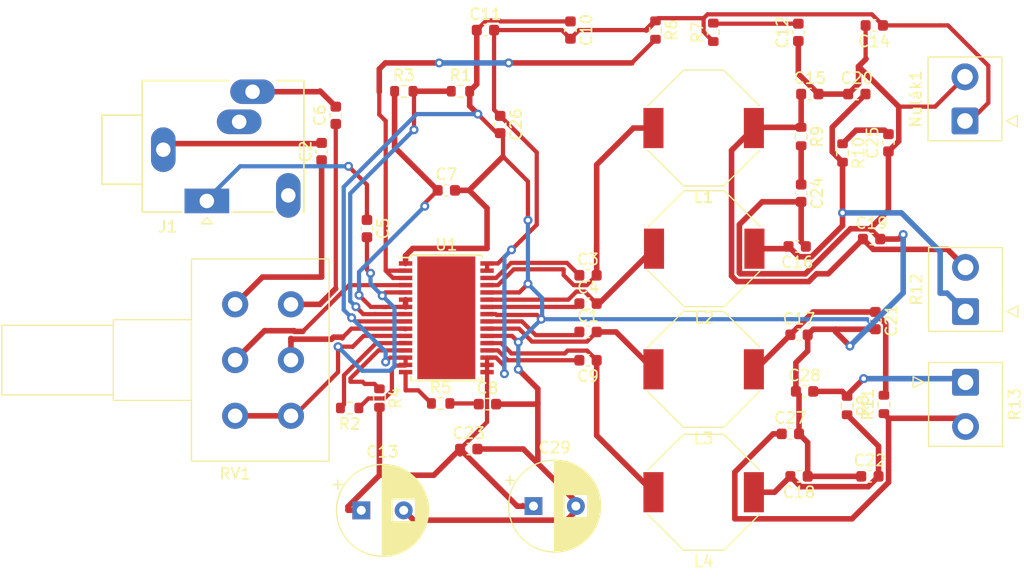
<source format=kicad_pcb>
(kicad_pcb (version 20171130) (host pcbnew "(5.1.8)-1")

  (general
    (thickness 1.6)
    (drawings 0)
    (tracks 433)
    (zones 0)
    (modules 50)
    (nets 35)
  )

  (page A4)
  (layers
    (0 F.Cu signal)
    (31 B.Cu signal)
    (32 B.Adhes user)
    (33 F.Adhes user)
    (34 B.Paste user)
    (35 F.Paste user)
    (36 B.SilkS user)
    (37 F.SilkS user)
    (38 B.Mask user)
    (39 F.Mask user)
    (40 Dwgs.User user)
    (41 Cmts.User user)
    (42 Eco1.User user)
    (43 Eco2.User user)
    (44 Edge.Cuts user)
    (45 Margin user)
    (46 B.CrtYd user)
    (47 F.CrtYd user)
    (48 B.Fab user)
    (49 F.Fab user)
  )

  (setup
    (last_trace_width 0.38)
    (user_trace_width 0.38)
    (user_trace_width 0.5)
    (trace_clearance 0.2)
    (zone_clearance 0.508)
    (zone_45_only no)
    (trace_min 0.2)
    (via_size 0.8)
    (via_drill 0.4)
    (via_min_size 0.4)
    (via_min_drill 0.3)
    (uvia_size 0.3)
    (uvia_drill 0.1)
    (uvias_allowed no)
    (uvia_min_size 0.2)
    (uvia_min_drill 0.1)
    (edge_width 0.05)
    (segment_width 0.2)
    (pcb_text_width 0.3)
    (pcb_text_size 1.5 1.5)
    (mod_edge_width 0.12)
    (mod_text_size 1 1)
    (mod_text_width 0.15)
    (pad_size 4 2.2)
    (pad_drill 1.3)
    (pad_to_mask_clearance 0)
    (aux_axis_origin 0 0)
    (visible_elements 7FFFFFFF)
    (pcbplotparams
      (layerselection 0x010fc_ffffffff)
      (usegerberextensions false)
      (usegerberattributes true)
      (usegerberadvancedattributes true)
      (creategerberjobfile true)
      (excludeedgelayer true)
      (linewidth 0.100000)
      (plotframeref false)
      (viasonmask false)
      (mode 1)
      (useauxorigin false)
      (hpglpennumber 1)
      (hpglpenspeed 20)
      (hpglpendiameter 15.000000)
      (psnegative false)
      (psa4output false)
      (plotreference true)
      (plotvalue true)
      (plotinvisibletext false)
      (padsonsilk false)
      (subtractmaskfromsilk false)
      (outputformat 1)
      (mirror false)
      (drillshape 1)
      (scaleselection 1)
      (outputdirectory "../../Maturita/AP/výroba/"))
  )

  (net 0 "")
  (net 1 "Net-(C2-Pad2)")
  (net 2 "Net-(C2-Pad1)")
  (net 3 "Net-(C5-Pad1)")
  (net 4 "Net-(C6-Pad2)")
  (net 5 "Net-(C6-Pad1)")
  (net 6 "Net-(C8-Pad1)")
  (net 7 "Net-(C12-Pad2)")
  (net 8 "Net-(C15-Pad1)")
  (net 9 "Net-(C16-Pad2)")
  (net 10 "Net-(C17-Pad1)")
  (net 11 "Net-(C18-Pad2)")
  (net 12 "Net-(C24-Pad1)")
  (net 13 "Net-(C25-Pad2)")
  (net 14 "Net-(C27-Pad1)")
  (net 15 "Net-(C28-Pad2)")
  (net 16 OUTPL)
  (net 17 OUTPR)
  (net 18 OUTNR)
  (net 19 15)
  (net 20 PLIMIT)
  (net 21 OUTNL)
  (net 22 GAIN_SLV)
  (net 23 MUTE)
  (net 24 13)
  (net 25 SYNC)
  (net 26 FAULTZ)
  (net 27 4)
  (net 28 10)
  (net 29 BSPL)
  (net 30 BSPR)
  (net 31 BSNR)
  (net 32 ZEM_JACKU)
  (net 33 BSNL)
  (net 34 VCC)

  (net_class Default "Toto je výchozí třída sítě."
    (clearance 0.2)
    (trace_width 0.25)
    (via_dia 0.8)
    (via_drill 0.4)
    (uvia_dia 0.3)
    (uvia_drill 0.1)
    (add_net 10)
    (add_net 13)
    (add_net 15)
    (add_net 4)
    (add_net BSNL)
    (add_net BSNR)
    (add_net BSPL)
    (add_net BSPR)
    (add_net FAULTZ)
    (add_net GAIN_SLV)
    (add_net MUTE)
    (add_net "Net-(C12-Pad2)")
    (add_net "Net-(C15-Pad1)")
    (add_net "Net-(C16-Pad2)")
    (add_net "Net-(C17-Pad1)")
    (add_net "Net-(C18-Pad2)")
    (add_net "Net-(C2-Pad1)")
    (add_net "Net-(C2-Pad2)")
    (add_net "Net-(C24-Pad1)")
    (add_net "Net-(C25-Pad2)")
    (add_net "Net-(C27-Pad1)")
    (add_net "Net-(C28-Pad2)")
    (add_net "Net-(C5-Pad1)")
    (add_net "Net-(C6-Pad1)")
    (add_net "Net-(C6-Pad2)")
    (add_net "Net-(C8-Pad1)")
    (add_net OUTNL)
    (add_net OUTNR)
    (add_net OUTPL)
    (add_net OUTPR)
    (add_net PLIMIT)
    (add_net SYNC)
    (add_net VCC)
    (add_net ZEM_JACKU)
  )

  (module Potentiometer_THT:Potentiometer_Alps_RK163_Dual_Horizontal (layer F.Cu) (tedit 5A3D4993) (tstamp 5FFE039A)
    (at 111.887 110.5535 180)
    (descr "Potentiometer, horizontal, Alps RK163 Dual, http://www.alps.com/prod/info/E/HTML/Potentiometer/RotaryPotentiometers/RK16/RK16_list.html")
    (tags "Potentiometer horizontal Alps RK163 Dual")
    (path /60021E55)
    (fp_text reference RV1 (at 0 -15.2) (layer F.SilkS)
      (effects (font (size 1 1) (thickness 0.15)))
    )
    (fp_text value 50k (at 0 5.2) (layer F.Fab)
      (effects (font (size 1 1) (thickness 0.15)))
    )
    (fp_line (start 21.05 -14.2) (end -8.55 -14.2) (layer F.CrtYd) (width 0.05))
    (fp_line (start 21.05 4.2) (end 21.05 -14.2) (layer F.CrtYd) (width 0.05))
    (fp_line (start -8.55 4.2) (end 21.05 4.2) (layer F.CrtYd) (width 0.05))
    (fp_line (start -8.55 -14.2) (end -8.55 4.2) (layer F.CrtYd) (width 0.05))
    (fp_line (start 20.92 -8.12) (end 20.92 -1.879) (layer F.SilkS) (width 0.12))
    (fp_line (start 10.92 -8.12) (end 10.92 -1.879) (layer F.SilkS) (width 0.12))
    (fp_line (start 10.92 -1.879) (end 20.92 -1.879) (layer F.SilkS) (width 0.12))
    (fp_line (start 10.92 -8.12) (end 20.92 -8.12) (layer F.SilkS) (width 0.12))
    (fp_line (start 10.92 -8.62) (end 10.92 -1.38) (layer F.SilkS) (width 0.12))
    (fp_line (start 3.92 -8.62) (end 3.92 -1.38) (layer F.SilkS) (width 0.12))
    (fp_line (start 3.92 -1.38) (end 10.92 -1.38) (layer F.SilkS) (width 0.12))
    (fp_line (start 3.92 -8.62) (end 10.92 -8.62) (layer F.SilkS) (width 0.12))
    (fp_line (start 3.92 -14.07) (end 3.92 4.07) (layer F.SilkS) (width 0.12))
    (fp_line (start -8.42 -14.07) (end -8.42 4.07) (layer F.SilkS) (width 0.12))
    (fp_line (start -8.42 4.07) (end 3.92 4.07) (layer F.SilkS) (width 0.12))
    (fp_line (start -8.42 -14.07) (end 3.92 -14.07) (layer F.SilkS) (width 0.12))
    (fp_line (start 20.8 -8) (end 10.8 -8) (layer F.Fab) (width 0.1))
    (fp_line (start 20.8 -2) (end 20.8 -8) (layer F.Fab) (width 0.1))
    (fp_line (start 10.8 -2) (end 20.8 -2) (layer F.Fab) (width 0.1))
    (fp_line (start 10.8 -8) (end 10.8 -2) (layer F.Fab) (width 0.1))
    (fp_line (start 10.8 -8.5) (end 3.8 -8.5) (layer F.Fab) (width 0.1))
    (fp_line (start 10.8 -1.5) (end 10.8 -8.5) (layer F.Fab) (width 0.1))
    (fp_line (start 3.8 -1.5) (end 10.8 -1.5) (layer F.Fab) (width 0.1))
    (fp_line (start 3.8 -8.5) (end 3.8 -1.5) (layer F.Fab) (width 0.1))
    (fp_line (start 3.8 -13.95) (end -8.3 -13.95) (layer F.Fab) (width 0.1))
    (fp_line (start 3.8 3.95) (end 3.8 -13.95) (layer F.Fab) (width 0.1))
    (fp_line (start -8.3 3.95) (end 3.8 3.95) (layer F.Fab) (width 0.1))
    (fp_line (start -8.3 -13.95) (end -8.3 3.95) (layer F.Fab) (width 0.1))
    (fp_text user %R (at -2.25 -5) (layer F.Fab)
      (effects (font (size 1 1) (thickness 0.15)))
    )
    (pad 4 thru_hole circle (at -5 0 180) (size 2.34 2.34) (drill 1.3) (layers *.Cu *.Mask)
      (net 5 "Net-(C6-Pad1)"))
    (pad 5 thru_hole circle (at -5 -5 180) (size 2.34 2.34) (drill 1.3) (layers *.Cu *.Mask)
      (net 28 10))
    (pad 6 thru_hole circle (at -5 -10 180) (size 2.34 2.34) (drill 1.3) (layers *.Cu *.Mask)
      (net 32 ZEM_JACKU))
    (pad 1 thru_hole circle (at 0 0 180) (size 2.34 2.34) (drill 1.3) (layers *.Cu *.Mask)
      (net 2 "Net-(C2-Pad1)"))
    (pad 2 thru_hole circle (at 0 -5 180) (size 2.34 2.34) (drill 1.3) (layers *.Cu *.Mask)
      (net 27 4))
    (pad 3 thru_hole circle (at 0 -10 180) (size 2.34 2.34) (drill 1.3) (layers *.Cu *.Mask)
      (net 32 ZEM_JACKU))
    (model ${KISYS3DMOD}/Potentiometer_THT.3dshapes/Potentiometer_Alps_RK163_Dual_Horizontal.wrl
      (at (xyz 0 0 0))
      (scale (xyz 1 1 1))
      (rotate (xyz 0 0 0))
    )
  )

  (module Capacitor_THT:CP_Radial_D8.0mm_P3.80mm (layer F.Cu) (tedit 5AE50EF0) (tstamp 5FFE0065)
    (at 138.6205 128.651)
    (descr "CP, Radial series, Radial, pin pitch=3.80mm, , diameter=8mm, Electrolytic Capacitor")
    (tags "CP Radial series Radial pin pitch 3.80mm  diameter 8mm Electrolytic Capacitor")
    (path /6000C69F)
    (fp_text reference C29 (at 1.9 -5.25) (layer F.SilkS)
      (effects (font (size 1 1) (thickness 0.15)))
    )
    (fp_text value 220uF (at 1.9 5.25) (layer F.Fab)
      (effects (font (size 1 1) (thickness 0.15)))
    )
    (fp_line (start -2.109698 -2.715) (end -2.109698 -1.915) (layer F.SilkS) (width 0.12))
    (fp_line (start -2.509698 -2.315) (end -1.709698 -2.315) (layer F.SilkS) (width 0.12))
    (fp_line (start 5.981 -0.533) (end 5.981 0.533) (layer F.SilkS) (width 0.12))
    (fp_line (start 5.941 -0.768) (end 5.941 0.768) (layer F.SilkS) (width 0.12))
    (fp_line (start 5.901 -0.948) (end 5.901 0.948) (layer F.SilkS) (width 0.12))
    (fp_line (start 5.861 -1.098) (end 5.861 1.098) (layer F.SilkS) (width 0.12))
    (fp_line (start 5.821 -1.229) (end 5.821 1.229) (layer F.SilkS) (width 0.12))
    (fp_line (start 5.781 -1.346) (end 5.781 1.346) (layer F.SilkS) (width 0.12))
    (fp_line (start 5.741 -1.453) (end 5.741 1.453) (layer F.SilkS) (width 0.12))
    (fp_line (start 5.701 -1.552) (end 5.701 1.552) (layer F.SilkS) (width 0.12))
    (fp_line (start 5.661 -1.645) (end 5.661 1.645) (layer F.SilkS) (width 0.12))
    (fp_line (start 5.621 -1.731) (end 5.621 1.731) (layer F.SilkS) (width 0.12))
    (fp_line (start 5.581 -1.813) (end 5.581 1.813) (layer F.SilkS) (width 0.12))
    (fp_line (start 5.541 -1.89) (end 5.541 1.89) (layer F.SilkS) (width 0.12))
    (fp_line (start 5.501 -1.964) (end 5.501 1.964) (layer F.SilkS) (width 0.12))
    (fp_line (start 5.461 -2.034) (end 5.461 2.034) (layer F.SilkS) (width 0.12))
    (fp_line (start 5.421 -2.102) (end 5.421 2.102) (layer F.SilkS) (width 0.12))
    (fp_line (start 5.381 -2.166) (end 5.381 2.166) (layer F.SilkS) (width 0.12))
    (fp_line (start 5.341 -2.228) (end 5.341 2.228) (layer F.SilkS) (width 0.12))
    (fp_line (start 5.301 -2.287) (end 5.301 2.287) (layer F.SilkS) (width 0.12))
    (fp_line (start 5.261 -2.345) (end 5.261 2.345) (layer F.SilkS) (width 0.12))
    (fp_line (start 5.221 -2.4) (end 5.221 2.4) (layer F.SilkS) (width 0.12))
    (fp_line (start 5.181 -2.454) (end 5.181 2.454) (layer F.SilkS) (width 0.12))
    (fp_line (start 5.141 -2.505) (end 5.141 2.505) (layer F.SilkS) (width 0.12))
    (fp_line (start 5.101 -2.556) (end 5.101 2.556) (layer F.SilkS) (width 0.12))
    (fp_line (start 5.061 -2.604) (end 5.061 2.604) (layer F.SilkS) (width 0.12))
    (fp_line (start 5.021 -2.651) (end 5.021 2.651) (layer F.SilkS) (width 0.12))
    (fp_line (start 4.981 -2.697) (end 4.981 2.697) (layer F.SilkS) (width 0.12))
    (fp_line (start 4.941 -2.741) (end 4.941 2.741) (layer F.SilkS) (width 0.12))
    (fp_line (start 4.901 -2.784) (end 4.901 2.784) (layer F.SilkS) (width 0.12))
    (fp_line (start 4.861 -2.826) (end 4.861 2.826) (layer F.SilkS) (width 0.12))
    (fp_line (start 4.821 1.04) (end 4.821 2.867) (layer F.SilkS) (width 0.12))
    (fp_line (start 4.821 -2.867) (end 4.821 -1.04) (layer F.SilkS) (width 0.12))
    (fp_line (start 4.781 1.04) (end 4.781 2.907) (layer F.SilkS) (width 0.12))
    (fp_line (start 4.781 -2.907) (end 4.781 -1.04) (layer F.SilkS) (width 0.12))
    (fp_line (start 4.741 1.04) (end 4.741 2.945) (layer F.SilkS) (width 0.12))
    (fp_line (start 4.741 -2.945) (end 4.741 -1.04) (layer F.SilkS) (width 0.12))
    (fp_line (start 4.701 1.04) (end 4.701 2.983) (layer F.SilkS) (width 0.12))
    (fp_line (start 4.701 -2.983) (end 4.701 -1.04) (layer F.SilkS) (width 0.12))
    (fp_line (start 4.661 1.04) (end 4.661 3.019) (layer F.SilkS) (width 0.12))
    (fp_line (start 4.661 -3.019) (end 4.661 -1.04) (layer F.SilkS) (width 0.12))
    (fp_line (start 4.621 1.04) (end 4.621 3.055) (layer F.SilkS) (width 0.12))
    (fp_line (start 4.621 -3.055) (end 4.621 -1.04) (layer F.SilkS) (width 0.12))
    (fp_line (start 4.581 1.04) (end 4.581 3.09) (layer F.SilkS) (width 0.12))
    (fp_line (start 4.581 -3.09) (end 4.581 -1.04) (layer F.SilkS) (width 0.12))
    (fp_line (start 4.541 1.04) (end 4.541 3.124) (layer F.SilkS) (width 0.12))
    (fp_line (start 4.541 -3.124) (end 4.541 -1.04) (layer F.SilkS) (width 0.12))
    (fp_line (start 4.501 1.04) (end 4.501 3.156) (layer F.SilkS) (width 0.12))
    (fp_line (start 4.501 -3.156) (end 4.501 -1.04) (layer F.SilkS) (width 0.12))
    (fp_line (start 4.461 1.04) (end 4.461 3.189) (layer F.SilkS) (width 0.12))
    (fp_line (start 4.461 -3.189) (end 4.461 -1.04) (layer F.SilkS) (width 0.12))
    (fp_line (start 4.421 1.04) (end 4.421 3.22) (layer F.SilkS) (width 0.12))
    (fp_line (start 4.421 -3.22) (end 4.421 -1.04) (layer F.SilkS) (width 0.12))
    (fp_line (start 4.381 1.04) (end 4.381 3.25) (layer F.SilkS) (width 0.12))
    (fp_line (start 4.381 -3.25) (end 4.381 -1.04) (layer F.SilkS) (width 0.12))
    (fp_line (start 4.341 1.04) (end 4.341 3.28) (layer F.SilkS) (width 0.12))
    (fp_line (start 4.341 -3.28) (end 4.341 -1.04) (layer F.SilkS) (width 0.12))
    (fp_line (start 4.301 1.04) (end 4.301 3.309) (layer F.SilkS) (width 0.12))
    (fp_line (start 4.301 -3.309) (end 4.301 -1.04) (layer F.SilkS) (width 0.12))
    (fp_line (start 4.261 1.04) (end 4.261 3.338) (layer F.SilkS) (width 0.12))
    (fp_line (start 4.261 -3.338) (end 4.261 -1.04) (layer F.SilkS) (width 0.12))
    (fp_line (start 4.221 1.04) (end 4.221 3.365) (layer F.SilkS) (width 0.12))
    (fp_line (start 4.221 -3.365) (end 4.221 -1.04) (layer F.SilkS) (width 0.12))
    (fp_line (start 4.181 1.04) (end 4.181 3.392) (layer F.SilkS) (width 0.12))
    (fp_line (start 4.181 -3.392) (end 4.181 -1.04) (layer F.SilkS) (width 0.12))
    (fp_line (start 4.141 1.04) (end 4.141 3.418) (layer F.SilkS) (width 0.12))
    (fp_line (start 4.141 -3.418) (end 4.141 -1.04) (layer F.SilkS) (width 0.12))
    (fp_line (start 4.101 1.04) (end 4.101 3.444) (layer F.SilkS) (width 0.12))
    (fp_line (start 4.101 -3.444) (end 4.101 -1.04) (layer F.SilkS) (width 0.12))
    (fp_line (start 4.061 1.04) (end 4.061 3.469) (layer F.SilkS) (width 0.12))
    (fp_line (start 4.061 -3.469) (end 4.061 -1.04) (layer F.SilkS) (width 0.12))
    (fp_line (start 4.021 1.04) (end 4.021 3.493) (layer F.SilkS) (width 0.12))
    (fp_line (start 4.021 -3.493) (end 4.021 -1.04) (layer F.SilkS) (width 0.12))
    (fp_line (start 3.981 1.04) (end 3.981 3.517) (layer F.SilkS) (width 0.12))
    (fp_line (start 3.981 -3.517) (end 3.981 -1.04) (layer F.SilkS) (width 0.12))
    (fp_line (start 3.941 1.04) (end 3.941 3.54) (layer F.SilkS) (width 0.12))
    (fp_line (start 3.941 -3.54) (end 3.941 -1.04) (layer F.SilkS) (width 0.12))
    (fp_line (start 3.901 1.04) (end 3.901 3.562) (layer F.SilkS) (width 0.12))
    (fp_line (start 3.901 -3.562) (end 3.901 -1.04) (layer F.SilkS) (width 0.12))
    (fp_line (start 3.861 1.04) (end 3.861 3.584) (layer F.SilkS) (width 0.12))
    (fp_line (start 3.861 -3.584) (end 3.861 -1.04) (layer F.SilkS) (width 0.12))
    (fp_line (start 3.821 1.04) (end 3.821 3.606) (layer F.SilkS) (width 0.12))
    (fp_line (start 3.821 -3.606) (end 3.821 -1.04) (layer F.SilkS) (width 0.12))
    (fp_line (start 3.781 1.04) (end 3.781 3.627) (layer F.SilkS) (width 0.12))
    (fp_line (start 3.781 -3.627) (end 3.781 -1.04) (layer F.SilkS) (width 0.12))
    (fp_line (start 3.741 1.04) (end 3.741 3.647) (layer F.SilkS) (width 0.12))
    (fp_line (start 3.741 -3.647) (end 3.741 -1.04) (layer F.SilkS) (width 0.12))
    (fp_line (start 3.701 1.04) (end 3.701 3.666) (layer F.SilkS) (width 0.12))
    (fp_line (start 3.701 -3.666) (end 3.701 -1.04) (layer F.SilkS) (width 0.12))
    (fp_line (start 3.661 1.04) (end 3.661 3.686) (layer F.SilkS) (width 0.12))
    (fp_line (start 3.661 -3.686) (end 3.661 -1.04) (layer F.SilkS) (width 0.12))
    (fp_line (start 3.621 1.04) (end 3.621 3.704) (layer F.SilkS) (width 0.12))
    (fp_line (start 3.621 -3.704) (end 3.621 -1.04) (layer F.SilkS) (width 0.12))
    (fp_line (start 3.581 1.04) (end 3.581 3.722) (layer F.SilkS) (width 0.12))
    (fp_line (start 3.581 -3.722) (end 3.581 -1.04) (layer F.SilkS) (width 0.12))
    (fp_line (start 3.541 1.04) (end 3.541 3.74) (layer F.SilkS) (width 0.12))
    (fp_line (start 3.541 -3.74) (end 3.541 -1.04) (layer F.SilkS) (width 0.12))
    (fp_line (start 3.501 1.04) (end 3.501 3.757) (layer F.SilkS) (width 0.12))
    (fp_line (start 3.501 -3.757) (end 3.501 -1.04) (layer F.SilkS) (width 0.12))
    (fp_line (start 3.461 1.04) (end 3.461 3.774) (layer F.SilkS) (width 0.12))
    (fp_line (start 3.461 -3.774) (end 3.461 -1.04) (layer F.SilkS) (width 0.12))
    (fp_line (start 3.421 1.04) (end 3.421 3.79) (layer F.SilkS) (width 0.12))
    (fp_line (start 3.421 -3.79) (end 3.421 -1.04) (layer F.SilkS) (width 0.12))
    (fp_line (start 3.381 1.04) (end 3.381 3.805) (layer F.SilkS) (width 0.12))
    (fp_line (start 3.381 -3.805) (end 3.381 -1.04) (layer F.SilkS) (width 0.12))
    (fp_line (start 3.341 1.04) (end 3.341 3.821) (layer F.SilkS) (width 0.12))
    (fp_line (start 3.341 -3.821) (end 3.341 -1.04) (layer F.SilkS) (width 0.12))
    (fp_line (start 3.301 1.04) (end 3.301 3.835) (layer F.SilkS) (width 0.12))
    (fp_line (start 3.301 -3.835) (end 3.301 -1.04) (layer F.SilkS) (width 0.12))
    (fp_line (start 3.261 1.04) (end 3.261 3.85) (layer F.SilkS) (width 0.12))
    (fp_line (start 3.261 -3.85) (end 3.261 -1.04) (layer F.SilkS) (width 0.12))
    (fp_line (start 3.221 1.04) (end 3.221 3.863) (layer F.SilkS) (width 0.12))
    (fp_line (start 3.221 -3.863) (end 3.221 -1.04) (layer F.SilkS) (width 0.12))
    (fp_line (start 3.181 1.04) (end 3.181 3.877) (layer F.SilkS) (width 0.12))
    (fp_line (start 3.181 -3.877) (end 3.181 -1.04) (layer F.SilkS) (width 0.12))
    (fp_line (start 3.141 1.04) (end 3.141 3.889) (layer F.SilkS) (width 0.12))
    (fp_line (start 3.141 -3.889) (end 3.141 -1.04) (layer F.SilkS) (width 0.12))
    (fp_line (start 3.101 1.04) (end 3.101 3.902) (layer F.SilkS) (width 0.12))
    (fp_line (start 3.101 -3.902) (end 3.101 -1.04) (layer F.SilkS) (width 0.12))
    (fp_line (start 3.061 1.04) (end 3.061 3.914) (layer F.SilkS) (width 0.12))
    (fp_line (start 3.061 -3.914) (end 3.061 -1.04) (layer F.SilkS) (width 0.12))
    (fp_line (start 3.021 1.04) (end 3.021 3.925) (layer F.SilkS) (width 0.12))
    (fp_line (start 3.021 -3.925) (end 3.021 -1.04) (layer F.SilkS) (width 0.12))
    (fp_line (start 2.981 1.04) (end 2.981 3.936) (layer F.SilkS) (width 0.12))
    (fp_line (start 2.981 -3.936) (end 2.981 -1.04) (layer F.SilkS) (width 0.12))
    (fp_line (start 2.941 1.04) (end 2.941 3.947) (layer F.SilkS) (width 0.12))
    (fp_line (start 2.941 -3.947) (end 2.941 -1.04) (layer F.SilkS) (width 0.12))
    (fp_line (start 2.901 1.04) (end 2.901 3.957) (layer F.SilkS) (width 0.12))
    (fp_line (start 2.901 -3.957) (end 2.901 -1.04) (layer F.SilkS) (width 0.12))
    (fp_line (start 2.861 1.04) (end 2.861 3.967) (layer F.SilkS) (width 0.12))
    (fp_line (start 2.861 -3.967) (end 2.861 -1.04) (layer F.SilkS) (width 0.12))
    (fp_line (start 2.821 1.04) (end 2.821 3.976) (layer F.SilkS) (width 0.12))
    (fp_line (start 2.821 -3.976) (end 2.821 -1.04) (layer F.SilkS) (width 0.12))
    (fp_line (start 2.781 1.04) (end 2.781 3.985) (layer F.SilkS) (width 0.12))
    (fp_line (start 2.781 -3.985) (end 2.781 -1.04) (layer F.SilkS) (width 0.12))
    (fp_line (start 2.741 -3.994) (end 2.741 3.994) (layer F.SilkS) (width 0.12))
    (fp_line (start 2.701 -4.002) (end 2.701 4.002) (layer F.SilkS) (width 0.12))
    (fp_line (start 2.661 -4.01) (end 2.661 4.01) (layer F.SilkS) (width 0.12))
    (fp_line (start 2.621 -4.017) (end 2.621 4.017) (layer F.SilkS) (width 0.12))
    (fp_line (start 2.58 -4.024) (end 2.58 4.024) (layer F.SilkS) (width 0.12))
    (fp_line (start 2.54 -4.03) (end 2.54 4.03) (layer F.SilkS) (width 0.12))
    (fp_line (start 2.5 -4.037) (end 2.5 4.037) (layer F.SilkS) (width 0.12))
    (fp_line (start 2.46 -4.042) (end 2.46 4.042) (layer F.SilkS) (width 0.12))
    (fp_line (start 2.42 -4.048) (end 2.42 4.048) (layer F.SilkS) (width 0.12))
    (fp_line (start 2.38 -4.052) (end 2.38 4.052) (layer F.SilkS) (width 0.12))
    (fp_line (start 2.34 -4.057) (end 2.34 4.057) (layer F.SilkS) (width 0.12))
    (fp_line (start 2.3 -4.061) (end 2.3 4.061) (layer F.SilkS) (width 0.12))
    (fp_line (start 2.26 -4.065) (end 2.26 4.065) (layer F.SilkS) (width 0.12))
    (fp_line (start 2.22 -4.068) (end 2.22 4.068) (layer F.SilkS) (width 0.12))
    (fp_line (start 2.18 -4.071) (end 2.18 4.071) (layer F.SilkS) (width 0.12))
    (fp_line (start 2.14 -4.074) (end 2.14 4.074) (layer F.SilkS) (width 0.12))
    (fp_line (start 2.1 -4.076) (end 2.1 4.076) (layer F.SilkS) (width 0.12))
    (fp_line (start 2.06 -4.077) (end 2.06 4.077) (layer F.SilkS) (width 0.12))
    (fp_line (start 2.02 -4.079) (end 2.02 4.079) (layer F.SilkS) (width 0.12))
    (fp_line (start 1.98 -4.08) (end 1.98 4.08) (layer F.SilkS) (width 0.12))
    (fp_line (start 1.94 -4.08) (end 1.94 4.08) (layer F.SilkS) (width 0.12))
    (fp_line (start 1.9 -4.08) (end 1.9 4.08) (layer F.SilkS) (width 0.12))
    (fp_line (start -1.126759 -2.1475) (end -1.126759 -1.3475) (layer F.Fab) (width 0.1))
    (fp_line (start -1.526759 -1.7475) (end -0.726759 -1.7475) (layer F.Fab) (width 0.1))
    (fp_circle (center 1.9 0) (end 6.15 0) (layer F.CrtYd) (width 0.05))
    (fp_circle (center 1.9 0) (end 6.02 0) (layer F.SilkS) (width 0.12))
    (fp_circle (center 1.9 0) (end 5.9 0) (layer F.Fab) (width 0.1))
    (fp_text user %R (at 1.9 0) (layer F.Fab)
      (effects (font (size 1 1) (thickness 0.15)))
    )
    (pad 2 thru_hole circle (at 3.8 0) (size 1.6 1.6) (drill 0.8) (layers *.Cu *.Mask)
      (net 19 15))
    (pad 1 thru_hole rect (at 0 0) (size 1.6 1.6) (drill 0.8) (layers *.Cu *.Mask)
      (net 34 VCC))
    (model ${KISYS3DMOD}/Capacitor_THT.3dshapes/CP_Radial_D8.0mm_P3.80mm.wrl
      (at (xyz 0 0 0))
      (scale (xyz 1 1 1))
      (rotate (xyz 0 0 0))
    )
  )

  (module Capacitor_THT:CP_Radial_D8.0mm_P3.80mm (layer F.Cu) (tedit 5AE50EF0) (tstamp 5FFDFDDC)
    (at 123.19 129.032)
    (descr "CP, Radial series, Radial, pin pitch=3.80mm, , diameter=8mm, Electrolytic Capacitor")
    (tags "CP Radial series Radial pin pitch 3.80mm  diameter 8mm Electrolytic Capacitor")
    (path /6000BE50)
    (fp_text reference C13 (at 1.9 -5.25) (layer F.SilkS)
      (effects (font (size 1 1) (thickness 0.15)))
    )
    (fp_text value 220uF (at 1.9 5.25) (layer F.Fab)
      (effects (font (size 1 1) (thickness 0.15)))
    )
    (fp_line (start -2.109698 -2.715) (end -2.109698 -1.915) (layer F.SilkS) (width 0.12))
    (fp_line (start -2.509698 -2.315) (end -1.709698 -2.315) (layer F.SilkS) (width 0.12))
    (fp_line (start 5.981 -0.533) (end 5.981 0.533) (layer F.SilkS) (width 0.12))
    (fp_line (start 5.941 -0.768) (end 5.941 0.768) (layer F.SilkS) (width 0.12))
    (fp_line (start 5.901 -0.948) (end 5.901 0.948) (layer F.SilkS) (width 0.12))
    (fp_line (start 5.861 -1.098) (end 5.861 1.098) (layer F.SilkS) (width 0.12))
    (fp_line (start 5.821 -1.229) (end 5.821 1.229) (layer F.SilkS) (width 0.12))
    (fp_line (start 5.781 -1.346) (end 5.781 1.346) (layer F.SilkS) (width 0.12))
    (fp_line (start 5.741 -1.453) (end 5.741 1.453) (layer F.SilkS) (width 0.12))
    (fp_line (start 5.701 -1.552) (end 5.701 1.552) (layer F.SilkS) (width 0.12))
    (fp_line (start 5.661 -1.645) (end 5.661 1.645) (layer F.SilkS) (width 0.12))
    (fp_line (start 5.621 -1.731) (end 5.621 1.731) (layer F.SilkS) (width 0.12))
    (fp_line (start 5.581 -1.813) (end 5.581 1.813) (layer F.SilkS) (width 0.12))
    (fp_line (start 5.541 -1.89) (end 5.541 1.89) (layer F.SilkS) (width 0.12))
    (fp_line (start 5.501 -1.964) (end 5.501 1.964) (layer F.SilkS) (width 0.12))
    (fp_line (start 5.461 -2.034) (end 5.461 2.034) (layer F.SilkS) (width 0.12))
    (fp_line (start 5.421 -2.102) (end 5.421 2.102) (layer F.SilkS) (width 0.12))
    (fp_line (start 5.381 -2.166) (end 5.381 2.166) (layer F.SilkS) (width 0.12))
    (fp_line (start 5.341 -2.228) (end 5.341 2.228) (layer F.SilkS) (width 0.12))
    (fp_line (start 5.301 -2.287) (end 5.301 2.287) (layer F.SilkS) (width 0.12))
    (fp_line (start 5.261 -2.345) (end 5.261 2.345) (layer F.SilkS) (width 0.12))
    (fp_line (start 5.221 -2.4) (end 5.221 2.4) (layer F.SilkS) (width 0.12))
    (fp_line (start 5.181 -2.454) (end 5.181 2.454) (layer F.SilkS) (width 0.12))
    (fp_line (start 5.141 -2.505) (end 5.141 2.505) (layer F.SilkS) (width 0.12))
    (fp_line (start 5.101 -2.556) (end 5.101 2.556) (layer F.SilkS) (width 0.12))
    (fp_line (start 5.061 -2.604) (end 5.061 2.604) (layer F.SilkS) (width 0.12))
    (fp_line (start 5.021 -2.651) (end 5.021 2.651) (layer F.SilkS) (width 0.12))
    (fp_line (start 4.981 -2.697) (end 4.981 2.697) (layer F.SilkS) (width 0.12))
    (fp_line (start 4.941 -2.741) (end 4.941 2.741) (layer F.SilkS) (width 0.12))
    (fp_line (start 4.901 -2.784) (end 4.901 2.784) (layer F.SilkS) (width 0.12))
    (fp_line (start 4.861 -2.826) (end 4.861 2.826) (layer F.SilkS) (width 0.12))
    (fp_line (start 4.821 1.04) (end 4.821 2.867) (layer F.SilkS) (width 0.12))
    (fp_line (start 4.821 -2.867) (end 4.821 -1.04) (layer F.SilkS) (width 0.12))
    (fp_line (start 4.781 1.04) (end 4.781 2.907) (layer F.SilkS) (width 0.12))
    (fp_line (start 4.781 -2.907) (end 4.781 -1.04) (layer F.SilkS) (width 0.12))
    (fp_line (start 4.741 1.04) (end 4.741 2.945) (layer F.SilkS) (width 0.12))
    (fp_line (start 4.741 -2.945) (end 4.741 -1.04) (layer F.SilkS) (width 0.12))
    (fp_line (start 4.701 1.04) (end 4.701 2.983) (layer F.SilkS) (width 0.12))
    (fp_line (start 4.701 -2.983) (end 4.701 -1.04) (layer F.SilkS) (width 0.12))
    (fp_line (start 4.661 1.04) (end 4.661 3.019) (layer F.SilkS) (width 0.12))
    (fp_line (start 4.661 -3.019) (end 4.661 -1.04) (layer F.SilkS) (width 0.12))
    (fp_line (start 4.621 1.04) (end 4.621 3.055) (layer F.SilkS) (width 0.12))
    (fp_line (start 4.621 -3.055) (end 4.621 -1.04) (layer F.SilkS) (width 0.12))
    (fp_line (start 4.581 1.04) (end 4.581 3.09) (layer F.SilkS) (width 0.12))
    (fp_line (start 4.581 -3.09) (end 4.581 -1.04) (layer F.SilkS) (width 0.12))
    (fp_line (start 4.541 1.04) (end 4.541 3.124) (layer F.SilkS) (width 0.12))
    (fp_line (start 4.541 -3.124) (end 4.541 -1.04) (layer F.SilkS) (width 0.12))
    (fp_line (start 4.501 1.04) (end 4.501 3.156) (layer F.SilkS) (width 0.12))
    (fp_line (start 4.501 -3.156) (end 4.501 -1.04) (layer F.SilkS) (width 0.12))
    (fp_line (start 4.461 1.04) (end 4.461 3.189) (layer F.SilkS) (width 0.12))
    (fp_line (start 4.461 -3.189) (end 4.461 -1.04) (layer F.SilkS) (width 0.12))
    (fp_line (start 4.421 1.04) (end 4.421 3.22) (layer F.SilkS) (width 0.12))
    (fp_line (start 4.421 -3.22) (end 4.421 -1.04) (layer F.SilkS) (width 0.12))
    (fp_line (start 4.381 1.04) (end 4.381 3.25) (layer F.SilkS) (width 0.12))
    (fp_line (start 4.381 -3.25) (end 4.381 -1.04) (layer F.SilkS) (width 0.12))
    (fp_line (start 4.341 1.04) (end 4.341 3.28) (layer F.SilkS) (width 0.12))
    (fp_line (start 4.341 -3.28) (end 4.341 -1.04) (layer F.SilkS) (width 0.12))
    (fp_line (start 4.301 1.04) (end 4.301 3.309) (layer F.SilkS) (width 0.12))
    (fp_line (start 4.301 -3.309) (end 4.301 -1.04) (layer F.SilkS) (width 0.12))
    (fp_line (start 4.261 1.04) (end 4.261 3.338) (layer F.SilkS) (width 0.12))
    (fp_line (start 4.261 -3.338) (end 4.261 -1.04) (layer F.SilkS) (width 0.12))
    (fp_line (start 4.221 1.04) (end 4.221 3.365) (layer F.SilkS) (width 0.12))
    (fp_line (start 4.221 -3.365) (end 4.221 -1.04) (layer F.SilkS) (width 0.12))
    (fp_line (start 4.181 1.04) (end 4.181 3.392) (layer F.SilkS) (width 0.12))
    (fp_line (start 4.181 -3.392) (end 4.181 -1.04) (layer F.SilkS) (width 0.12))
    (fp_line (start 4.141 1.04) (end 4.141 3.418) (layer F.SilkS) (width 0.12))
    (fp_line (start 4.141 -3.418) (end 4.141 -1.04) (layer F.SilkS) (width 0.12))
    (fp_line (start 4.101 1.04) (end 4.101 3.444) (layer F.SilkS) (width 0.12))
    (fp_line (start 4.101 -3.444) (end 4.101 -1.04) (layer F.SilkS) (width 0.12))
    (fp_line (start 4.061 1.04) (end 4.061 3.469) (layer F.SilkS) (width 0.12))
    (fp_line (start 4.061 -3.469) (end 4.061 -1.04) (layer F.SilkS) (width 0.12))
    (fp_line (start 4.021 1.04) (end 4.021 3.493) (layer F.SilkS) (width 0.12))
    (fp_line (start 4.021 -3.493) (end 4.021 -1.04) (layer F.SilkS) (width 0.12))
    (fp_line (start 3.981 1.04) (end 3.981 3.517) (layer F.SilkS) (width 0.12))
    (fp_line (start 3.981 -3.517) (end 3.981 -1.04) (layer F.SilkS) (width 0.12))
    (fp_line (start 3.941 1.04) (end 3.941 3.54) (layer F.SilkS) (width 0.12))
    (fp_line (start 3.941 -3.54) (end 3.941 -1.04) (layer F.SilkS) (width 0.12))
    (fp_line (start 3.901 1.04) (end 3.901 3.562) (layer F.SilkS) (width 0.12))
    (fp_line (start 3.901 -3.562) (end 3.901 -1.04) (layer F.SilkS) (width 0.12))
    (fp_line (start 3.861 1.04) (end 3.861 3.584) (layer F.SilkS) (width 0.12))
    (fp_line (start 3.861 -3.584) (end 3.861 -1.04) (layer F.SilkS) (width 0.12))
    (fp_line (start 3.821 1.04) (end 3.821 3.606) (layer F.SilkS) (width 0.12))
    (fp_line (start 3.821 -3.606) (end 3.821 -1.04) (layer F.SilkS) (width 0.12))
    (fp_line (start 3.781 1.04) (end 3.781 3.627) (layer F.SilkS) (width 0.12))
    (fp_line (start 3.781 -3.627) (end 3.781 -1.04) (layer F.SilkS) (width 0.12))
    (fp_line (start 3.741 1.04) (end 3.741 3.647) (layer F.SilkS) (width 0.12))
    (fp_line (start 3.741 -3.647) (end 3.741 -1.04) (layer F.SilkS) (width 0.12))
    (fp_line (start 3.701 1.04) (end 3.701 3.666) (layer F.SilkS) (width 0.12))
    (fp_line (start 3.701 -3.666) (end 3.701 -1.04) (layer F.SilkS) (width 0.12))
    (fp_line (start 3.661 1.04) (end 3.661 3.686) (layer F.SilkS) (width 0.12))
    (fp_line (start 3.661 -3.686) (end 3.661 -1.04) (layer F.SilkS) (width 0.12))
    (fp_line (start 3.621 1.04) (end 3.621 3.704) (layer F.SilkS) (width 0.12))
    (fp_line (start 3.621 -3.704) (end 3.621 -1.04) (layer F.SilkS) (width 0.12))
    (fp_line (start 3.581 1.04) (end 3.581 3.722) (layer F.SilkS) (width 0.12))
    (fp_line (start 3.581 -3.722) (end 3.581 -1.04) (layer F.SilkS) (width 0.12))
    (fp_line (start 3.541 1.04) (end 3.541 3.74) (layer F.SilkS) (width 0.12))
    (fp_line (start 3.541 -3.74) (end 3.541 -1.04) (layer F.SilkS) (width 0.12))
    (fp_line (start 3.501 1.04) (end 3.501 3.757) (layer F.SilkS) (width 0.12))
    (fp_line (start 3.501 -3.757) (end 3.501 -1.04) (layer F.SilkS) (width 0.12))
    (fp_line (start 3.461 1.04) (end 3.461 3.774) (layer F.SilkS) (width 0.12))
    (fp_line (start 3.461 -3.774) (end 3.461 -1.04) (layer F.SilkS) (width 0.12))
    (fp_line (start 3.421 1.04) (end 3.421 3.79) (layer F.SilkS) (width 0.12))
    (fp_line (start 3.421 -3.79) (end 3.421 -1.04) (layer F.SilkS) (width 0.12))
    (fp_line (start 3.381 1.04) (end 3.381 3.805) (layer F.SilkS) (width 0.12))
    (fp_line (start 3.381 -3.805) (end 3.381 -1.04) (layer F.SilkS) (width 0.12))
    (fp_line (start 3.341 1.04) (end 3.341 3.821) (layer F.SilkS) (width 0.12))
    (fp_line (start 3.341 -3.821) (end 3.341 -1.04) (layer F.SilkS) (width 0.12))
    (fp_line (start 3.301 1.04) (end 3.301 3.835) (layer F.SilkS) (width 0.12))
    (fp_line (start 3.301 -3.835) (end 3.301 -1.04) (layer F.SilkS) (width 0.12))
    (fp_line (start 3.261 1.04) (end 3.261 3.85) (layer F.SilkS) (width 0.12))
    (fp_line (start 3.261 -3.85) (end 3.261 -1.04) (layer F.SilkS) (width 0.12))
    (fp_line (start 3.221 1.04) (end 3.221 3.863) (layer F.SilkS) (width 0.12))
    (fp_line (start 3.221 -3.863) (end 3.221 -1.04) (layer F.SilkS) (width 0.12))
    (fp_line (start 3.181 1.04) (end 3.181 3.877) (layer F.SilkS) (width 0.12))
    (fp_line (start 3.181 -3.877) (end 3.181 -1.04) (layer F.SilkS) (width 0.12))
    (fp_line (start 3.141 1.04) (end 3.141 3.889) (layer F.SilkS) (width 0.12))
    (fp_line (start 3.141 -3.889) (end 3.141 -1.04) (layer F.SilkS) (width 0.12))
    (fp_line (start 3.101 1.04) (end 3.101 3.902) (layer F.SilkS) (width 0.12))
    (fp_line (start 3.101 -3.902) (end 3.101 -1.04) (layer F.SilkS) (width 0.12))
    (fp_line (start 3.061 1.04) (end 3.061 3.914) (layer F.SilkS) (width 0.12))
    (fp_line (start 3.061 -3.914) (end 3.061 -1.04) (layer F.SilkS) (width 0.12))
    (fp_line (start 3.021 1.04) (end 3.021 3.925) (layer F.SilkS) (width 0.12))
    (fp_line (start 3.021 -3.925) (end 3.021 -1.04) (layer F.SilkS) (width 0.12))
    (fp_line (start 2.981 1.04) (end 2.981 3.936) (layer F.SilkS) (width 0.12))
    (fp_line (start 2.981 -3.936) (end 2.981 -1.04) (layer F.SilkS) (width 0.12))
    (fp_line (start 2.941 1.04) (end 2.941 3.947) (layer F.SilkS) (width 0.12))
    (fp_line (start 2.941 -3.947) (end 2.941 -1.04) (layer F.SilkS) (width 0.12))
    (fp_line (start 2.901 1.04) (end 2.901 3.957) (layer F.SilkS) (width 0.12))
    (fp_line (start 2.901 -3.957) (end 2.901 -1.04) (layer F.SilkS) (width 0.12))
    (fp_line (start 2.861 1.04) (end 2.861 3.967) (layer F.SilkS) (width 0.12))
    (fp_line (start 2.861 -3.967) (end 2.861 -1.04) (layer F.SilkS) (width 0.12))
    (fp_line (start 2.821 1.04) (end 2.821 3.976) (layer F.SilkS) (width 0.12))
    (fp_line (start 2.821 -3.976) (end 2.821 -1.04) (layer F.SilkS) (width 0.12))
    (fp_line (start 2.781 1.04) (end 2.781 3.985) (layer F.SilkS) (width 0.12))
    (fp_line (start 2.781 -3.985) (end 2.781 -1.04) (layer F.SilkS) (width 0.12))
    (fp_line (start 2.741 -3.994) (end 2.741 3.994) (layer F.SilkS) (width 0.12))
    (fp_line (start 2.701 -4.002) (end 2.701 4.002) (layer F.SilkS) (width 0.12))
    (fp_line (start 2.661 -4.01) (end 2.661 4.01) (layer F.SilkS) (width 0.12))
    (fp_line (start 2.621 -4.017) (end 2.621 4.017) (layer F.SilkS) (width 0.12))
    (fp_line (start 2.58 -4.024) (end 2.58 4.024) (layer F.SilkS) (width 0.12))
    (fp_line (start 2.54 -4.03) (end 2.54 4.03) (layer F.SilkS) (width 0.12))
    (fp_line (start 2.5 -4.037) (end 2.5 4.037) (layer F.SilkS) (width 0.12))
    (fp_line (start 2.46 -4.042) (end 2.46 4.042) (layer F.SilkS) (width 0.12))
    (fp_line (start 2.42 -4.048) (end 2.42 4.048) (layer F.SilkS) (width 0.12))
    (fp_line (start 2.38 -4.052) (end 2.38 4.052) (layer F.SilkS) (width 0.12))
    (fp_line (start 2.34 -4.057) (end 2.34 4.057) (layer F.SilkS) (width 0.12))
    (fp_line (start 2.3 -4.061) (end 2.3 4.061) (layer F.SilkS) (width 0.12))
    (fp_line (start 2.26 -4.065) (end 2.26 4.065) (layer F.SilkS) (width 0.12))
    (fp_line (start 2.22 -4.068) (end 2.22 4.068) (layer F.SilkS) (width 0.12))
    (fp_line (start 2.18 -4.071) (end 2.18 4.071) (layer F.SilkS) (width 0.12))
    (fp_line (start 2.14 -4.074) (end 2.14 4.074) (layer F.SilkS) (width 0.12))
    (fp_line (start 2.1 -4.076) (end 2.1 4.076) (layer F.SilkS) (width 0.12))
    (fp_line (start 2.06 -4.077) (end 2.06 4.077) (layer F.SilkS) (width 0.12))
    (fp_line (start 2.02 -4.079) (end 2.02 4.079) (layer F.SilkS) (width 0.12))
    (fp_line (start 1.98 -4.08) (end 1.98 4.08) (layer F.SilkS) (width 0.12))
    (fp_line (start 1.94 -4.08) (end 1.94 4.08) (layer F.SilkS) (width 0.12))
    (fp_line (start 1.9 -4.08) (end 1.9 4.08) (layer F.SilkS) (width 0.12))
    (fp_line (start -1.126759 -2.1475) (end -1.126759 -1.3475) (layer F.Fab) (width 0.1))
    (fp_line (start -1.526759 -1.7475) (end -0.726759 -1.7475) (layer F.Fab) (width 0.1))
    (fp_circle (center 1.9 0) (end 6.15 0) (layer F.CrtYd) (width 0.05))
    (fp_circle (center 1.9 0) (end 6.02 0) (layer F.SilkS) (width 0.12))
    (fp_circle (center 1.9 0) (end 5.9 0) (layer F.Fab) (width 0.1))
    (fp_text user %R (at 1.9 0) (layer F.Fab)
      (effects (font (size 1 1) (thickness 0.15)))
    )
    (pad 2 thru_hole circle (at 3.8 0) (size 1.6 1.6) (drill 0.8) (layers *.Cu *.Mask)
      (net 19 15))
    (pad 1 thru_hole rect (at 0 0) (size 1.6 1.6) (drill 0.8) (layers *.Cu *.Mask)
      (net 34 VCC))
    (model ${KISYS3DMOD}/Capacitor_THT.3dshapes/CP_Radial_D8.0mm_P3.80mm.wrl
      (at (xyz 0 0 0))
      (scale (xyz 1 1 1))
      (rotate (xyz 0 0 0))
    )
  )

  (module Capacitor_SMD:C_0603_1608Metric (layer F.Cu) (tedit 5F68FEEE) (tstamp 5FF35D6E)
    (at 161.6456 122.174)
    (descr "Capacitor SMD 0603 (1608 Metric), square (rectangular) end terminal, IPC_7351 nominal, (Body size source: IPC-SM-782 page 76, https://www.pcb-3d.com/wordpress/wp-content/uploads/ipc-sm-782a_amendment_1_and_2.pdf), generated with kicad-footprint-generator")
    (tags capacitor)
    (path /5FF095CF)
    (attr smd)
    (fp_text reference C27 (at 0 -1.43) (layer F.SilkS)
      (effects (font (size 1 1) (thickness 0.15)))
    )
    (fp_text value 10nF (at 0 1.43) (layer F.Fab)
      (effects (font (size 1 1) (thickness 0.15)))
    )
    (fp_line (start -0.8 0.4) (end -0.8 -0.4) (layer F.Fab) (width 0.1))
    (fp_line (start -0.8 -0.4) (end 0.8 -0.4) (layer F.Fab) (width 0.1))
    (fp_line (start 0.8 -0.4) (end 0.8 0.4) (layer F.Fab) (width 0.1))
    (fp_line (start 0.8 0.4) (end -0.8 0.4) (layer F.Fab) (width 0.1))
    (fp_line (start -0.14058 -0.51) (end 0.14058 -0.51) (layer F.SilkS) (width 0.12))
    (fp_line (start -0.14058 0.51) (end 0.14058 0.51) (layer F.SilkS) (width 0.12))
    (fp_line (start -1.48 0.73) (end -1.48 -0.73) (layer F.CrtYd) (width 0.05))
    (fp_line (start -1.48 -0.73) (end 1.48 -0.73) (layer F.CrtYd) (width 0.05))
    (fp_line (start 1.48 -0.73) (end 1.48 0.73) (layer F.CrtYd) (width 0.05))
    (fp_line (start 1.48 0.73) (end -1.48 0.73) (layer F.CrtYd) (width 0.05))
    (fp_text user %R (at 0 0) (layer F.Fab)
      (effects (font (size 0.4 0.4) (thickness 0.06)))
    )
    (pad 2 smd roundrect (at 0.775 0) (size 0.9 0.95) (layers F.Cu F.Paste F.Mask) (roundrect_rratio 0.25)
      (net 19 15))
    (pad 1 smd roundrect (at -0.775 0) (size 0.9 0.95) (layers F.Cu F.Paste F.Mask) (roundrect_rratio 0.25)
      (net 14 "Net-(C27-Pad1)"))
    (model ${KISYS3DMOD}/Capacitor_SMD.3dshapes/C_0603_1608Metric.wrl
      (at (xyz 0 0 0))
      (scale (xyz 1 1 1))
      (rotate (xyz 0 0 0))
    )
  )

  (module Inductor_SMD:L_Bourns-SRU1028_10.0x10.0mm (layer F.Cu) (tedit 5DA0DC6F) (tstamp 5FF35DE4)
    (at 153.924 105.5624 180)
    (descr "Bourns SRU1028 series SMD inductor, https://www.bourns.com/docs/Product-Datasheets/SRU1028.pdf")
    (tags "Bourns SRU1028 SMD inductor")
    (path /5FE9B412)
    (attr smd)
    (fp_text reference L2 (at 0 -6.2) (layer F.SilkS)
      (effects (font (size 1 1) (thickness 0.15)))
    )
    (fp_text value 10.0μH (at 0 6.2) (layer F.Fab)
      (effects (font (size 1 1) (thickness 0.15)))
    )
    (fp_line (start 5.65 -5.25) (end 5.65 5.25) (layer F.CrtYd) (width 0.05))
    (fp_line (start 5.65 5.25) (end -5.65 5.25) (layer F.CrtYd) (width 0.05))
    (fp_line (start -5.65 5.25) (end -5.65 -5.25) (layer F.CrtYd) (width 0.05))
    (fp_line (start -5.65 -5.25) (end 5.65 -5.25) (layer F.CrtYd) (width 0.05))
    (fp_line (start 1.8 -5.2) (end 5 -2) (layer F.SilkS) (width 0.12))
    (fp_line (start 1.8 5.2) (end 5 2) (layer F.SilkS) (width 0.12))
    (fp_line (start 1.8 5.2) (end -1.8 5.2) (layer F.SilkS) (width 0.12))
    (fp_line (start -1.8 5.2) (end -5 2) (layer F.SilkS) (width 0.12))
    (fp_line (start -1.8 -5.2) (end 1.8 -5.2) (layer F.SilkS) (width 0.12))
    (fp_line (start 5 -1.7) (end 5 1.7) (layer F.Fab) (width 0.1))
    (fp_line (start 5 1.7) (end 1.7 5) (layer F.Fab) (width 0.1))
    (fp_line (start 1.7 5) (end -1.7 5) (layer F.Fab) (width 0.1))
    (fp_line (start -1.7 5) (end -5 1.7) (layer F.Fab) (width 0.1))
    (fp_line (start -5 1.7) (end -5 -1.7) (layer F.Fab) (width 0.1))
    (fp_line (start -5 -1.7) (end -1.7 -5) (layer F.Fab) (width 0.1))
    (fp_line (start -1.7 -5) (end 1.7 -5) (layer F.Fab) (width 0.1))
    (fp_line (start 1.7 -5) (end 5 -1.7) (layer F.Fab) (width 0.1))
    (fp_circle (center 0 0) (end 3.7 0) (layer F.Fab) (width 0.1))
    (fp_line (start -1.8 -5.2) (end -5 -2) (layer F.SilkS) (width 0.12))
    (fp_text user %R (at 0 -1.27) (layer F.Fab)
      (effects (font (size 1 1) (thickness 0.15)))
    )
    (pad 2 smd rect (at 4.5 0 180) (size 1.8 3.6) (layers F.Cu F.Paste F.Mask)
      (net 18 OUTNR))
    (pad 1 smd rect (at -4.5 0 180) (size 1.8 3.6) (layers F.Cu F.Paste F.Mask)
      (net 9 "Net-(C16-Pad2)"))
    (model ${KISYS3DMOD}/Inductor_SMD.3dshapes/L_Bourns-SRU1028_10.0x10.0mm.wrl
      (at (xyz 0 0 0))
      (scale (xyz 1 1 1))
      (rotate (xyz 0 0 0))
    )
  )

  (module Resistor_SMD:R_0603_1608Metric (layer F.Cu) (tedit 5F68FEEE) (tstamp 5FF35F0B)
    (at 170.0276 119.5324 90)
    (descr "Resistor SMD 0603 (1608 Metric), square (rectangular) end terminal, IPC_7351 nominal, (Body size source: IPC-SM-782 page 72, https://www.pcb-3d.com/wordpress/wp-content/uploads/ipc-sm-782a_amendment_1_and_2.pdf), generated with kicad-footprint-generator")
    (tags resistor)
    (path /5FF08CEC)
    (attr smd)
    (fp_text reference R11 (at 0 -1.43 90) (layer F.SilkS)
      (effects (font (size 1 1) (thickness 0.15)))
    )
    (fp_text value 3.3 (at 0 1.43 90) (layer F.Fab)
      (effects (font (size 1 1) (thickness 0.15)))
    )
    (fp_line (start -0.8 0.4125) (end -0.8 -0.4125) (layer F.Fab) (width 0.1))
    (fp_line (start -0.8 -0.4125) (end 0.8 -0.4125) (layer F.Fab) (width 0.1))
    (fp_line (start 0.8 -0.4125) (end 0.8 0.4125) (layer F.Fab) (width 0.1))
    (fp_line (start 0.8 0.4125) (end -0.8 0.4125) (layer F.Fab) (width 0.1))
    (fp_line (start -0.237258 -0.5225) (end 0.237258 -0.5225) (layer F.SilkS) (width 0.12))
    (fp_line (start -0.237258 0.5225) (end 0.237258 0.5225) (layer F.SilkS) (width 0.12))
    (fp_line (start -1.48 0.73) (end -1.48 -0.73) (layer F.CrtYd) (width 0.05))
    (fp_line (start -1.48 -0.73) (end 1.48 -0.73) (layer F.CrtYd) (width 0.05))
    (fp_line (start 1.48 -0.73) (end 1.48 0.73) (layer F.CrtYd) (width 0.05))
    (fp_line (start 1.48 0.73) (end -1.48 0.73) (layer F.CrtYd) (width 0.05))
    (fp_text user %R (at 0 0 180) (layer F.Fab)
      (effects (font (size 0.4 0.4) (thickness 0.06)))
    )
    (pad 2 smd roundrect (at 0.825 0 90) (size 0.8 0.95) (layers F.Cu F.Paste F.Mask) (roundrect_rratio 0.25)
      (net 10 "Net-(C17-Pad1)"))
    (pad 1 smd roundrect (at -0.825 0 90) (size 0.8 0.95) (layers F.Cu F.Paste F.Mask) (roundrect_rratio 0.25)
      (net 14 "Net-(C27-Pad1)"))
    (model ${KISYS3DMOD}/Resistor_SMD.3dshapes/R_0603_1608Metric.wrl
      (at (xyz 0 0 0))
      (scale (xyz 1 1 1))
      (rotate (xyz 0 0 0))
    )
  )

  (module Resistor_SMD:R_0603_1608Metric (layer F.Cu) (tedit 5F68FEEE) (tstamp 5FF35EFA)
    (at 166.3192 96.9772 270)
    (descr "Resistor SMD 0603 (1608 Metric), square (rectangular) end terminal, IPC_7351 nominal, (Body size source: IPC-SM-782 page 72, https://www.pcb-3d.com/wordpress/wp-content/uploads/ipc-sm-782a_amendment_1_and_2.pdf), generated with kicad-footprint-generator")
    (tags resistor)
    (path /5FF05CA5)
    (attr smd)
    (fp_text reference R10 (at 0 -1.43 90) (layer F.SilkS)
      (effects (font (size 1 1) (thickness 0.15)))
    )
    (fp_text value 3.3 (at 0 1.43 90) (layer F.Fab)
      (effects (font (size 1 1) (thickness 0.15)))
    )
    (fp_line (start -0.8 0.4125) (end -0.8 -0.4125) (layer F.Fab) (width 0.1))
    (fp_line (start -0.8 -0.4125) (end 0.8 -0.4125) (layer F.Fab) (width 0.1))
    (fp_line (start 0.8 -0.4125) (end 0.8 0.4125) (layer F.Fab) (width 0.1))
    (fp_line (start 0.8 0.4125) (end -0.8 0.4125) (layer F.Fab) (width 0.1))
    (fp_line (start -0.237258 -0.5225) (end 0.237258 -0.5225) (layer F.SilkS) (width 0.12))
    (fp_line (start -0.237258 0.5225) (end 0.237258 0.5225) (layer F.SilkS) (width 0.12))
    (fp_line (start -1.48 0.73) (end -1.48 -0.73) (layer F.CrtYd) (width 0.05))
    (fp_line (start -1.48 -0.73) (end 1.48 -0.73) (layer F.CrtYd) (width 0.05))
    (fp_line (start 1.48 -0.73) (end 1.48 0.73) (layer F.CrtYd) (width 0.05))
    (fp_line (start 1.48 0.73) (end -1.48 0.73) (layer F.CrtYd) (width 0.05))
    (fp_text user %R (at 0 0 90) (layer F.Fab)
      (effects (font (size 0.4 0.4) (thickness 0.06)))
    )
    (pad 2 smd roundrect (at 0.825 0 270) (size 0.8 0.95) (layers F.Cu F.Paste F.Mask) (roundrect_rratio 0.25)
      (net 9 "Net-(C16-Pad2)"))
    (pad 1 smd roundrect (at -0.825 0 270) (size 0.8 0.95) (layers F.Cu F.Paste F.Mask) (roundrect_rratio 0.25)
      (net 13 "Net-(C25-Pad2)"))
    (model ${KISYS3DMOD}/Resistor_SMD.3dshapes/R_0603_1608Metric.wrl
      (at (xyz 0 0 0))
      (scale (xyz 1 1 1))
      (rotate (xyz 0 0 0))
    )
  )

  (module Resistor_SMD:R_0603_1608Metric (layer F.Cu) (tedit 5F68FEEE) (tstamp 5FF35EE9)
    (at 162.6108 95.504 270)
    (descr "Resistor SMD 0603 (1608 Metric), square (rectangular) end terminal, IPC_7351 nominal, (Body size source: IPC-SM-782 page 72, https://www.pcb-3d.com/wordpress/wp-content/uploads/ipc-sm-782a_amendment_1_and_2.pdf), generated with kicad-footprint-generator")
    (tags resistor)
    (path /5FF04AD0)
    (attr smd)
    (fp_text reference R9 (at 0 -1.43 90) (layer F.SilkS)
      (effects (font (size 1 1) (thickness 0.15)))
    )
    (fp_text value 3.3 (at 0 1.43 90) (layer F.Fab)
      (effects (font (size 1 1) (thickness 0.15)))
    )
    (fp_line (start -0.8 0.4125) (end -0.8 -0.4125) (layer F.Fab) (width 0.1))
    (fp_line (start -0.8 -0.4125) (end 0.8 -0.4125) (layer F.Fab) (width 0.1))
    (fp_line (start 0.8 -0.4125) (end 0.8 0.4125) (layer F.Fab) (width 0.1))
    (fp_line (start 0.8 0.4125) (end -0.8 0.4125) (layer F.Fab) (width 0.1))
    (fp_line (start -0.237258 -0.5225) (end 0.237258 -0.5225) (layer F.SilkS) (width 0.12))
    (fp_line (start -0.237258 0.5225) (end 0.237258 0.5225) (layer F.SilkS) (width 0.12))
    (fp_line (start -1.48 0.73) (end -1.48 -0.73) (layer F.CrtYd) (width 0.05))
    (fp_line (start -1.48 -0.73) (end 1.48 -0.73) (layer F.CrtYd) (width 0.05))
    (fp_line (start 1.48 -0.73) (end 1.48 0.73) (layer F.CrtYd) (width 0.05))
    (fp_line (start 1.48 0.73) (end -1.48 0.73) (layer F.CrtYd) (width 0.05))
    (fp_text user %R (at 0 0 90) (layer F.Fab)
      (effects (font (size 0.4 0.4) (thickness 0.06)))
    )
    (pad 2 smd roundrect (at 0.825 0 270) (size 0.8 0.95) (layers F.Cu F.Paste F.Mask) (roundrect_rratio 0.25)
      (net 12 "Net-(C24-Pad1)"))
    (pad 1 smd roundrect (at -0.825 0 270) (size 0.8 0.95) (layers F.Cu F.Paste F.Mask) (roundrect_rratio 0.25)
      (net 8 "Net-(C15-Pad1)"))
    (model ${KISYS3DMOD}/Resistor_SMD.3dshapes/R_0603_1608Metric.wrl
      (at (xyz 0 0 0))
      (scale (xyz 1 1 1))
      (rotate (xyz 0 0 0))
    )
  )

  (module Resistor_SMD:R_0603_1608Metric (layer F.Cu) (tedit 5F68FEEE) (tstamp 5FF35ED8)
    (at 166.7256 119.634 270)
    (descr "Resistor SMD 0603 (1608 Metric), square (rectangular) end terminal, IPC_7351 nominal, (Body size source: IPC-SM-782 page 72, https://www.pcb-3d.com/wordpress/wp-content/uploads/ipc-sm-782a_amendment_1_and_2.pdf), generated with kicad-footprint-generator")
    (tags resistor)
    (path /5FF0A01C)
    (attr smd)
    (fp_text reference R8 (at 0 -1.43 90) (layer F.SilkS)
      (effects (font (size 1 1) (thickness 0.15)))
    )
    (fp_text value 3.3 (at 0 1.43 90) (layer F.Fab)
      (effects (font (size 1 1) (thickness 0.15)))
    )
    (fp_line (start -0.8 0.4125) (end -0.8 -0.4125) (layer F.Fab) (width 0.1))
    (fp_line (start -0.8 -0.4125) (end 0.8 -0.4125) (layer F.Fab) (width 0.1))
    (fp_line (start 0.8 -0.4125) (end 0.8 0.4125) (layer F.Fab) (width 0.1))
    (fp_line (start 0.8 0.4125) (end -0.8 0.4125) (layer F.Fab) (width 0.1))
    (fp_line (start -0.237258 -0.5225) (end 0.237258 -0.5225) (layer F.SilkS) (width 0.12))
    (fp_line (start -0.237258 0.5225) (end 0.237258 0.5225) (layer F.SilkS) (width 0.12))
    (fp_line (start -1.48 0.73) (end -1.48 -0.73) (layer F.CrtYd) (width 0.05))
    (fp_line (start -1.48 -0.73) (end 1.48 -0.73) (layer F.CrtYd) (width 0.05))
    (fp_line (start 1.48 -0.73) (end 1.48 0.73) (layer F.CrtYd) (width 0.05))
    (fp_line (start 1.48 0.73) (end -1.48 0.73) (layer F.CrtYd) (width 0.05))
    (fp_text user %R (at 0 0 90) (layer F.Fab)
      (effects (font (size 0.4 0.4) (thickness 0.06)))
    )
    (pad 2 smd roundrect (at 0.825 0 270) (size 0.8 0.95) (layers F.Cu F.Paste F.Mask) (roundrect_rratio 0.25)
      (net 11 "Net-(C18-Pad2)"))
    (pad 1 smd roundrect (at -0.825 0 270) (size 0.8 0.95) (layers F.Cu F.Paste F.Mask) (roundrect_rratio 0.25)
      (net 15 "Net-(C28-Pad2)"))
    (model ${KISYS3DMOD}/Resistor_SMD.3dshapes/R_0603_1608Metric.wrl
      (at (xyz 0 0 0))
      (scale (xyz 1 1 1))
      (rotate (xyz 0 0 0))
    )
  )

  (module Resistor_SMD:R_0603_1608Metric (layer F.Cu) (tedit 5F68FEEE) (tstamp 5FF35EC7)
    (at 154.7368 86.1568 90)
    (descr "Resistor SMD 0603 (1608 Metric), square (rectangular) end terminal, IPC_7351 nominal, (Body size source: IPC-SM-782 page 72, https://www.pcb-3d.com/wordpress/wp-content/uploads/ipc-sm-782a_amendment_1_and_2.pdf), generated with kicad-footprint-generator")
    (tags resistor)
    (path /5FDC36F6)
    (attr smd)
    (fp_text reference R7 (at 0 -1.43 90) (layer F.SilkS)
      (effects (font (size 1 1) (thickness 0.15)))
    )
    (fp_text value 3.3 (at 0 1.43 90) (layer F.Fab)
      (effects (font (size 1 1) (thickness 0.15)))
    )
    (fp_line (start -0.8 0.4125) (end -0.8 -0.4125) (layer F.Fab) (width 0.1))
    (fp_line (start -0.8 -0.4125) (end 0.8 -0.4125) (layer F.Fab) (width 0.1))
    (fp_line (start 0.8 -0.4125) (end 0.8 0.4125) (layer F.Fab) (width 0.1))
    (fp_line (start 0.8 0.4125) (end -0.8 0.4125) (layer F.Fab) (width 0.1))
    (fp_line (start -0.237258 -0.5225) (end 0.237258 -0.5225) (layer F.SilkS) (width 0.12))
    (fp_line (start -0.237258 0.5225) (end 0.237258 0.5225) (layer F.SilkS) (width 0.12))
    (fp_line (start -1.48 0.73) (end -1.48 -0.73) (layer F.CrtYd) (width 0.05))
    (fp_line (start -1.48 -0.73) (end 1.48 -0.73) (layer F.CrtYd) (width 0.05))
    (fp_line (start 1.48 -0.73) (end 1.48 0.73) (layer F.CrtYd) (width 0.05))
    (fp_line (start 1.48 0.73) (end -1.48 0.73) (layer F.CrtYd) (width 0.05))
    (fp_text user %R (at 0 0 90) (layer F.Fab)
      (effects (font (size 0.4 0.4) (thickness 0.06)))
    )
    (pad 2 smd roundrect (at 0.825 0 90) (size 0.8 0.95) (layers F.Cu F.Paste F.Mask) (roundrect_rratio 0.25)
      (net 7 "Net-(C12-Pad2)"))
    (pad 1 smd roundrect (at -0.825 0 90) (size 0.8 0.95) (layers F.Cu F.Paste F.Mask) (roundrect_rratio 0.25)
      (net 34 VCC))
    (model ${KISYS3DMOD}/Resistor_SMD.3dshapes/R_0603_1608Metric.wrl
      (at (xyz 0 0 0))
      (scale (xyz 1 1 1))
      (rotate (xyz 0 0 0))
    )
  )

  (module Resistor_SMD:R_0603_1608Metric (layer F.Cu) (tedit 5F68FEEE) (tstamp 5FF35EB6)
    (at 149.5552 85.9536 270)
    (descr "Resistor SMD 0603 (1608 Metric), square (rectangular) end terminal, IPC_7351 nominal, (Body size source: IPC-SM-782 page 72, https://www.pcb-3d.com/wordpress/wp-content/uploads/ipc-sm-782a_amendment_1_and_2.pdf), generated with kicad-footprint-generator")
    (tags resistor)
    (path /5FDC2794)
    (attr smd)
    (fp_text reference R6 (at 0 -1.43 90) (layer F.SilkS)
      (effects (font (size 1 1) (thickness 0.15)))
    )
    (fp_text value 100k (at 0 1.43 90) (layer F.Fab)
      (effects (font (size 1 1) (thickness 0.15)))
    )
    (fp_line (start -0.8 0.4125) (end -0.8 -0.4125) (layer F.Fab) (width 0.1))
    (fp_line (start -0.8 -0.4125) (end 0.8 -0.4125) (layer F.Fab) (width 0.1))
    (fp_line (start 0.8 -0.4125) (end 0.8 0.4125) (layer F.Fab) (width 0.1))
    (fp_line (start 0.8 0.4125) (end -0.8 0.4125) (layer F.Fab) (width 0.1))
    (fp_line (start -0.237258 -0.5225) (end 0.237258 -0.5225) (layer F.SilkS) (width 0.12))
    (fp_line (start -0.237258 0.5225) (end 0.237258 0.5225) (layer F.SilkS) (width 0.12))
    (fp_line (start -1.48 0.73) (end -1.48 -0.73) (layer F.CrtYd) (width 0.05))
    (fp_line (start -1.48 -0.73) (end 1.48 -0.73) (layer F.CrtYd) (width 0.05))
    (fp_line (start 1.48 -0.73) (end 1.48 0.73) (layer F.CrtYd) (width 0.05))
    (fp_line (start 1.48 0.73) (end -1.48 0.73) (layer F.CrtYd) (width 0.05))
    (fp_text user %R (at 0 0 90) (layer F.Fab)
      (effects (font (size 0.4 0.4) (thickness 0.06)))
    )
    (pad 2 smd roundrect (at 0.825 0 270) (size 0.8 0.95) (layers F.Cu F.Paste F.Mask) (roundrect_rratio 0.25)
      (net 26 FAULTZ))
    (pad 1 smd roundrect (at -0.825 0 270) (size 0.8 0.95) (layers F.Cu F.Paste F.Mask) (roundrect_rratio 0.25)
      (net 34 VCC))
    (model ${KISYS3DMOD}/Resistor_SMD.3dshapes/R_0603_1608Metric.wrl
      (at (xyz 0 0 0))
      (scale (xyz 1 1 1))
      (rotate (xyz 0 0 0))
    )
  )

  (module Resistor_SMD:R_0603_1608Metric (layer F.Cu) (tedit 5F68FEEE) (tstamp 5FF35EA5)
    (at 130.3015 119.4435)
    (descr "Resistor SMD 0603 (1608 Metric), square (rectangular) end terminal, IPC_7351 nominal, (Body size source: IPC-SM-782 page 72, https://www.pcb-3d.com/wordpress/wp-content/uploads/ipc-sm-782a_amendment_1_and_2.pdf), generated with kicad-footprint-generator")
    (tags resistor)
    (path /5FE305D6)
    (attr smd)
    (fp_text reference R5 (at 0 -1.43) (layer F.SilkS)
      (effects (font (size 1 1) (thickness 0.15)))
    )
    (fp_text value 4,7k (at 0 1.43) (layer F.Fab)
      (effects (font (size 1 1) (thickness 0.15)))
    )
    (fp_line (start -0.8 0.4125) (end -0.8 -0.4125) (layer F.Fab) (width 0.1))
    (fp_line (start -0.8 -0.4125) (end 0.8 -0.4125) (layer F.Fab) (width 0.1))
    (fp_line (start 0.8 -0.4125) (end 0.8 0.4125) (layer F.Fab) (width 0.1))
    (fp_line (start 0.8 0.4125) (end -0.8 0.4125) (layer F.Fab) (width 0.1))
    (fp_line (start -0.237258 -0.5225) (end 0.237258 -0.5225) (layer F.SilkS) (width 0.12))
    (fp_line (start -0.237258 0.5225) (end 0.237258 0.5225) (layer F.SilkS) (width 0.12))
    (fp_line (start -1.48 0.73) (end -1.48 -0.73) (layer F.CrtYd) (width 0.05))
    (fp_line (start -1.48 -0.73) (end 1.48 -0.73) (layer F.CrtYd) (width 0.05))
    (fp_line (start 1.48 -0.73) (end 1.48 0.73) (layer F.CrtYd) (width 0.05))
    (fp_line (start 1.48 0.73) (end -1.48 0.73) (layer F.CrtYd) (width 0.05))
    (fp_text user %R (at 0 0) (layer F.Fab)
      (effects (font (size 0.4 0.4) (thickness 0.06)))
    )
    (pad 2 smd roundrect (at 0.825 0) (size 0.8 0.95) (layers F.Cu F.Paste F.Mask) (roundrect_rratio 0.25)
      (net 6 "Net-(C8-Pad1)"))
    (pad 1 smd roundrect (at -0.825 0) (size 0.8 0.95) (layers F.Cu F.Paste F.Mask) (roundrect_rratio 0.25)
      (net 25 SYNC))
    (model ${KISYS3DMOD}/Resistor_SMD.3dshapes/R_0603_1608Metric.wrl
      (at (xyz 0 0 0))
      (scale (xyz 1 1 1))
      (rotate (xyz 0 0 0))
    )
  )

  (module Resistor_SMD:R_0603_1608Metric (layer F.Cu) (tedit 5F68FEEE) (tstamp 5FF35E94)
    (at 124.8156 118.9609 270)
    (descr "Resistor SMD 0603 (1608 Metric), square (rectangular) end terminal, IPC_7351 nominal, (Body size source: IPC-SM-782 page 72, https://www.pcb-3d.com/wordpress/wp-content/uploads/ipc-sm-782a_amendment_1_and_2.pdf), generated with kicad-footprint-generator")
    (tags resistor)
    (path /5FE18531)
    (attr smd)
    (fp_text reference R4 (at 0 -1.43 90) (layer F.SilkS)
      (effects (font (size 1 1) (thickness 0.15)))
    )
    (fp_text value 100k (at 0 1.43 90) (layer F.Fab)
      (effects (font (size 1 1) (thickness 0.15)))
    )
    (fp_line (start -0.8 0.4125) (end -0.8 -0.4125) (layer F.Fab) (width 0.1))
    (fp_line (start -0.8 -0.4125) (end 0.8 -0.4125) (layer F.Fab) (width 0.1))
    (fp_line (start 0.8 -0.4125) (end 0.8 0.4125) (layer F.Fab) (width 0.1))
    (fp_line (start 0.8 0.4125) (end -0.8 0.4125) (layer F.Fab) (width 0.1))
    (fp_line (start -0.237258 -0.5225) (end 0.237258 -0.5225) (layer F.SilkS) (width 0.12))
    (fp_line (start -0.237258 0.5225) (end 0.237258 0.5225) (layer F.SilkS) (width 0.12))
    (fp_line (start -1.48 0.73) (end -1.48 -0.73) (layer F.CrtYd) (width 0.05))
    (fp_line (start -1.48 -0.73) (end 1.48 -0.73) (layer F.CrtYd) (width 0.05))
    (fp_line (start 1.48 -0.73) (end 1.48 0.73) (layer F.CrtYd) (width 0.05))
    (fp_line (start 1.48 0.73) (end -1.48 0.73) (layer F.CrtYd) (width 0.05))
    (fp_text user %R (at 0 0 90) (layer F.Fab)
      (effects (font (size 0.4 0.4) (thickness 0.06)))
    )
    (pad 2 smd roundrect (at 0.825 0 270) (size 0.8 0.95) (layers F.Cu F.Paste F.Mask) (roundrect_rratio 0.25)
      (net 34 VCC))
    (pad 1 smd roundrect (at -0.825 0 270) (size 0.8 0.95) (layers F.Cu F.Paste F.Mask) (roundrect_rratio 0.25)
      (net 24 13))
    (model ${KISYS3DMOD}/Resistor_SMD.3dshapes/R_0603_1608Metric.wrl
      (at (xyz 0 0 0))
      (scale (xyz 1 1 1))
      (rotate (xyz 0 0 0))
    )
  )

  (module Resistor_SMD:R_0603_1608Metric (layer F.Cu) (tedit 5F68FEEE) (tstamp 5FF35E83)
    (at 127 91.44)
    (descr "Resistor SMD 0603 (1608 Metric), square (rectangular) end terminal, IPC_7351 nominal, (Body size source: IPC-SM-782 page 72, https://www.pcb-3d.com/wordpress/wp-content/uploads/ipc-sm-782a_amendment_1_and_2.pdf), generated with kicad-footprint-generator")
    (tags resistor)
    (path /5FE06820)
    (attr smd)
    (fp_text reference R3 (at 0 -1.43) (layer F.SilkS)
      (effects (font (size 1 1) (thickness 0.15)))
    )
    (fp_text value 100k (at 0 1.43) (layer F.Fab)
      (effects (font (size 1 1) (thickness 0.15)))
    )
    (fp_line (start -0.8 0.4125) (end -0.8 -0.4125) (layer F.Fab) (width 0.1))
    (fp_line (start -0.8 -0.4125) (end 0.8 -0.4125) (layer F.Fab) (width 0.1))
    (fp_line (start 0.8 -0.4125) (end 0.8 0.4125) (layer F.Fab) (width 0.1))
    (fp_line (start 0.8 0.4125) (end -0.8 0.4125) (layer F.Fab) (width 0.1))
    (fp_line (start -0.237258 -0.5225) (end 0.237258 -0.5225) (layer F.SilkS) (width 0.12))
    (fp_line (start -0.237258 0.5225) (end 0.237258 0.5225) (layer F.SilkS) (width 0.12))
    (fp_line (start -1.48 0.73) (end -1.48 -0.73) (layer F.CrtYd) (width 0.05))
    (fp_line (start -1.48 -0.73) (end 1.48 -0.73) (layer F.CrtYd) (width 0.05))
    (fp_line (start 1.48 -0.73) (end 1.48 0.73) (layer F.CrtYd) (width 0.05))
    (fp_line (start 1.48 0.73) (end -1.48 0.73) (layer F.CrtYd) (width 0.05))
    (fp_text user %R (at 0 0) (layer F.Fab)
      (effects (font (size 0.4 0.4) (thickness 0.06)))
    )
    (pad 2 smd roundrect (at 0.825 0) (size 0.8 0.95) (layers F.Cu F.Paste F.Mask) (roundrect_rratio 0.25)
      (net 22 GAIN_SLV))
    (pad 1 smd roundrect (at -0.825 0) (size 0.8 0.95) (layers F.Cu F.Paste F.Mask) (roundrect_rratio 0.25)
      (net 20 PLIMIT))
    (model ${KISYS3DMOD}/Resistor_SMD.3dshapes/R_0603_1608Metric.wrl
      (at (xyz 0 0 0))
      (scale (xyz 1 1 1))
      (rotate (xyz 0 0 0))
    )
  )

  (module Resistor_SMD:R_0603_1608Metric (layer F.Cu) (tedit 5F68FEEE) (tstamp 5FF35E72)
    (at 122.1491 119.8499 180)
    (descr "Resistor SMD 0603 (1608 Metric), square (rectangular) end terminal, IPC_7351 nominal, (Body size source: IPC-SM-782 page 72, https://www.pcb-3d.com/wordpress/wp-content/uploads/ipc-sm-782a_amendment_1_and_2.pdf), generated with kicad-footprint-generator")
    (tags resistor)
    (path /5FE1B3E4)
    (attr smd)
    (fp_text reference R2 (at 0 -1.43) (layer F.SilkS)
      (effects (font (size 1 1) (thickness 0.15)))
    )
    (fp_text value 100k (at 0 1.43) (layer F.Fab)
      (effects (font (size 1 1) (thickness 0.15)))
    )
    (fp_line (start -0.8 0.4125) (end -0.8 -0.4125) (layer F.Fab) (width 0.1))
    (fp_line (start -0.8 -0.4125) (end 0.8 -0.4125) (layer F.Fab) (width 0.1))
    (fp_line (start 0.8 -0.4125) (end 0.8 0.4125) (layer F.Fab) (width 0.1))
    (fp_line (start 0.8 0.4125) (end -0.8 0.4125) (layer F.Fab) (width 0.1))
    (fp_line (start -0.237258 -0.5225) (end 0.237258 -0.5225) (layer F.SilkS) (width 0.12))
    (fp_line (start -0.237258 0.5225) (end 0.237258 0.5225) (layer F.SilkS) (width 0.12))
    (fp_line (start -1.48 0.73) (end -1.48 -0.73) (layer F.CrtYd) (width 0.05))
    (fp_line (start -1.48 -0.73) (end 1.48 -0.73) (layer F.CrtYd) (width 0.05))
    (fp_line (start 1.48 -0.73) (end 1.48 0.73) (layer F.CrtYd) (width 0.05))
    (fp_line (start 1.48 0.73) (end -1.48 0.73) (layer F.CrtYd) (width 0.05))
    (fp_text user %R (at 0 0) (layer F.Fab)
      (effects (font (size 0.4 0.4) (thickness 0.06)))
    )
    (pad 2 smd roundrect (at 0.825 0 180) (size 0.8 0.95) (layers F.Cu F.Paste F.Mask) (roundrect_rratio 0.25)
      (net 23 MUTE))
    (pad 1 smd roundrect (at -0.825 0 180) (size 0.8 0.95) (layers F.Cu F.Paste F.Mask) (roundrect_rratio 0.25)
      (net 19 15))
    (model ${KISYS3DMOD}/Resistor_SMD.3dshapes/R_0603_1608Metric.wrl
      (at (xyz 0 0 0))
      (scale (xyz 1 1 1))
      (rotate (xyz 0 0 0))
    )
  )

  (module Resistor_SMD:R_0603_1608Metric (layer F.Cu) (tedit 5F68FEEE) (tstamp 5FF35E61)
    (at 132.08 91.44)
    (descr "Resistor SMD 0603 (1608 Metric), square (rectangular) end terminal, IPC_7351 nominal, (Body size source: IPC-SM-782 page 72, https://www.pcb-3d.com/wordpress/wp-content/uploads/ipc-sm-782a_amendment_1_and_2.pdf), generated with kicad-footprint-generator")
    (tags resistor)
    (path /5FE08E9A)
    (attr smd)
    (fp_text reference R1 (at 0 -1.43) (layer F.SilkS)
      (effects (font (size 1 1) (thickness 0.15)))
    )
    (fp_text value 20k (at 0 1.43) (layer F.Fab)
      (effects (font (size 1 1) (thickness 0.15)))
    )
    (fp_line (start -0.8 0.4125) (end -0.8 -0.4125) (layer F.Fab) (width 0.1))
    (fp_line (start -0.8 -0.4125) (end 0.8 -0.4125) (layer F.Fab) (width 0.1))
    (fp_line (start 0.8 -0.4125) (end 0.8 0.4125) (layer F.Fab) (width 0.1))
    (fp_line (start 0.8 0.4125) (end -0.8 0.4125) (layer F.Fab) (width 0.1))
    (fp_line (start -0.237258 -0.5225) (end 0.237258 -0.5225) (layer F.SilkS) (width 0.12))
    (fp_line (start -0.237258 0.5225) (end 0.237258 0.5225) (layer F.SilkS) (width 0.12))
    (fp_line (start -1.48 0.73) (end -1.48 -0.73) (layer F.CrtYd) (width 0.05))
    (fp_line (start -1.48 -0.73) (end 1.48 -0.73) (layer F.CrtYd) (width 0.05))
    (fp_line (start 1.48 -0.73) (end 1.48 0.73) (layer F.CrtYd) (width 0.05))
    (fp_line (start 1.48 0.73) (end -1.48 0.73) (layer F.CrtYd) (width 0.05))
    (fp_text user %R (at 0 0) (layer F.Fab)
      (effects (font (size 0.4 0.4) (thickness 0.06)))
    )
    (pad 2 smd roundrect (at 0.825 0) (size 0.8 0.95) (layers F.Cu F.Paste F.Mask) (roundrect_rratio 0.25)
      (net 19 15))
    (pad 1 smd roundrect (at -0.825 0) (size 0.8 0.95) (layers F.Cu F.Paste F.Mask) (roundrect_rratio 0.25)
      (net 22 GAIN_SLV))
    (model ${KISYS3DMOD}/Resistor_SMD.3dshapes/R_0603_1608Metric.wrl
      (at (xyz 0 0 0))
      (scale (xyz 1 1 1))
      (rotate (xyz 0 0 0))
    )
  )

  (module Capacitor_SMD:C_0603_1608Metric (layer F.Cu) (tedit 5F68FEEE) (tstamp 5FF35D7F)
    (at 162.9156 118.364)
    (descr "Capacitor SMD 0603 (1608 Metric), square (rectangular) end terminal, IPC_7351 nominal, (Body size source: IPC-SM-782 page 76, https://www.pcb-3d.com/wordpress/wp-content/uploads/ipc-sm-782a_amendment_1_and_2.pdf), generated with kicad-footprint-generator")
    (tags capacitor)
    (path /5FF09AFE)
    (attr smd)
    (fp_text reference C28 (at 0 -1.43) (layer F.SilkS)
      (effects (font (size 1 1) (thickness 0.15)))
    )
    (fp_text value 10nF (at 0 1.43) (layer F.Fab)
      (effects (font (size 1 1) (thickness 0.15)))
    )
    (fp_line (start -0.8 0.4) (end -0.8 -0.4) (layer F.Fab) (width 0.1))
    (fp_line (start -0.8 -0.4) (end 0.8 -0.4) (layer F.Fab) (width 0.1))
    (fp_line (start 0.8 -0.4) (end 0.8 0.4) (layer F.Fab) (width 0.1))
    (fp_line (start 0.8 0.4) (end -0.8 0.4) (layer F.Fab) (width 0.1))
    (fp_line (start -0.14058 -0.51) (end 0.14058 -0.51) (layer F.SilkS) (width 0.12))
    (fp_line (start -0.14058 0.51) (end 0.14058 0.51) (layer F.SilkS) (width 0.12))
    (fp_line (start -1.48 0.73) (end -1.48 -0.73) (layer F.CrtYd) (width 0.05))
    (fp_line (start -1.48 -0.73) (end 1.48 -0.73) (layer F.CrtYd) (width 0.05))
    (fp_line (start 1.48 -0.73) (end 1.48 0.73) (layer F.CrtYd) (width 0.05))
    (fp_line (start 1.48 0.73) (end -1.48 0.73) (layer F.CrtYd) (width 0.05))
    (fp_text user %R (at 0 0) (layer F.Fab)
      (effects (font (size 0.4 0.4) (thickness 0.06)))
    )
    (pad 2 smd roundrect (at 0.775 0) (size 0.9 0.95) (layers F.Cu F.Paste F.Mask) (roundrect_rratio 0.25)
      (net 15 "Net-(C28-Pad2)"))
    (pad 1 smd roundrect (at -0.775 0) (size 0.9 0.95) (layers F.Cu F.Paste F.Mask) (roundrect_rratio 0.25)
      (net 19 15))
    (model ${KISYS3DMOD}/Capacitor_SMD.3dshapes/C_0603_1608Metric.wrl
      (at (xyz 0 0 0))
      (scale (xyz 1 1 1))
      (rotate (xyz 0 0 0))
    )
  )

  (module Capacitor_SMD:C_0603_1608Metric (layer F.Cu) (tedit 5F68FEEE) (tstamp 5FF35D5D)
    (at 135.636 94.4245 270)
    (descr "Capacitor SMD 0603 (1608 Metric), square (rectangular) end terminal, IPC_7351 nominal, (Body size source: IPC-SM-782 page 76, https://www.pcb-3d.com/wordpress/wp-content/uploads/ipc-sm-782a_amendment_1_and_2.pdf), generated with kicad-footprint-generator")
    (tags capacitor)
    (path /5FDE8A72)
    (attr smd)
    (fp_text reference C26 (at 0 -1.43 90) (layer F.SilkS)
      (effects (font (size 1 1) (thickness 0.15)))
    )
    (fp_text value 100nF (at 0 1.43 90) (layer F.Fab)
      (effects (font (size 1 1) (thickness 0.15)))
    )
    (fp_line (start -0.8 0.4) (end -0.8 -0.4) (layer F.Fab) (width 0.1))
    (fp_line (start -0.8 -0.4) (end 0.8 -0.4) (layer F.Fab) (width 0.1))
    (fp_line (start 0.8 -0.4) (end 0.8 0.4) (layer F.Fab) (width 0.1))
    (fp_line (start 0.8 0.4) (end -0.8 0.4) (layer F.Fab) (width 0.1))
    (fp_line (start -0.14058 -0.51) (end 0.14058 -0.51) (layer F.SilkS) (width 0.12))
    (fp_line (start -0.14058 0.51) (end 0.14058 0.51) (layer F.SilkS) (width 0.12))
    (fp_line (start -1.48 0.73) (end -1.48 -0.73) (layer F.CrtYd) (width 0.05))
    (fp_line (start -1.48 -0.73) (end 1.48 -0.73) (layer F.CrtYd) (width 0.05))
    (fp_line (start 1.48 -0.73) (end 1.48 0.73) (layer F.CrtYd) (width 0.05))
    (fp_line (start 1.48 0.73) (end -1.48 0.73) (layer F.CrtYd) (width 0.05))
    (fp_text user %R (at 0 0 90) (layer F.Fab)
      (effects (font (size 0.4 0.4) (thickness 0.06)))
    )
    (pad 2 smd roundrect (at 0.775 0 270) (size 0.9 0.95) (layers F.Cu F.Paste F.Mask) (roundrect_rratio 0.25)
      (net 19 15))
    (pad 1 smd roundrect (at -0.775 0 270) (size 0.9 0.95) (layers F.Cu F.Paste F.Mask) (roundrect_rratio 0.25)
      (net 34 VCC))
    (model ${KISYS3DMOD}/Capacitor_SMD.3dshapes/C_0603_1608Metric.wrl
      (at (xyz 0 0 0))
      (scale (xyz 1 1 1))
      (rotate (xyz 0 0 0))
    )
  )

  (module Capacitor_SMD:C_0603_1608Metric (layer F.Cu) (tedit 5F68FEEE) (tstamp 5FF35D4C)
    (at 170.434 96.0628 90)
    (descr "Capacitor SMD 0603 (1608 Metric), square (rectangular) end terminal, IPC_7351 nominal, (Body size source: IPC-SM-782 page 76, https://www.pcb-3d.com/wordpress/wp-content/uploads/ipc-sm-782a_amendment_1_and_2.pdf), generated with kicad-footprint-generator")
    (tags capacitor)
    (path /5FF06184)
    (attr smd)
    (fp_text reference C25 (at 0 -1.43 90) (layer F.SilkS)
      (effects (font (size 1 1) (thickness 0.15)))
    )
    (fp_text value 10nF (at 0 1.43 90) (layer F.Fab)
      (effects (font (size 1 1) (thickness 0.15)))
    )
    (fp_line (start -0.8 0.4) (end -0.8 -0.4) (layer F.Fab) (width 0.1))
    (fp_line (start -0.8 -0.4) (end 0.8 -0.4) (layer F.Fab) (width 0.1))
    (fp_line (start 0.8 -0.4) (end 0.8 0.4) (layer F.Fab) (width 0.1))
    (fp_line (start 0.8 0.4) (end -0.8 0.4) (layer F.Fab) (width 0.1))
    (fp_line (start -0.14058 -0.51) (end 0.14058 -0.51) (layer F.SilkS) (width 0.12))
    (fp_line (start -0.14058 0.51) (end 0.14058 0.51) (layer F.SilkS) (width 0.12))
    (fp_line (start -1.48 0.73) (end -1.48 -0.73) (layer F.CrtYd) (width 0.05))
    (fp_line (start -1.48 -0.73) (end 1.48 -0.73) (layer F.CrtYd) (width 0.05))
    (fp_line (start 1.48 -0.73) (end 1.48 0.73) (layer F.CrtYd) (width 0.05))
    (fp_line (start 1.48 0.73) (end -1.48 0.73) (layer F.CrtYd) (width 0.05))
    (fp_text user %R (at 0 0 90) (layer F.Fab)
      (effects (font (size 0.4 0.4) (thickness 0.06)))
    )
    (pad 2 smd roundrect (at 0.775 0 90) (size 0.9 0.95) (layers F.Cu F.Paste F.Mask) (roundrect_rratio 0.25)
      (net 13 "Net-(C25-Pad2)"))
    (pad 1 smd roundrect (at -0.775 0 90) (size 0.9 0.95) (layers F.Cu F.Paste F.Mask) (roundrect_rratio 0.25)
      (net 19 15))
    (model ${KISYS3DMOD}/Capacitor_SMD.3dshapes/C_0603_1608Metric.wrl
      (at (xyz 0 0 0))
      (scale (xyz 1 1 1))
      (rotate (xyz 0 0 0))
    )
  )

  (module Capacitor_SMD:C_0603_1608Metric (layer F.Cu) (tedit 5F68FEEE) (tstamp 5FF35D3B)
    (at 162.6108 100.584 270)
    (descr "Capacitor SMD 0603 (1608 Metric), square (rectangular) end terminal, IPC_7351 nominal, (Body size source: IPC-SM-782 page 76, https://www.pcb-3d.com/wordpress/wp-content/uploads/ipc-sm-782a_amendment_1_and_2.pdf), generated with kicad-footprint-generator")
    (tags capacitor)
    (path /5FF04FAE)
    (attr smd)
    (fp_text reference C24 (at 0 -1.43 90) (layer F.SilkS)
      (effects (font (size 1 1) (thickness 0.15)))
    )
    (fp_text value 10nF (at 0 1.43 90) (layer F.Fab)
      (effects (font (size 1 1) (thickness 0.15)))
    )
    (fp_line (start -0.8 0.4) (end -0.8 -0.4) (layer F.Fab) (width 0.1))
    (fp_line (start -0.8 -0.4) (end 0.8 -0.4) (layer F.Fab) (width 0.1))
    (fp_line (start 0.8 -0.4) (end 0.8 0.4) (layer F.Fab) (width 0.1))
    (fp_line (start 0.8 0.4) (end -0.8 0.4) (layer F.Fab) (width 0.1))
    (fp_line (start -0.14058 -0.51) (end 0.14058 -0.51) (layer F.SilkS) (width 0.12))
    (fp_line (start -0.14058 0.51) (end 0.14058 0.51) (layer F.SilkS) (width 0.12))
    (fp_line (start -1.48 0.73) (end -1.48 -0.73) (layer F.CrtYd) (width 0.05))
    (fp_line (start -1.48 -0.73) (end 1.48 -0.73) (layer F.CrtYd) (width 0.05))
    (fp_line (start 1.48 -0.73) (end 1.48 0.73) (layer F.CrtYd) (width 0.05))
    (fp_line (start 1.48 0.73) (end -1.48 0.73) (layer F.CrtYd) (width 0.05))
    (fp_text user %R (at 0 0 90) (layer F.Fab)
      (effects (font (size 0.4 0.4) (thickness 0.06)))
    )
    (pad 2 smd roundrect (at 0.775 0 270) (size 0.9 0.95) (layers F.Cu F.Paste F.Mask) (roundrect_rratio 0.25)
      (net 19 15))
    (pad 1 smd roundrect (at -0.775 0 270) (size 0.9 0.95) (layers F.Cu F.Paste F.Mask) (roundrect_rratio 0.25)
      (net 12 "Net-(C24-Pad1)"))
    (model ${KISYS3DMOD}/Capacitor_SMD.3dshapes/C_0603_1608Metric.wrl
      (at (xyz 0 0 0))
      (scale (xyz 1 1 1))
      (rotate (xyz 0 0 0))
    )
  )

  (module Capacitor_SMD:C_0603_1608Metric (layer F.Cu) (tedit 5F68FEEE) (tstamp 5FF35D2A)
    (at 132.8166 123.5329)
    (descr "Capacitor SMD 0603 (1608 Metric), square (rectangular) end terminal, IPC_7351 nominal, (Body size source: IPC-SM-782 page 76, https://www.pcb-3d.com/wordpress/wp-content/uploads/ipc-sm-782a_amendment_1_and_2.pdf), generated with kicad-footprint-generator")
    (tags capacitor)
    (path /5FDE8621)
    (attr smd)
    (fp_text reference C23 (at 0 -1.43) (layer F.SilkS)
      (effects (font (size 1 1) (thickness 0.15)))
    )
    (fp_text value 1nF (at 0 1.43) (layer F.Fab)
      (effects (font (size 1 1) (thickness 0.15)))
    )
    (fp_line (start -0.8 0.4) (end -0.8 -0.4) (layer F.Fab) (width 0.1))
    (fp_line (start -0.8 -0.4) (end 0.8 -0.4) (layer F.Fab) (width 0.1))
    (fp_line (start 0.8 -0.4) (end 0.8 0.4) (layer F.Fab) (width 0.1))
    (fp_line (start 0.8 0.4) (end -0.8 0.4) (layer F.Fab) (width 0.1))
    (fp_line (start -0.14058 -0.51) (end 0.14058 -0.51) (layer F.SilkS) (width 0.12))
    (fp_line (start -0.14058 0.51) (end 0.14058 0.51) (layer F.SilkS) (width 0.12))
    (fp_line (start -1.48 0.73) (end -1.48 -0.73) (layer F.CrtYd) (width 0.05))
    (fp_line (start -1.48 -0.73) (end 1.48 -0.73) (layer F.CrtYd) (width 0.05))
    (fp_line (start 1.48 -0.73) (end 1.48 0.73) (layer F.CrtYd) (width 0.05))
    (fp_line (start 1.48 0.73) (end -1.48 0.73) (layer F.CrtYd) (width 0.05))
    (fp_text user %R (at 0 0) (layer F.Fab)
      (effects (font (size 0.4 0.4) (thickness 0.06)))
    )
    (pad 2 smd roundrect (at 0.775 0) (size 0.9 0.95) (layers F.Cu F.Paste F.Mask) (roundrect_rratio 0.25)
      (net 19 15))
    (pad 1 smd roundrect (at -0.775 0) (size 0.9 0.95) (layers F.Cu F.Paste F.Mask) (roundrect_rratio 0.25)
      (net 34 VCC))
    (model ${KISYS3DMOD}/Capacitor_SMD.3dshapes/C_0603_1608Metric.wrl
      (at (xyz 0 0 0))
      (scale (xyz 1 1 1))
      (rotate (xyz 0 0 0))
    )
  )

  (module Capacitor_SMD:C_0603_1608Metric (layer F.Cu) (tedit 5F68FEEE) (tstamp 5FF35D19)
    (at 168.7706 125.984)
    (descr "Capacitor SMD 0603 (1608 Metric), square (rectangular) end terminal, IPC_7351 nominal, (Body size source: IPC-SM-782 page 76, https://www.pcb-3d.com/wordpress/wp-content/uploads/ipc-sm-782a_amendment_1_and_2.pdf), generated with kicad-footprint-generator")
    (tags capacitor)
    (path /5FED41D6)
    (attr smd)
    (fp_text reference C22 (at 0 -1.43) (layer F.SilkS)
      (effects (font (size 1 1) (thickness 0.15)))
    )
    (fp_text value 1nF (at 0 1.43) (layer F.Fab)
      (effects (font (size 1 1) (thickness 0.15)))
    )
    (fp_line (start -0.8 0.4) (end -0.8 -0.4) (layer F.Fab) (width 0.1))
    (fp_line (start -0.8 -0.4) (end 0.8 -0.4) (layer F.Fab) (width 0.1))
    (fp_line (start 0.8 -0.4) (end 0.8 0.4) (layer F.Fab) (width 0.1))
    (fp_line (start 0.8 0.4) (end -0.8 0.4) (layer F.Fab) (width 0.1))
    (fp_line (start -0.14058 -0.51) (end 0.14058 -0.51) (layer F.SilkS) (width 0.12))
    (fp_line (start -0.14058 0.51) (end 0.14058 0.51) (layer F.SilkS) (width 0.12))
    (fp_line (start -1.48 0.73) (end -1.48 -0.73) (layer F.CrtYd) (width 0.05))
    (fp_line (start -1.48 -0.73) (end 1.48 -0.73) (layer F.CrtYd) (width 0.05))
    (fp_line (start 1.48 -0.73) (end 1.48 0.73) (layer F.CrtYd) (width 0.05))
    (fp_line (start 1.48 0.73) (end -1.48 0.73) (layer F.CrtYd) (width 0.05))
    (fp_text user %R (at 0 0) (layer F.Fab)
      (effects (font (size 0.4 0.4) (thickness 0.06)))
    )
    (pad 2 smd roundrect (at 0.775 0) (size 0.9 0.95) (layers F.Cu F.Paste F.Mask) (roundrect_rratio 0.25)
      (net 11 "Net-(C18-Pad2)"))
    (pad 1 smd roundrect (at -0.775 0) (size 0.9 0.95) (layers F.Cu F.Paste F.Mask) (roundrect_rratio 0.25)
      (net 19 15))
    (model ${KISYS3DMOD}/Capacitor_SMD.3dshapes/C_0603_1608Metric.wrl
      (at (xyz 0 0 0))
      (scale (xyz 1 1 1))
      (rotate (xyz 0 0 0))
    )
  )

  (module Capacitor_SMD:C_0603_1608Metric (layer F.Cu) (tedit 5F68FEEE) (tstamp 5FF35D08)
    (at 169.2656 112.014 270)
    (descr "Capacitor SMD 0603 (1608 Metric), square (rectangular) end terminal, IPC_7351 nominal, (Body size source: IPC-SM-782 page 76, https://www.pcb-3d.com/wordpress/wp-content/uploads/ipc-sm-782a_amendment_1_and_2.pdf), generated with kicad-footprint-generator")
    (tags capacitor)
    (path /5FED3D19)
    (attr smd)
    (fp_text reference C21 (at 0 -1.43 90) (layer F.SilkS)
      (effects (font (size 1 1) (thickness 0.15)))
    )
    (fp_text value 1nF (at 0 1.43 90) (layer F.Fab)
      (effects (font (size 1 1) (thickness 0.15)))
    )
    (fp_line (start -0.8 0.4) (end -0.8 -0.4) (layer F.Fab) (width 0.1))
    (fp_line (start -0.8 -0.4) (end 0.8 -0.4) (layer F.Fab) (width 0.1))
    (fp_line (start 0.8 -0.4) (end 0.8 0.4) (layer F.Fab) (width 0.1))
    (fp_line (start 0.8 0.4) (end -0.8 0.4) (layer F.Fab) (width 0.1))
    (fp_line (start -0.14058 -0.51) (end 0.14058 -0.51) (layer F.SilkS) (width 0.12))
    (fp_line (start -0.14058 0.51) (end 0.14058 0.51) (layer F.SilkS) (width 0.12))
    (fp_line (start -1.48 0.73) (end -1.48 -0.73) (layer F.CrtYd) (width 0.05))
    (fp_line (start -1.48 -0.73) (end 1.48 -0.73) (layer F.CrtYd) (width 0.05))
    (fp_line (start 1.48 -0.73) (end 1.48 0.73) (layer F.CrtYd) (width 0.05))
    (fp_line (start 1.48 0.73) (end -1.48 0.73) (layer F.CrtYd) (width 0.05))
    (fp_text user %R (at 0 0 90) (layer F.Fab)
      (effects (font (size 0.4 0.4) (thickness 0.06)))
    )
    (pad 2 smd roundrect (at 0.775 0 270) (size 0.9 0.95) (layers F.Cu F.Paste F.Mask) (roundrect_rratio 0.25)
      (net 19 15))
    (pad 1 smd roundrect (at -0.775 0 270) (size 0.9 0.95) (layers F.Cu F.Paste F.Mask) (roundrect_rratio 0.25)
      (net 10 "Net-(C17-Pad1)"))
    (model ${KISYS3DMOD}/Capacitor_SMD.3dshapes/C_0603_1608Metric.wrl
      (at (xyz 0 0 0))
      (scale (xyz 1 1 1))
      (rotate (xyz 0 0 0))
    )
  )

  (module Capacitor_SMD:C_0603_1608Metric (layer F.Cu) (tedit 5F68FEEE) (tstamp 5FF35CF7)
    (at 167.6022 91.694)
    (descr "Capacitor SMD 0603 (1608 Metric), square (rectangular) end terminal, IPC_7351 nominal, (Body size source: IPC-SM-782 page 76, https://www.pcb-3d.com/wordpress/wp-content/uploads/ipc-sm-782a_amendment_1_and_2.pdf), generated with kicad-footprint-generator")
    (tags capacitor)
    (path /5FE43A56)
    (attr smd)
    (fp_text reference C20 (at 0 -1.43) (layer F.SilkS)
      (effects (font (size 1 1) (thickness 0.15)))
    )
    (fp_text value 1nF (at 0 1.43) (layer F.Fab)
      (effects (font (size 1 1) (thickness 0.15)))
    )
    (fp_line (start -0.8 0.4) (end -0.8 -0.4) (layer F.Fab) (width 0.1))
    (fp_line (start -0.8 -0.4) (end 0.8 -0.4) (layer F.Fab) (width 0.1))
    (fp_line (start 0.8 -0.4) (end 0.8 0.4) (layer F.Fab) (width 0.1))
    (fp_line (start 0.8 0.4) (end -0.8 0.4) (layer F.Fab) (width 0.1))
    (fp_line (start -0.14058 -0.51) (end 0.14058 -0.51) (layer F.SilkS) (width 0.12))
    (fp_line (start -0.14058 0.51) (end 0.14058 0.51) (layer F.SilkS) (width 0.12))
    (fp_line (start -1.48 0.73) (end -1.48 -0.73) (layer F.CrtYd) (width 0.05))
    (fp_line (start -1.48 -0.73) (end 1.48 -0.73) (layer F.CrtYd) (width 0.05))
    (fp_line (start 1.48 -0.73) (end 1.48 0.73) (layer F.CrtYd) (width 0.05))
    (fp_line (start 1.48 0.73) (end -1.48 0.73) (layer F.CrtYd) (width 0.05))
    (fp_text user %R (at 0 0) (layer F.Fab)
      (effects (font (size 0.4 0.4) (thickness 0.06)))
    )
    (pad 2 smd roundrect (at 0.775 0) (size 0.9 0.95) (layers F.Cu F.Paste F.Mask) (roundrect_rratio 0.25)
      (net 9 "Net-(C16-Pad2)"))
    (pad 1 smd roundrect (at -0.775 0) (size 0.9 0.95) (layers F.Cu F.Paste F.Mask) (roundrect_rratio 0.25)
      (net 19 15))
    (model ${KISYS3DMOD}/Capacitor_SMD.3dshapes/C_0603_1608Metric.wrl
      (at (xyz 0 0 0))
      (scale (xyz 1 1 1))
      (rotate (xyz 0 0 0))
    )
  )

  (module Capacitor_SMD:C_0603_1608Metric (layer F.Cu) (tedit 5F68FEEE) (tstamp 5FF35CE6)
    (at 168.923 104.6988)
    (descr "Capacitor SMD 0603 (1608 Metric), square (rectangular) end terminal, IPC_7351 nominal, (Body size source: IPC-SM-782 page 76, https://www.pcb-3d.com/wordpress/wp-content/uploads/ipc-sm-782a_amendment_1_and_2.pdf), generated with kicad-footprint-generator")
    (tags capacitor)
    (path /5FE43247)
    (attr smd)
    (fp_text reference C19 (at 0 -1.43) (layer F.SilkS)
      (effects (font (size 1 1) (thickness 0.15)))
    )
    (fp_text value 1nF (at 0 1.43) (layer F.Fab)
      (effects (font (size 1 1) (thickness 0.15)))
    )
    (fp_line (start -0.8 0.4) (end -0.8 -0.4) (layer F.Fab) (width 0.1))
    (fp_line (start -0.8 -0.4) (end 0.8 -0.4) (layer F.Fab) (width 0.1))
    (fp_line (start 0.8 -0.4) (end 0.8 0.4) (layer F.Fab) (width 0.1))
    (fp_line (start 0.8 0.4) (end -0.8 0.4) (layer F.Fab) (width 0.1))
    (fp_line (start -0.14058 -0.51) (end 0.14058 -0.51) (layer F.SilkS) (width 0.12))
    (fp_line (start -0.14058 0.51) (end 0.14058 0.51) (layer F.SilkS) (width 0.12))
    (fp_line (start -1.48 0.73) (end -1.48 -0.73) (layer F.CrtYd) (width 0.05))
    (fp_line (start -1.48 -0.73) (end 1.48 -0.73) (layer F.CrtYd) (width 0.05))
    (fp_line (start 1.48 -0.73) (end 1.48 0.73) (layer F.CrtYd) (width 0.05))
    (fp_line (start 1.48 0.73) (end -1.48 0.73) (layer F.CrtYd) (width 0.05))
    (fp_text user %R (at 0 0) (layer F.Fab)
      (effects (font (size 0.4 0.4) (thickness 0.06)))
    )
    (pad 2 smd roundrect (at 0.775 0) (size 0.9 0.95) (layers F.Cu F.Paste F.Mask) (roundrect_rratio 0.25)
      (net 19 15))
    (pad 1 smd roundrect (at -0.775 0) (size 0.9 0.95) (layers F.Cu F.Paste F.Mask) (roundrect_rratio 0.25)
      (net 8 "Net-(C15-Pad1)"))
    (model ${KISYS3DMOD}/Capacitor_SMD.3dshapes/C_0603_1608Metric.wrl
      (at (xyz 0 0 0))
      (scale (xyz 1 1 1))
      (rotate (xyz 0 0 0))
    )
  )

  (module Capacitor_SMD:C_0603_1608Metric (layer F.Cu) (tedit 5F68FEEE) (tstamp 5FF35CD5)
    (at 162.4206 125.984 180)
    (descr "Capacitor SMD 0603 (1608 Metric), square (rectangular) end terminal, IPC_7351 nominal, (Body size source: IPC-SM-782 page 76, https://www.pcb-3d.com/wordpress/wp-content/uploads/ipc-sm-782a_amendment_1_and_2.pdf), generated with kicad-footprint-generator")
    (tags capacitor)
    (path /5FEC8F1B)
    (attr smd)
    (fp_text reference C18 (at 0 -1.43) (layer F.SilkS)
      (effects (font (size 1 1) (thickness 0.15)))
    )
    (fp_text value 680nF (at 0 1.43) (layer F.Fab)
      (effects (font (size 1 1) (thickness 0.15)))
    )
    (fp_line (start -0.8 0.4) (end -0.8 -0.4) (layer F.Fab) (width 0.1))
    (fp_line (start -0.8 -0.4) (end 0.8 -0.4) (layer F.Fab) (width 0.1))
    (fp_line (start 0.8 -0.4) (end 0.8 0.4) (layer F.Fab) (width 0.1))
    (fp_line (start 0.8 0.4) (end -0.8 0.4) (layer F.Fab) (width 0.1))
    (fp_line (start -0.14058 -0.51) (end 0.14058 -0.51) (layer F.SilkS) (width 0.12))
    (fp_line (start -0.14058 0.51) (end 0.14058 0.51) (layer F.SilkS) (width 0.12))
    (fp_line (start -1.48 0.73) (end -1.48 -0.73) (layer F.CrtYd) (width 0.05))
    (fp_line (start -1.48 -0.73) (end 1.48 -0.73) (layer F.CrtYd) (width 0.05))
    (fp_line (start 1.48 -0.73) (end 1.48 0.73) (layer F.CrtYd) (width 0.05))
    (fp_line (start 1.48 0.73) (end -1.48 0.73) (layer F.CrtYd) (width 0.05))
    (fp_text user %R (at 0 0) (layer F.Fab)
      (effects (font (size 0.4 0.4) (thickness 0.06)))
    )
    (pad 2 smd roundrect (at 0.775 0 180) (size 0.9 0.95) (layers F.Cu F.Paste F.Mask) (roundrect_rratio 0.25)
      (net 11 "Net-(C18-Pad2)"))
    (pad 1 smd roundrect (at -0.775 0 180) (size 0.9 0.95) (layers F.Cu F.Paste F.Mask) (roundrect_rratio 0.25)
      (net 19 15))
    (model ${KISYS3DMOD}/Capacitor_SMD.3dshapes/C_0603_1608Metric.wrl
      (at (xyz 0 0 0))
      (scale (xyz 1 1 1))
      (rotate (xyz 0 0 0))
    )
  )

  (module Capacitor_SMD:C_0603_1608Metric (layer F.Cu) (tedit 5F68FEEE) (tstamp 5FF35CC4)
    (at 162.4206 113.284)
    (descr "Capacitor SMD 0603 (1608 Metric), square (rectangular) end terminal, IPC_7351 nominal, (Body size source: IPC-SM-782 page 76, https://www.pcb-3d.com/wordpress/wp-content/uploads/ipc-sm-782a_amendment_1_and_2.pdf), generated with kicad-footprint-generator")
    (tags capacitor)
    (path /5FEC879D)
    (attr smd)
    (fp_text reference C17 (at 0 -1.43) (layer F.SilkS)
      (effects (font (size 1 1) (thickness 0.15)))
    )
    (fp_text value 680nF (at 0 1.43) (layer F.Fab)
      (effects (font (size 1 1) (thickness 0.15)))
    )
    (fp_line (start -0.8 0.4) (end -0.8 -0.4) (layer F.Fab) (width 0.1))
    (fp_line (start -0.8 -0.4) (end 0.8 -0.4) (layer F.Fab) (width 0.1))
    (fp_line (start 0.8 -0.4) (end 0.8 0.4) (layer F.Fab) (width 0.1))
    (fp_line (start 0.8 0.4) (end -0.8 0.4) (layer F.Fab) (width 0.1))
    (fp_line (start -0.14058 -0.51) (end 0.14058 -0.51) (layer F.SilkS) (width 0.12))
    (fp_line (start -0.14058 0.51) (end 0.14058 0.51) (layer F.SilkS) (width 0.12))
    (fp_line (start -1.48 0.73) (end -1.48 -0.73) (layer F.CrtYd) (width 0.05))
    (fp_line (start -1.48 -0.73) (end 1.48 -0.73) (layer F.CrtYd) (width 0.05))
    (fp_line (start 1.48 -0.73) (end 1.48 0.73) (layer F.CrtYd) (width 0.05))
    (fp_line (start 1.48 0.73) (end -1.48 0.73) (layer F.CrtYd) (width 0.05))
    (fp_text user %R (at 0 0) (layer F.Fab)
      (effects (font (size 0.4 0.4) (thickness 0.06)))
    )
    (pad 2 smd roundrect (at 0.775 0) (size 0.9 0.95) (layers F.Cu F.Paste F.Mask) (roundrect_rratio 0.25)
      (net 19 15))
    (pad 1 smd roundrect (at -0.775 0) (size 0.9 0.95) (layers F.Cu F.Paste F.Mask) (roundrect_rratio 0.25)
      (net 10 "Net-(C17-Pad1)"))
    (model ${KISYS3DMOD}/Capacitor_SMD.3dshapes/C_0603_1608Metric.wrl
      (at (xyz 0 0 0))
      (scale (xyz 1 1 1))
      (rotate (xyz 0 0 0))
    )
  )

  (module Capacitor_SMD:C_0603_1608Metric (layer F.Cu) (tedit 5F68FEEE) (tstamp 5FF35CB3)
    (at 162.2552 105.3592 180)
    (descr "Capacitor SMD 0603 (1608 Metric), square (rectangular) end terminal, IPC_7351 nominal, (Body size source: IPC-SM-782 page 76, https://www.pcb-3d.com/wordpress/wp-content/uploads/ipc-sm-782a_amendment_1_and_2.pdf), generated with kicad-footprint-generator")
    (tags capacitor)
    (path /5FE436A8)
    (attr smd)
    (fp_text reference C16 (at 0 -1.43) (layer F.SilkS)
      (effects (font (size 1 1) (thickness 0.15)))
    )
    (fp_text value 680nF (at 0 1.43) (layer F.Fab)
      (effects (font (size 1 1) (thickness 0.15)))
    )
    (fp_line (start -0.8 0.4) (end -0.8 -0.4) (layer F.Fab) (width 0.1))
    (fp_line (start -0.8 -0.4) (end 0.8 -0.4) (layer F.Fab) (width 0.1))
    (fp_line (start 0.8 -0.4) (end 0.8 0.4) (layer F.Fab) (width 0.1))
    (fp_line (start 0.8 0.4) (end -0.8 0.4) (layer F.Fab) (width 0.1))
    (fp_line (start -0.14058 -0.51) (end 0.14058 -0.51) (layer F.SilkS) (width 0.12))
    (fp_line (start -0.14058 0.51) (end 0.14058 0.51) (layer F.SilkS) (width 0.12))
    (fp_line (start -1.48 0.73) (end -1.48 -0.73) (layer F.CrtYd) (width 0.05))
    (fp_line (start -1.48 -0.73) (end 1.48 -0.73) (layer F.CrtYd) (width 0.05))
    (fp_line (start 1.48 -0.73) (end 1.48 0.73) (layer F.CrtYd) (width 0.05))
    (fp_line (start 1.48 0.73) (end -1.48 0.73) (layer F.CrtYd) (width 0.05))
    (fp_text user %R (at 0 0) (layer F.Fab)
      (effects (font (size 0.4 0.4) (thickness 0.06)))
    )
    (pad 2 smd roundrect (at 0.775 0 180) (size 0.9 0.95) (layers F.Cu F.Paste F.Mask) (roundrect_rratio 0.25)
      (net 9 "Net-(C16-Pad2)"))
    (pad 1 smd roundrect (at -0.775 0 180) (size 0.9 0.95) (layers F.Cu F.Paste F.Mask) (roundrect_rratio 0.25)
      (net 19 15))
    (model ${KISYS3DMOD}/Capacitor_SMD.3dshapes/C_0603_1608Metric.wrl
      (at (xyz 0 0 0))
      (scale (xyz 1 1 1))
      (rotate (xyz 0 0 0))
    )
  )

  (module Capacitor_SMD:C_0603_1608Metric (layer F.Cu) (tedit 5F68FEEE) (tstamp 5FF35CA2)
    (at 163.3858 91.694)
    (descr "Capacitor SMD 0603 (1608 Metric), square (rectangular) end terminal, IPC_7351 nominal, (Body size source: IPC-SM-782 page 76, https://www.pcb-3d.com/wordpress/wp-content/uploads/ipc-sm-782a_amendment_1_and_2.pdf), generated with kicad-footprint-generator")
    (tags capacitor)
    (path /5FE4286A)
    (attr smd)
    (fp_text reference C15 (at 0 -1.43) (layer F.SilkS)
      (effects (font (size 1 1) (thickness 0.15)))
    )
    (fp_text value 680nF (at 0 1.43) (layer F.Fab)
      (effects (font (size 1 1) (thickness 0.15)))
    )
    (fp_line (start -0.8 0.4) (end -0.8 -0.4) (layer F.Fab) (width 0.1))
    (fp_line (start -0.8 -0.4) (end 0.8 -0.4) (layer F.Fab) (width 0.1))
    (fp_line (start 0.8 -0.4) (end 0.8 0.4) (layer F.Fab) (width 0.1))
    (fp_line (start 0.8 0.4) (end -0.8 0.4) (layer F.Fab) (width 0.1))
    (fp_line (start -0.14058 -0.51) (end 0.14058 -0.51) (layer F.SilkS) (width 0.12))
    (fp_line (start -0.14058 0.51) (end 0.14058 0.51) (layer F.SilkS) (width 0.12))
    (fp_line (start -1.48 0.73) (end -1.48 -0.73) (layer F.CrtYd) (width 0.05))
    (fp_line (start -1.48 -0.73) (end 1.48 -0.73) (layer F.CrtYd) (width 0.05))
    (fp_line (start 1.48 -0.73) (end 1.48 0.73) (layer F.CrtYd) (width 0.05))
    (fp_line (start 1.48 0.73) (end -1.48 0.73) (layer F.CrtYd) (width 0.05))
    (fp_text user %R (at 0 0) (layer F.Fab)
      (effects (font (size 0.4 0.4) (thickness 0.06)))
    )
    (pad 2 smd roundrect (at 0.775 0) (size 0.9 0.95) (layers F.Cu F.Paste F.Mask) (roundrect_rratio 0.25)
      (net 19 15))
    (pad 1 smd roundrect (at -0.775 0) (size 0.9 0.95) (layers F.Cu F.Paste F.Mask) (roundrect_rratio 0.25)
      (net 8 "Net-(C15-Pad1)"))
    (model ${KISYS3DMOD}/Capacitor_SMD.3dshapes/C_0603_1608Metric.wrl
      (at (xyz 0 0 0))
      (scale (xyz 1 1 1))
      (rotate (xyz 0 0 0))
    )
  )

  (module Capacitor_SMD:C_0603_1608Metric (layer F.Cu) (tedit 5F68FEEE) (tstamp 5FF35C91)
    (at 169.164 85.5345 180)
    (descr "Capacitor SMD 0603 (1608 Metric), square (rectangular) end terminal, IPC_7351 nominal, (Body size source: IPC-SM-782 page 76, https://www.pcb-3d.com/wordpress/wp-content/uploads/ipc-sm-782a_amendment_1_and_2.pdf), generated with kicad-footprint-generator")
    (tags capacitor)
    (path /5FDD72A6)
    (attr smd)
    (fp_text reference C14 (at 0 -1.43) (layer F.SilkS)
      (effects (font (size 1 1) (thickness 0.15)))
    )
    (fp_text value 10nF (at 0 1.43) (layer F.Fab)
      (effects (font (size 1 1) (thickness 0.15)))
    )
    (fp_line (start -0.8 0.4) (end -0.8 -0.4) (layer F.Fab) (width 0.1))
    (fp_line (start -0.8 -0.4) (end 0.8 -0.4) (layer F.Fab) (width 0.1))
    (fp_line (start 0.8 -0.4) (end 0.8 0.4) (layer F.Fab) (width 0.1))
    (fp_line (start 0.8 0.4) (end -0.8 0.4) (layer F.Fab) (width 0.1))
    (fp_line (start -0.14058 -0.51) (end 0.14058 -0.51) (layer F.SilkS) (width 0.12))
    (fp_line (start -0.14058 0.51) (end 0.14058 0.51) (layer F.SilkS) (width 0.12))
    (fp_line (start -1.48 0.73) (end -1.48 -0.73) (layer F.CrtYd) (width 0.05))
    (fp_line (start -1.48 -0.73) (end 1.48 -0.73) (layer F.CrtYd) (width 0.05))
    (fp_line (start 1.48 -0.73) (end 1.48 0.73) (layer F.CrtYd) (width 0.05))
    (fp_line (start 1.48 0.73) (end -1.48 0.73) (layer F.CrtYd) (width 0.05))
    (fp_text user %R (at -0.0635 0) (layer F.Fab)
      (effects (font (size 0.4 0.4) (thickness 0.06)))
    )
    (pad 2 smd roundrect (at 0.775 0 180) (size 0.9 0.95) (layers F.Cu F.Paste F.Mask) (roundrect_rratio 0.25)
      (net 19 15))
    (pad 1 smd roundrect (at -0.775 0 180) (size 0.9 0.95) (layers F.Cu F.Paste F.Mask) (roundrect_rratio 0.25)
      (net 34 VCC))
    (model ${KISYS3DMOD}/Capacitor_SMD.3dshapes/C_0603_1608Metric.wrl
      (at (xyz 0 0 0))
      (scale (xyz 1 1 1))
      (rotate (xyz 0 0 0))
    )
  )

  (module Capacitor_SMD:C_0603_1608Metric (layer F.Cu) (tedit 5F68FEEE) (tstamp 5FF35C72)
    (at 162.3568 86.1568 90)
    (descr "Capacitor SMD 0603 (1608 Metric), square (rectangular) end terminal, IPC_7351 nominal, (Body size source: IPC-SM-782 page 76, https://www.pcb-3d.com/wordpress/wp-content/uploads/ipc-sm-782a_amendment_1_and_2.pdf), generated with kicad-footprint-generator")
    (tags capacitor)
    (path /5FDD3B69)
    (attr smd)
    (fp_text reference C12 (at 0 -1.43 90) (layer F.SilkS)
      (effects (font (size 1 1) (thickness 0.15)))
    )
    (fp_text value 100nF (at 0 1.43 90) (layer F.Fab)
      (effects (font (size 1 1) (thickness 0.15)))
    )
    (fp_line (start -0.8 0.4) (end -0.8 -0.4) (layer F.Fab) (width 0.1))
    (fp_line (start -0.8 -0.4) (end 0.8 -0.4) (layer F.Fab) (width 0.1))
    (fp_line (start 0.8 -0.4) (end 0.8 0.4) (layer F.Fab) (width 0.1))
    (fp_line (start 0.8 0.4) (end -0.8 0.4) (layer F.Fab) (width 0.1))
    (fp_line (start -0.14058 -0.51) (end 0.14058 -0.51) (layer F.SilkS) (width 0.12))
    (fp_line (start -0.14058 0.51) (end 0.14058 0.51) (layer F.SilkS) (width 0.12))
    (fp_line (start -1.48 0.73) (end -1.48 -0.73) (layer F.CrtYd) (width 0.05))
    (fp_line (start -1.48 -0.73) (end 1.48 -0.73) (layer F.CrtYd) (width 0.05))
    (fp_line (start 1.48 -0.73) (end 1.48 0.73) (layer F.CrtYd) (width 0.05))
    (fp_line (start 1.48 0.73) (end -1.48 0.73) (layer F.CrtYd) (width 0.05))
    (fp_text user %R (at 0 0 90) (layer F.Fab)
      (effects (font (size 0.4 0.4) (thickness 0.06)))
    )
    (pad 2 smd roundrect (at 0.775 0 90) (size 0.9 0.95) (layers F.Cu F.Paste F.Mask) (roundrect_rratio 0.25)
      (net 7 "Net-(C12-Pad2)"))
    (pad 1 smd roundrect (at -0.775 0 90) (size 0.9 0.95) (layers F.Cu F.Paste F.Mask) (roundrect_rratio 0.25)
      (net 19 15))
    (model ${KISYS3DMOD}/Capacitor_SMD.3dshapes/C_0603_1608Metric.wrl
      (at (xyz 0 0 0))
      (scale (xyz 1 1 1))
      (rotate (xyz 0 0 0))
    )
  )

  (module Capacitor_SMD:C_0603_1608Metric (layer F.Cu) (tedit 5F68FEEE) (tstamp 5FF35C61)
    (at 134.3152 85.9536)
    (descr "Capacitor SMD 0603 (1608 Metric), square (rectangular) end terminal, IPC_7351 nominal, (Body size source: IPC-SM-782 page 76, https://www.pcb-3d.com/wordpress/wp-content/uploads/ipc-sm-782a_amendment_1_and_2.pdf), generated with kicad-footprint-generator")
    (tags capacitor)
    (path /5FDF30A2)
    (attr smd)
    (fp_text reference C11 (at 0 -1.43) (layer F.SilkS)
      (effects (font (size 1 1) (thickness 0.15)))
    )
    (fp_text value 100nF (at 0 1.43) (layer F.Fab)
      (effects (font (size 1 1) (thickness 0.15)))
    )
    (fp_line (start -0.8 0.4) (end -0.8 -0.4) (layer F.Fab) (width 0.1))
    (fp_line (start -0.8 -0.4) (end 0.8 -0.4) (layer F.Fab) (width 0.1))
    (fp_line (start 0.8 -0.4) (end 0.8 0.4) (layer F.Fab) (width 0.1))
    (fp_line (start 0.8 0.4) (end -0.8 0.4) (layer F.Fab) (width 0.1))
    (fp_line (start -0.14058 -0.51) (end 0.14058 -0.51) (layer F.SilkS) (width 0.12))
    (fp_line (start -0.14058 0.51) (end 0.14058 0.51) (layer F.SilkS) (width 0.12))
    (fp_line (start -1.48 0.73) (end -1.48 -0.73) (layer F.CrtYd) (width 0.05))
    (fp_line (start -1.48 -0.73) (end 1.48 -0.73) (layer F.CrtYd) (width 0.05))
    (fp_line (start 1.48 -0.73) (end 1.48 0.73) (layer F.CrtYd) (width 0.05))
    (fp_line (start 1.48 0.73) (end -1.48 0.73) (layer F.CrtYd) (width 0.05))
    (pad 2 smd roundrect (at 0.775 0) (size 0.9 0.95) (layers F.Cu F.Paste F.Mask) (roundrect_rratio 0.25)
      (net 34 VCC))
    (pad 1 smd roundrect (at -0.775 0) (size 0.9 0.95) (layers F.Cu F.Paste F.Mask) (roundrect_rratio 0.25)
      (net 19 15))
    (model ${KISYS3DMOD}/Capacitor_SMD.3dshapes/C_0603_1608Metric.wrl
      (at (xyz 0 0 0))
      (scale (xyz 1 1 1))
      (rotate (xyz 0 0 0))
    )
  )

  (module Capacitor_SMD:C_0603_1608Metric (layer F.Cu) (tedit 5F68FEEE) (tstamp 5FF35C50)
    (at 141.9352 85.9536 270)
    (descr "Capacitor SMD 0603 (1608 Metric), square (rectangular) end terminal, IPC_7351 nominal, (Body size source: IPC-SM-782 page 76, https://www.pcb-3d.com/wordpress/wp-content/uploads/ipc-sm-782a_amendment_1_and_2.pdf), generated with kicad-footprint-generator")
    (tags capacitor)
    (path /5FDF2A29)
    (attr smd)
    (fp_text reference C10 (at 0 -1.43 90) (layer F.SilkS)
      (effects (font (size 1 1) (thickness 0.15)))
    )
    (fp_text value 1nF (at 0 1.43 90) (layer F.Fab)
      (effects (font (size 1 1) (thickness 0.15)))
    )
    (fp_line (start -0.8 0.4) (end -0.8 -0.4) (layer F.Fab) (width 0.1))
    (fp_line (start -0.8 -0.4) (end 0.8 -0.4) (layer F.Fab) (width 0.1))
    (fp_line (start 0.8 -0.4) (end 0.8 0.4) (layer F.Fab) (width 0.1))
    (fp_line (start 0.8 0.4) (end -0.8 0.4) (layer F.Fab) (width 0.1))
    (fp_line (start -0.14058 -0.51) (end 0.14058 -0.51) (layer F.SilkS) (width 0.12))
    (fp_line (start -0.14058 0.51) (end 0.14058 0.51) (layer F.SilkS) (width 0.12))
    (fp_line (start -1.48 0.73) (end -1.48 -0.73) (layer F.CrtYd) (width 0.05))
    (fp_line (start -1.48 -0.73) (end 1.48 -0.73) (layer F.CrtYd) (width 0.05))
    (fp_line (start 1.48 -0.73) (end 1.48 0.73) (layer F.CrtYd) (width 0.05))
    (fp_line (start 1.48 0.73) (end -1.48 0.73) (layer F.CrtYd) (width 0.05))
    (fp_text user %R (at 0 0 90) (layer F.Fab)
      (effects (font (size 0.4 0.4) (thickness 0.06)))
    )
    (pad 2 smd roundrect (at 0.775 0 270) (size 0.9 0.95) (layers F.Cu F.Paste F.Mask) (roundrect_rratio 0.25)
      (net 34 VCC))
    (pad 1 smd roundrect (at -0.775 0 270) (size 0.9 0.95) (layers F.Cu F.Paste F.Mask) (roundrect_rratio 0.25)
      (net 19 15))
    (model ${KISYS3DMOD}/Capacitor_SMD.3dshapes/C_0603_1608Metric.wrl
      (at (xyz 0 0 0))
      (scale (xyz 1 1 1))
      (rotate (xyz 0 0 0))
    )
  )

  (module Capacitor_SMD:C_0603_1608Metric (layer F.Cu) (tedit 5F68FEEE) (tstamp 5FF35C3F)
    (at 143.51 115.57 180)
    (descr "Capacitor SMD 0603 (1608 Metric), square (rectangular) end terminal, IPC_7351 nominal, (Body size source: IPC-SM-782 page 76, https://www.pcb-3d.com/wordpress/wp-content/uploads/ipc-sm-782a_amendment_1_and_2.pdf), generated with kicad-footprint-generator")
    (tags capacitor)
    (path /5FF6E9DB)
    (attr smd)
    (fp_text reference C9 (at 0 -1.43) (layer F.SilkS)
      (effects (font (size 1 1) (thickness 0.15)))
    )
    (fp_text value 1μF (at 0 1.43) (layer F.Fab)
      (effects (font (size 1 1) (thickness 0.15)))
    )
    (fp_line (start -0.8 0.4) (end -0.8 -0.4) (layer F.Fab) (width 0.1))
    (fp_line (start -0.8 -0.4) (end 0.8 -0.4) (layer F.Fab) (width 0.1))
    (fp_line (start 0.8 -0.4) (end 0.8 0.4) (layer F.Fab) (width 0.1))
    (fp_line (start 0.8 0.4) (end -0.8 0.4) (layer F.Fab) (width 0.1))
    (fp_line (start -0.14058 -0.51) (end 0.14058 -0.51) (layer F.SilkS) (width 0.12))
    (fp_line (start -0.14058 0.51) (end 0.14058 0.51) (layer F.SilkS) (width 0.12))
    (fp_line (start -1.48 0.73) (end -1.48 -0.73) (layer F.CrtYd) (width 0.05))
    (fp_line (start -1.48 -0.73) (end 1.48 -0.73) (layer F.CrtYd) (width 0.05))
    (fp_line (start 1.48 -0.73) (end 1.48 0.73) (layer F.CrtYd) (width 0.05))
    (fp_line (start 1.48 0.73) (end -1.48 0.73) (layer F.CrtYd) (width 0.05))
    (fp_text user %R (at 0 0) (layer F.Fab)
      (effects (font (size 0.4 0.4) (thickness 0.06)))
    )
    (pad 2 smd roundrect (at 0.775 0 180) (size 0.9 0.95) (layers F.Cu F.Paste F.Mask) (roundrect_rratio 0.25)
      (net 33 BSNL))
    (pad 1 smd roundrect (at -0.775 0 180) (size 0.9 0.95) (layers F.Cu F.Paste F.Mask) (roundrect_rratio 0.25)
      (net 21 OUTNL))
    (model ${KISYS3DMOD}/Capacitor_SMD.3dshapes/C_0603_1608Metric.wrl
      (at (xyz 0 0 0))
      (scale (xyz 1 1 1))
      (rotate (xyz 0 0 0))
    )
  )

  (module Capacitor_SMD:C_0603_1608Metric (layer F.Cu) (tedit 5F68FEEE) (tstamp 5FF35C2E)
    (at 134.493 119.507)
    (descr "Capacitor SMD 0603 (1608 Metric), square (rectangular) end terminal, IPC_7351 nominal, (Body size source: IPC-SM-782 page 76, https://www.pcb-3d.com/wordpress/wp-content/uploads/ipc-sm-782a_amendment_1_and_2.pdf), generated with kicad-footprint-generator")
    (tags capacitor)
    (path /5FE30F36)
    (attr smd)
    (fp_text reference C8 (at 0 -1.43) (layer F.SilkS)
      (effects (font (size 1 1) (thickness 0.15)))
    )
    (fp_text value 47pF (at 0 1.43) (layer F.Fab)
      (effects (font (size 1 1) (thickness 0.15)))
    )
    (fp_line (start -0.8 0.4) (end -0.8 -0.4) (layer F.Fab) (width 0.1))
    (fp_line (start -0.8 -0.4) (end 0.8 -0.4) (layer F.Fab) (width 0.1))
    (fp_line (start 0.8 -0.4) (end 0.8 0.4) (layer F.Fab) (width 0.1))
    (fp_line (start 0.8 0.4) (end -0.8 0.4) (layer F.Fab) (width 0.1))
    (fp_line (start -0.14058 -0.51) (end 0.14058 -0.51) (layer F.SilkS) (width 0.12))
    (fp_line (start -0.14058 0.51) (end 0.14058 0.51) (layer F.SilkS) (width 0.12))
    (fp_line (start -1.48 0.73) (end -1.48 -0.73) (layer F.CrtYd) (width 0.05))
    (fp_line (start -1.48 -0.73) (end 1.48 -0.73) (layer F.CrtYd) (width 0.05))
    (fp_line (start 1.48 -0.73) (end 1.48 0.73) (layer F.CrtYd) (width 0.05))
    (fp_line (start 1.48 0.73) (end -1.48 0.73) (layer F.CrtYd) (width 0.05))
    (fp_text user %R (at 0 0) (layer F.Fab)
      (effects (font (size 0.4 0.4) (thickness 0.06)))
    )
    (pad 2 smd roundrect (at 0.775 0) (size 0.9 0.95) (layers F.Cu F.Paste F.Mask) (roundrect_rratio 0.25)
      (net 19 15))
    (pad 1 smd roundrect (at -0.775 0) (size 0.9 0.95) (layers F.Cu F.Paste F.Mask) (roundrect_rratio 0.25)
      (net 6 "Net-(C8-Pad1)"))
    (model ${KISYS3DMOD}/Capacitor_SMD.3dshapes/C_0603_1608Metric.wrl
      (at (xyz 0 0 0))
      (scale (xyz 1 1 1))
      (rotate (xyz 0 0 0))
    )
  )

  (module Capacitor_SMD:C_0603_1608Metric (layer F.Cu) (tedit 5F68FEEE) (tstamp 5FF35C1D)
    (at 130.81 100.33)
    (descr "Capacitor SMD 0603 (1608 Metric), square (rectangular) end terminal, IPC_7351 nominal, (Body size source: IPC-SM-782 page 76, https://www.pcb-3d.com/wordpress/wp-content/uploads/ipc-sm-782a_amendment_1_and_2.pdf), generated with kicad-footprint-generator")
    (tags capacitor)
    (path /5FE10226)
    (attr smd)
    (fp_text reference C7 (at 0 -1.43) (layer F.SilkS)
      (effects (font (size 1 1) (thickness 0.15)))
    )
    (fp_text value 1μF (at 0 1.43) (layer F.Fab)
      (effects (font (size 1 1) (thickness 0.15)))
    )
    (fp_line (start -0.8 0.4) (end -0.8 -0.4) (layer F.Fab) (width 0.1))
    (fp_line (start -0.8 -0.4) (end 0.8 -0.4) (layer F.Fab) (width 0.1))
    (fp_line (start 0.8 -0.4) (end 0.8 0.4) (layer F.Fab) (width 0.1))
    (fp_line (start 0.8 0.4) (end -0.8 0.4) (layer F.Fab) (width 0.1))
    (fp_line (start -0.14058 -0.51) (end 0.14058 -0.51) (layer F.SilkS) (width 0.12))
    (fp_line (start -0.14058 0.51) (end 0.14058 0.51) (layer F.SilkS) (width 0.12))
    (fp_line (start -1.48 0.73) (end -1.48 -0.73) (layer F.CrtYd) (width 0.05))
    (fp_line (start -1.48 -0.73) (end 1.48 -0.73) (layer F.CrtYd) (width 0.05))
    (fp_line (start 1.48 -0.73) (end 1.48 0.73) (layer F.CrtYd) (width 0.05))
    (fp_line (start 1.48 0.73) (end -1.48 0.73) (layer F.CrtYd) (width 0.05))
    (fp_text user %R (at 0 0) (layer F.Fab)
      (effects (font (size 0.4 0.4) (thickness 0.06)))
    )
    (pad 2 smd roundrect (at 0.775 0) (size 0.9 0.95) (layers F.Cu F.Paste F.Mask) (roundrect_rratio 0.25)
      (net 19 15))
    (pad 1 smd roundrect (at -0.775 0) (size 0.9 0.95) (layers F.Cu F.Paste F.Mask) (roundrect_rratio 0.25)
      (net 20 PLIMIT))
    (model ${KISYS3DMOD}/Capacitor_SMD.3dshapes/C_0603_1608Metric.wrl
      (at (xyz 0 0 0))
      (scale (xyz 1 1 1))
      (rotate (xyz 0 0 0))
    )
  )

  (module Capacitor_SMD:C_0603_1608Metric (layer F.Cu) (tedit 5F68FEEE) (tstamp 5FF35C0C)
    (at 120.904 93.599 90)
    (descr "Capacitor SMD 0603 (1608 Metric), square (rectangular) end terminal, IPC_7351 nominal, (Body size source: IPC-SM-782 page 76, https://www.pcb-3d.com/wordpress/wp-content/uploads/ipc-sm-782a_amendment_1_and_2.pdf), generated with kicad-footprint-generator")
    (tags capacitor)
    (path /5FDBFEBF)
    (attr smd)
    (fp_text reference C6 (at 0 -1.43 90) (layer F.SilkS)
      (effects (font (size 1 1) (thickness 0.15)))
    )
    (fp_text value 1μF (at 0 1.43 90) (layer F.Fab)
      (effects (font (size 1 1) (thickness 0.15)))
    )
    (fp_line (start -0.8 0.4) (end -0.8 -0.4) (layer F.Fab) (width 0.1))
    (fp_line (start -0.8 -0.4) (end 0.8 -0.4) (layer F.Fab) (width 0.1))
    (fp_line (start 0.8 -0.4) (end 0.8 0.4) (layer F.Fab) (width 0.1))
    (fp_line (start 0.8 0.4) (end -0.8 0.4) (layer F.Fab) (width 0.1))
    (fp_line (start -0.14058 -0.51) (end 0.14058 -0.51) (layer F.SilkS) (width 0.12))
    (fp_line (start -0.14058 0.51) (end 0.14058 0.51) (layer F.SilkS) (width 0.12))
    (fp_line (start -1.48 0.73) (end -1.48 -0.73) (layer F.CrtYd) (width 0.05))
    (fp_line (start -1.48 -0.73) (end 1.48 -0.73) (layer F.CrtYd) (width 0.05))
    (fp_line (start 1.48 -0.73) (end 1.48 0.73) (layer F.CrtYd) (width 0.05))
    (fp_line (start 1.48 0.73) (end -1.48 0.73) (layer F.CrtYd) (width 0.05))
    (fp_text user %R (at 0 0 90) (layer F.Fab)
      (effects (font (size 0.4 0.4) (thickness 0.06)))
    )
    (pad 2 smd roundrect (at 0.775 0 90) (size 0.9 0.95) (layers F.Cu F.Paste F.Mask) (roundrect_rratio 0.25)
      (net 4 "Net-(C6-Pad2)"))
    (pad 1 smd roundrect (at -0.775 0 90) (size 0.9 0.95) (layers F.Cu F.Paste F.Mask) (roundrect_rratio 0.25)
      (net 5 "Net-(C6-Pad1)"))
    (model ${KISYS3DMOD}/Capacitor_SMD.3dshapes/C_0603_1608Metric.wrl
      (at (xyz 0 0 0))
      (scale (xyz 1 1 1))
      (rotate (xyz 0 0 0))
    )
  )

  (module Capacitor_SMD:C_0603_1608Metric (layer F.Cu) (tedit 5F68FEEE) (tstamp 5FF35BFB)
    (at 123.698 103.759 270)
    (descr "Capacitor SMD 0603 (1608 Metric), square (rectangular) end terminal, IPC_7351 nominal, (Body size source: IPC-SM-782 page 76, https://www.pcb-3d.com/wordpress/wp-content/uploads/ipc-sm-782a_amendment_1_and_2.pdf), generated with kicad-footprint-generator")
    (tags capacitor)
    (path /5FDB9890)
    (attr smd)
    (fp_text reference C5 (at 0 -1.43 90) (layer F.SilkS)
      (effects (font (size 1 1) (thickness 0.15)))
    )
    (fp_text value 1μF (at 0 1.43 90) (layer F.Fab)
      (effects (font (size 1 1) (thickness 0.15)))
    )
    (fp_line (start -0.8 0.4) (end -0.8 -0.4) (layer F.Fab) (width 0.1))
    (fp_line (start -0.8 -0.4) (end 0.8 -0.4) (layer F.Fab) (width 0.1))
    (fp_line (start 0.8 -0.4) (end 0.8 0.4) (layer F.Fab) (width 0.1))
    (fp_line (start 0.8 0.4) (end -0.8 0.4) (layer F.Fab) (width 0.1))
    (fp_line (start -0.14058 -0.51) (end 0.14058 -0.51) (layer F.SilkS) (width 0.12))
    (fp_line (start -0.14058 0.51) (end 0.14058 0.51) (layer F.SilkS) (width 0.12))
    (fp_line (start -1.48 0.73) (end -1.48 -0.73) (layer F.CrtYd) (width 0.05))
    (fp_line (start -1.48 -0.73) (end 1.48 -0.73) (layer F.CrtYd) (width 0.05))
    (fp_line (start 1.48 -0.73) (end 1.48 0.73) (layer F.CrtYd) (width 0.05))
    (fp_line (start 1.48 0.73) (end -1.48 0.73) (layer F.CrtYd) (width 0.05))
    (fp_text user %R (at 0 0 90) (layer F.Fab)
      (effects (font (size 0.4 0.4) (thickness 0.06)))
    )
    (pad 2 smd roundrect (at 0.775 0 270) (size 0.9 0.95) (layers F.Cu F.Paste F.Mask) (roundrect_rratio 0.25)
      (net 32 ZEM_JACKU))
    (pad 1 smd roundrect (at -0.775 0 270) (size 0.9 0.95) (layers F.Cu F.Paste F.Mask) (roundrect_rratio 0.25)
      (net 3 "Net-(C5-Pad1)"))
    (model ${KISYS3DMOD}/Capacitor_SMD.3dshapes/C_0603_1608Metric.wrl
      (at (xyz 0 0 0))
      (scale (xyz 1 1 1))
      (rotate (xyz 0 0 0))
    )
  )

  (module Capacitor_SMD:C_0603_1608Metric (layer F.Cu) (tedit 5F68FEEE) (tstamp 5FF35BEA)
    (at 143.51 110.49)
    (descr "Capacitor SMD 0603 (1608 Metric), square (rectangular) end terminal, IPC_7351 nominal, (Body size source: IPC-SM-782 page 76, https://www.pcb-3d.com/wordpress/wp-content/uploads/ipc-sm-782a_amendment_1_and_2.pdf), generated with kicad-footprint-generator")
    (tags capacitor)
    (path /5FFA3096)
    (attr smd)
    (fp_text reference C4 (at 0 -1.43) (layer F.SilkS)
      (effects (font (size 1 1) (thickness 0.15)))
    )
    (fp_text value 1μF (at 0 1.43) (layer F.Fab)
      (effects (font (size 1 1) (thickness 0.15)))
    )
    (fp_line (start -0.8 0.4) (end -0.8 -0.4) (layer F.Fab) (width 0.1))
    (fp_line (start -0.8 -0.4) (end 0.8 -0.4) (layer F.Fab) (width 0.1))
    (fp_line (start 0.8 -0.4) (end 0.8 0.4) (layer F.Fab) (width 0.1))
    (fp_line (start 0.8 0.4) (end -0.8 0.4) (layer F.Fab) (width 0.1))
    (fp_line (start -0.14058 -0.51) (end 0.14058 -0.51) (layer F.SilkS) (width 0.12))
    (fp_line (start -0.14058 0.51) (end 0.14058 0.51) (layer F.SilkS) (width 0.12))
    (fp_line (start -1.48 0.73) (end -1.48 -0.73) (layer F.CrtYd) (width 0.05))
    (fp_line (start -1.48 -0.73) (end 1.48 -0.73) (layer F.CrtYd) (width 0.05))
    (fp_line (start 1.48 -0.73) (end 1.48 0.73) (layer F.CrtYd) (width 0.05))
    (fp_line (start 1.48 0.73) (end -1.48 0.73) (layer F.CrtYd) (width 0.05))
    (fp_text user %R (at 0 0) (layer F.Fab)
      (effects (font (size 0.4 0.4) (thickness 0.06)))
    )
    (pad 2 smd roundrect (at 0.775 0) (size 0.9 0.95) (layers F.Cu F.Paste F.Mask) (roundrect_rratio 0.25)
      (net 18 OUTNR))
    (pad 1 smd roundrect (at -0.775 0) (size 0.9 0.95) (layers F.Cu F.Paste F.Mask) (roundrect_rratio 0.25)
      (net 31 BSNR))
    (model ${KISYS3DMOD}/Capacitor_SMD.3dshapes/C_0603_1608Metric.wrl
      (at (xyz 0 0 0))
      (scale (xyz 1 1 1))
      (rotate (xyz 0 0 0))
    )
  )

  (module Capacitor_SMD:C_0603_1608Metric (layer F.Cu) (tedit 5F68FEEE) (tstamp 5FF35BD9)
    (at 143.51 107.95)
    (descr "Capacitor SMD 0603 (1608 Metric), square (rectangular) end terminal, IPC_7351 nominal, (Body size source: IPC-SM-782 page 76, https://www.pcb-3d.com/wordpress/wp-content/uploads/ipc-sm-782a_amendment_1_and_2.pdf), generated with kicad-footprint-generator")
    (tags capacitor)
    (path /5FFA3515)
    (attr smd)
    (fp_text reference C3 (at 0 -1.43) (layer F.SilkS)
      (effects (font (size 1 1) (thickness 0.15)))
    )
    (fp_text value 1μF (at 0 1.43) (layer F.Fab)
      (effects (font (size 1 1) (thickness 0.15)))
    )
    (fp_line (start -0.8 0.4) (end -0.8 -0.4) (layer F.Fab) (width 0.1))
    (fp_line (start -0.8 -0.4) (end 0.8 -0.4) (layer F.Fab) (width 0.1))
    (fp_line (start 0.8 -0.4) (end 0.8 0.4) (layer F.Fab) (width 0.1))
    (fp_line (start 0.8 0.4) (end -0.8 0.4) (layer F.Fab) (width 0.1))
    (fp_line (start -0.14058 -0.51) (end 0.14058 -0.51) (layer F.SilkS) (width 0.12))
    (fp_line (start -0.14058 0.51) (end 0.14058 0.51) (layer F.SilkS) (width 0.12))
    (fp_line (start -1.48 0.73) (end -1.48 -0.73) (layer F.CrtYd) (width 0.05))
    (fp_line (start -1.48 -0.73) (end 1.48 -0.73) (layer F.CrtYd) (width 0.05))
    (fp_line (start 1.48 -0.73) (end 1.48 0.73) (layer F.CrtYd) (width 0.05))
    (fp_line (start 1.48 0.73) (end -1.48 0.73) (layer F.CrtYd) (width 0.05))
    (fp_text user %R (at 0 0) (layer F.Fab)
      (effects (font (size 0.4 0.4) (thickness 0.06)))
    )
    (pad 2 smd roundrect (at 0.775 0) (size 0.9 0.95) (layers F.Cu F.Paste F.Mask) (roundrect_rratio 0.25)
      (net 17 OUTPR))
    (pad 1 smd roundrect (at -0.775 0) (size 0.9 0.95) (layers F.Cu F.Paste F.Mask) (roundrect_rratio 0.25)
      (net 30 BSPR))
    (model ${KISYS3DMOD}/Capacitor_SMD.3dshapes/C_0603_1608Metric.wrl
      (at (xyz 0 0 0))
      (scale (xyz 1 1 1))
      (rotate (xyz 0 0 0))
    )
  )

  (module Capacitor_SMD:C_0603_1608Metric (layer F.Cu) (tedit 5F68FEEE) (tstamp 5FF35BC8)
    (at 119.634 96.8505 90)
    (descr "Capacitor SMD 0603 (1608 Metric), square (rectangular) end terminal, IPC_7351 nominal, (Body size source: IPC-SM-782 page 76, https://www.pcb-3d.com/wordpress/wp-content/uploads/ipc-sm-782a_amendment_1_and_2.pdf), generated with kicad-footprint-generator")
    (tags capacitor)
    (path /5FDBE398)
    (attr smd)
    (fp_text reference C2 (at 0 -1.43 90) (layer F.SilkS)
      (effects (font (size 1 1) (thickness 0.15)))
    )
    (fp_text value 1μF (at 0 1.43 90) (layer F.Fab)
      (effects (font (size 1 1) (thickness 0.15)))
    )
    (fp_line (start -0.8 0.4) (end -0.8 -0.4) (layer F.Fab) (width 0.1))
    (fp_line (start -0.8 -0.4) (end 0.8 -0.4) (layer F.Fab) (width 0.1))
    (fp_line (start 0.8 -0.4) (end 0.8 0.4) (layer F.Fab) (width 0.1))
    (fp_line (start 0.8 0.4) (end -0.8 0.4) (layer F.Fab) (width 0.1))
    (fp_line (start -0.14058 -0.51) (end 0.14058 -0.51) (layer F.SilkS) (width 0.12))
    (fp_line (start -0.14058 0.51) (end 0.14058 0.51) (layer F.SilkS) (width 0.12))
    (fp_line (start -1.48 0.73) (end -1.48 -0.73) (layer F.CrtYd) (width 0.05))
    (fp_line (start -1.48 -0.73) (end 1.48 -0.73) (layer F.CrtYd) (width 0.05))
    (fp_line (start 1.48 -0.73) (end 1.48 0.73) (layer F.CrtYd) (width 0.05))
    (fp_line (start 1.48 0.73) (end -1.48 0.73) (layer F.CrtYd) (width 0.05))
    (fp_text user %R (at 0 0 90) (layer F.Fab)
      (effects (font (size 0.4 0.4) (thickness 0.06)))
    )
    (pad 2 smd roundrect (at 0.775 0 90) (size 0.9 0.95) (layers F.Cu F.Paste F.Mask) (roundrect_rratio 0.25)
      (net 1 "Net-(C2-Pad2)"))
    (pad 1 smd roundrect (at -0.775 0 90) (size 0.9 0.95) (layers F.Cu F.Paste F.Mask) (roundrect_rratio 0.25)
      (net 2 "Net-(C2-Pad1)"))
    (model ${KISYS3DMOD}/Capacitor_SMD.3dshapes/C_0603_1608Metric.wrl
      (at (xyz 0 0 0))
      (scale (xyz 1 1 1))
      (rotate (xyz 0 0 0))
    )
  )

  (module Connector_Audio:Jack_3.5mm_Ledino_KB3SPRS_Horizontal (layer F.Cu) (tedit 5FF2FB6C) (tstamp 5FF35DB0)
    (at 109.347 101.2825)
    (descr https://www.reichelt.de/index.html?ACTION=7&LA=3&OPEN=0&INDEX=0&FILENAME=C160%252FKB3SPRS.pdf)
    (tags "jack stereo TRS")
    (path /60048DD2)
    (fp_text reference J1 (at -3.5 2.3) (layer F.SilkS)
      (effects (font (size 1 1) (thickness 0.15)))
    )
    (fp_text value AudioJack3 (at 2.3 -12.2) (layer F.Fab)
      (effects (font (size 1 1) (thickness 0.15)))
    )
    (fp_circle (center 0.1 -1.75) (end 0.4 -1.55) (layer F.Fab) (width 0.12))
    (fp_line (start 9.1 2) (end 9.1 -11.4) (layer F.CrtYd) (width 0.05))
    (fp_line (start -9.8 -11.4) (end -9.8 2) (layer F.CrtYd) (width 0.05))
    (fp_line (start -9.4 -1.5) (end -5.8 -1.5) (layer F.SilkS) (width 0.15))
    (fp_line (start -9.4 -7.7) (end -9.4 -1.5) (layer F.SilkS) (width 0.15))
    (fp_line (start -5.8 -7.7) (end -9.4 -7.7) (layer F.SilkS) (width 0.15))
    (fp_line (start -5.8 1) (end -5.8 -10.8) (layer F.SilkS) (width 0.15))
    (fp_line (start -2.25 1) (end -5.8 1) (layer F.SilkS) (width 0.15))
    (fp_line (start 6 1) (end 2.25 1) (layer F.SilkS) (width 0.15))
    (fp_line (start 8.7 1) (end 8.6 1) (layer F.SilkS) (width 0.15))
    (fp_line (start 8.7 -10.8) (end 8.7 1) (layer F.SilkS) (width 0.15))
    (fp_line (start 6.3 -10.8) (end 8.7 -10.8) (layer F.SilkS) (width 0.15))
    (fp_line (start -5.8 -10.8) (end 1.95 -10.8) (layer F.SilkS) (width 0.15))
    (fp_line (start 9.1 -11.4) (end -9.8 -11.4) (layer F.CrtYd) (width 0.05))
    (fp_line (start -9.8 2) (end 9.1 2) (layer F.CrtYd) (width 0.05))
    (fp_line (start 8.6 -10.7) (end -5.7 -10.7) (layer F.Fab) (width 0.1))
    (fp_line (start 8.6 0.9) (end 8.6 -10.7) (layer F.Fab) (width 0.1))
    (fp_line (start -5.7 0.9) (end 8.6 0.9) (layer F.Fab) (width 0.1))
    (fp_line (start -5.7 -10.7) (end -5.7 0.9) (layer F.Fab) (width 0.1))
    (fp_line (start -9.3 -7.6) (end -5.7 -7.6) (layer F.Fab) (width 0.1))
    (fp_line (start -9.3 -1.6) (end -5.7 -1.6) (layer F.Fab) (width 0.1))
    (fp_line (start -9.3 -7.6) (end -9.3 -1.6) (layer F.Fab) (width 0.1))
    (fp_line (start 0 1.5) (end -0.5 2.05) (layer F.SilkS) (width 0.12))
    (fp_line (start -0.5 2.05) (end 0.5 2.05) (layer F.SilkS) (width 0.12))
    (fp_line (start 0.5 2.05) (end 0 1.5) (layer F.SilkS) (width 0.12))
    (fp_text user %R (at 2.7 -4.6) (layer F.Fab)
      (effects (font (size 1 1) (thickness 0.15)))
    )
    (pad S thru_hole oval (at -3.9 -4.6) (size 2.2 4) (drill 1.3) (layers *.Cu *.Mask)
      (net 1 "Net-(C2-Pad2)"))
    (pad R thru_hole oval (at 4.1 -9.8) (size 4 2.2) (drill 1.3) (layers *.Cu *.Mask)
      (net 4 "Net-(C6-Pad2)"))
    (pad "" thru_hole oval (at 2.9 -7.1) (size 4 2.2) (drill 1.3) (layers *.Cu *.Mask))
    (pad "" thru_hole oval (at 7.3 -0.5 90) (size 4 2.2) (drill 1.3) (layers *.Cu *.Mask))
    (pad T thru_hole rect (at 0 0) (size 4 2.2) (drill 1.3) (layers *.Cu *.Mask)
      (net 3 "Net-(C5-Pad1)"))
    (model ${KISYS3DMOD}/Connector_Audio.3dshapes/Jack_3.5mm_Ledino_KB3SPRS_Horizontal.wrl
      (at (xyz 0 0 0))
      (scale (xyz 1 1 1))
      (rotate (xyz 0 0 0))
    )
  )

  (module Package_SO:HTSSOP-32-1EP_6.1x11mm_P0.65mm_EP5.2x11mm_Mask4.11x4.36mm (layer F.Cu) (tedit 5A671CA1) (tstamp 5FF35F8E)
    (at 130.81 111.76)
    (descr "HTSSOP32: plastic thin shrink small outline package; 32 leads; body width 6.1 mm; lead pitch 0.65 mm (see NXP SSOP-TSSOP-VSO-REFLOW.pdf and sot487-1_po.pdf)")
    (tags "SSOP 0.65 PowerPAD")
    (path /5FDB195A)
    (attr smd)
    (fp_text reference U1 (at 0 -6.55) (layer F.SilkS)
      (effects (font (size 1 1) (thickness 0.15)))
    )
    (fp_text value TPA3116D2DADR (at 0 6.55) (layer F.Fab)
      (effects (font (size 1 1) (thickness 0.15)))
    )
    (fp_line (start 3.175 5.625) (end 3.175 5.3) (layer F.SilkS) (width 0.15))
    (fp_line (start -3.175 5.625) (end 3.175 5.625) (layer F.SilkS) (width 0.15))
    (fp_line (start -3.175 5.3) (end -3.175 5.625) (layer F.SilkS) (width 0.15))
    (fp_line (start 3.175 -5.625) (end 3.175 -5.3) (layer F.SilkS) (width 0.15))
    (fp_line (start -3.175 -5.625) (end 3.175 -5.625) (layer F.SilkS) (width 0.15))
    (fp_line (start -3.175 -5.4) (end -3.175 -5.625) (layer F.SilkS) (width 0.15))
    (fp_line (start -4.25 -5.4) (end -3.175 -5.4) (layer F.SilkS) (width 0.15))
    (fp_line (start 4.5 -5.8) (end -4.5 -5.8) (layer F.CrtYd) (width 0.05))
    (fp_line (start 4.5 5.8) (end 4.5 -5.8) (layer F.CrtYd) (width 0.05))
    (fp_line (start -4.5 5.8) (end 4.5 5.8) (layer F.CrtYd) (width 0.05))
    (fp_line (start -4.5 -5.8) (end -4.5 5.8) (layer F.CrtYd) (width 0.05))
    (fp_line (start 3.05 -5.5) (end 3.05 5.5) (layer F.Fab) (width 0.15))
    (fp_line (start -2.05 -5.5) (end 3.05 -5.5) (layer F.Fab) (width 0.15))
    (fp_line (start -3.05 -4.5) (end -2.05 -5.5) (layer F.Fab) (width 0.15))
    (fp_line (start -3.05 5.5) (end -3.05 -4.5) (layer F.Fab) (width 0.15))
    (fp_line (start 3.05 5.5) (end -3.05 5.5) (layer F.Fab) (width 0.15))
    (fp_text user %R (at 0 0) (layer F.Fab)
      (effects (font (size 0.8 0.8) (thickness 0.15)))
    )
    (pad "" smd rect (at -1.37 1.46) (size 1.07 1.16) (layers F.Paste))
    (pad "" smd rect (at 0 1.46) (size 1.07 1.16) (layers F.Paste))
    (pad "" smd rect (at 1.37 1.46) (size 1.07 1.16) (layers F.Paste))
    (pad "" smd rect (at -1.37 0) (size 1.07 1.16) (layers F.Paste))
    (pad "" smd rect (at 0 0) (size 1.07 1.16) (layers F.Paste))
    (pad "" smd rect (at 1.37 0) (size 1.07 1.16) (layers F.Paste))
    (pad "" smd rect (at 1.37 -1.46) (size 1.07 1.16) (layers F.Paste))
    (pad "" smd rect (at 0 -1.46) (size 1.07 1.16) (layers F.Paste))
    (pad "" smd rect (at -1.37 -1.46) (size 1.07 1.16) (layers F.Paste))
    (pad 33 smd rect (at 0 0) (size 4.11 4.36) (layers F.Mask))
    (pad 33 smd rect (at 0 0) (size 5.2 11) (layers F.Cu))
    (pad 32 smd rect (at 3.65 -4.875) (size 1.2 0.4) (layers F.Cu F.Paste F.Mask)
      (net 34 VCC))
    (pad 31 smd rect (at 3.65 -4.225) (size 1.2 0.4) (layers F.Cu F.Paste F.Mask)
      (net 34 VCC))
    (pad 30 smd rect (at 3.65 -3.575) (size 1.2 0.4) (layers F.Cu F.Paste F.Mask)
      (net 30 BSPR))
    (pad 29 smd rect (at 3.65 -2.925) (size 1.2 0.4) (layers F.Cu F.Paste F.Mask)
      (net 17 OUTPR))
    (pad 28 smd rect (at 3.65 -2.275) (size 1.2 0.4) (layers F.Cu F.Paste F.Mask)
      (net 19 15))
    (pad 27 smd rect (at 3.65 -1.625) (size 1.2 0.4) (layers F.Cu F.Paste F.Mask)
      (net 18 OUTNR))
    (pad 26 smd rect (at 3.65 -0.975) (size 1.2 0.4) (layers F.Cu F.Paste F.Mask)
      (net 31 BSNR))
    (pad 25 smd rect (at 3.65 -0.325) (size 1.2 0.4) (layers F.Cu F.Paste F.Mask)
      (net 19 15))
    (pad 24 smd rect (at 3.65 0.325) (size 1.2 0.4) (layers F.Cu F.Paste F.Mask)
      (net 29 BSPL))
    (pad 23 smd rect (at 3.65 0.975) (size 1.2 0.4) (layers F.Cu F.Paste F.Mask)
      (net 16 OUTPL))
    (pad 22 smd rect (at 3.65 1.625) (size 1.2 0.4) (layers F.Cu F.Paste F.Mask)
      (net 19 15))
    (pad 21 smd rect (at 3.65 2.275) (size 1.2 0.4) (layers F.Cu F.Paste F.Mask)
      (net 21 OUTNL))
    (pad 20 smd rect (at 3.65 2.925) (size 1.2 0.4) (layers F.Cu F.Paste F.Mask)
      (net 33 BSNL))
    (pad 19 smd rect (at 3.65 3.575) (size 1.2 0.4) (layers F.Cu F.Paste F.Mask)
      (net 34 VCC))
    (pad 18 smd rect (at 3.65 4.225) (size 1.2 0.4) (layers F.Cu F.Paste F.Mask)
      (net 34 VCC))
    (pad 17 smd rect (at 3.65 4.875) (size 1.2 0.4) (layers F.Cu F.Paste F.Mask)
      (net 34 VCC))
    (pad 16 smd rect (at -3.65 4.875) (size 1.2 0.4) (layers F.Cu F.Paste F.Mask)
      (net 25 SYNC))
    (pad 15 smd rect (at -3.65 4.225) (size 1.2 0.4) (layers F.Cu F.Paste F.Mask)
      (net 19 15))
    (pad 14 smd rect (at -3.65 3.575) (size 1.2 0.4) (layers F.Cu F.Paste F.Mask)
      (net 19 15))
    (pad 13 smd rect (at -3.65 2.925) (size 1.2 0.4) (layers F.Cu F.Paste F.Mask)
      (net 24 13))
    (pad 12 smd rect (at -3.65 2.275) (size 1.2 0.4) (layers F.Cu F.Paste F.Mask)
      (net 23 MUTE))
    (pad 11 smd rect (at -3.65 1.625) (size 1.2 0.4) (layers F.Cu F.Paste F.Mask)
      (net 32 ZEM_JACKU))
    (pad 10 smd rect (at -3.65 0.975) (size 1.2 0.4) (layers F.Cu F.Paste F.Mask)
      (net 28 10))
    (pad 9 smd rect (at -3.65 0.325) (size 1.2 0.4) (layers F.Cu F.Paste F.Mask)
      (net 19 15))
    (pad 8 smd rect (at -3.65 -0.325) (size 1.2 0.4) (layers F.Cu F.Paste F.Mask)
      (net 22 GAIN_SLV))
    (pad 7 smd rect (at -3.65 -0.975) (size 1.2 0.4) (layers F.Cu F.Paste F.Mask)
      (net 20 PLIMIT))
    (pad 6 smd rect (at -3.65 -1.625) (size 1.2 0.4) (layers F.Cu F.Paste F.Mask)
      (net 20 PLIMIT))
    (pad 5 smd rect (at -3.65 -2.275) (size 1.2 0.4) (layers F.Cu F.Paste F.Mask)
      (net 32 ZEM_JACKU))
    (pad 4 smd rect (at -3.65 -2.925) (size 1.2 0.4) (layers F.Cu F.Paste F.Mask)
      (net 27 4))
    (pad 3 smd rect (at -3.65 -3.575) (size 1.2 0.4) (layers F.Cu F.Paste F.Mask)
      (net 26 FAULTZ))
    (pad 2 smd rect (at -3.65 -4.225) (size 1.2 0.4) (layers F.Cu F.Paste F.Mask)
      (net 26 FAULTZ))
    (pad 1 smd rect (at -3.65 -4.875) (size 1.2 0.4) (layers F.Cu F.Paste F.Mask)
      (net 19 15))
    (model ${KISYS3DMOD}/Package_SO.3dshapes/HTSSOP-32-1EP_6.1x11mm_P0.65mm_EP5.2x11mm.wrl
      (at (xyz 0 0 0))
      (scale (xyz 1 1 1))
      (rotate (xyz 0 0 0))
    )
  )

  (module Connector_TE-Connectivity:TE_826576-2_1x02_P3.96mm_Vertical (layer F.Cu) (tedit 5D8E60CA) (tstamp 5FF35F27)
    (at 177.3428 111.2012 90)
    (descr "TE, 826576-2, 2 Pins (https://www.te.com/commerce/DocumentDelivery/DDEController?Action=srchrtrv&DocNm=826576&DocType=Customer+Drawing&DocLang=English), generated with kicad-footprint-generator")
    (tags "connector TE 826576 vertical")
    (path /5FE8A6A2)
    (fp_text reference R12 (at 1.98 -4.4 90) (layer F.SilkS)
      (effects (font (size 1 1) (thickness 0.15)))
    )
    (fp_text value L (at 1.98 4.4 90) (layer F.Fab)
      (effects (font (size 1 1) (thickness 0.15)))
    )
    (fp_line (start 6.13 -3.7) (end -2.17 -3.7) (layer F.CrtYd) (width 0.05))
    (fp_line (start 6.13 3.7) (end 6.13 -3.7) (layer F.CrtYd) (width 0.05))
    (fp_line (start -2.17 3.7) (end 6.13 3.7) (layer F.CrtYd) (width 0.05))
    (fp_line (start -2.17 -3.7) (end -2.17 3.7) (layer F.CrtYd) (width 0.05))
    (fp_line (start 0.5 4.7) (end -0.5 4.7) (layer F.SilkS) (width 0.12))
    (fp_line (start 0 3.7) (end 0.5 4.7) (layer F.SilkS) (width 0.12))
    (fp_line (start -0.5 4.7) (end 0 3.7) (layer F.SilkS) (width 0.12))
    (fp_line (start 0 2.2) (end 0.5 3.2) (layer F.Fab) (width 0.1))
    (fp_line (start -0.5 3.2) (end 0 2.2) (layer F.Fab) (width 0.1))
    (fp_line (start 5.74 3.31) (end 1.98 3.31) (layer F.SilkS) (width 0.12))
    (fp_line (start 5.74 -3.31) (end 5.74 3.31) (layer F.SilkS) (width 0.12))
    (fp_line (start 1.98 -3.31) (end 5.74 -3.31) (layer F.SilkS) (width 0.12))
    (fp_line (start -1.78 3.31) (end 1.98 3.31) (layer F.SilkS) (width 0.12))
    (fp_line (start -1.78 -3.31) (end -1.78 3.31) (layer F.SilkS) (width 0.12))
    (fp_line (start 1.98 -3.31) (end -1.78 -3.31) (layer F.SilkS) (width 0.12))
    (fp_line (start 5.63 3.2) (end 1.98 3.2) (layer F.Fab) (width 0.1))
    (fp_line (start 5.63 -3.2) (end 5.63 3.2) (layer F.Fab) (width 0.1))
    (fp_line (start 1.98 -3.2) (end 5.63 -3.2) (layer F.Fab) (width 0.1))
    (fp_line (start -1.67 3.2) (end 1.98 3.2) (layer F.Fab) (width 0.1))
    (fp_line (start -1.67 -3.2) (end -1.67 3.2) (layer F.Fab) (width 0.1))
    (fp_line (start 1.98 -3.2) (end -1.67 -3.2) (layer F.Fab) (width 0.1))
    (fp_text user %R (at 1.98 -2.5 90) (layer F.Fab)
      (effects (font (size 1 1) (thickness 0.15)))
    )
    (pad 2 thru_hole circle (at 3.96 0 90) (size 2.4 2.4) (drill 1.4) (layers *.Cu *.Mask)
      (net 8 "Net-(C15-Pad1)"))
    (pad 1 thru_hole roundrect (at 0 0 90) (size 2.4 2.4) (drill 1.4) (layers *.Cu *.Mask) (roundrect_rratio 0.104167)
      (net 9 "Net-(C16-Pad2)"))
    (model ${KISYS3DMOD}/Connector_TE-Connectivity.3dshapes/TE_826576-2_1x02_P3.96mm_Vertical.wrl
      (at (xyz 0 0 0))
      (scale (xyz 1 1 1))
      (rotate (xyz 0 0 0))
    )
  )

  (module Connector_TE-Connectivity:TE_826576-2_1x02_P3.96mm_Vertical (layer F.Cu) (tedit 5D8E60CA) (tstamp 5FF35E50)
    (at 177.292 94.107 90)
    (descr "TE, 826576-2, 2 Pins (https://www.te.com/commerce/DocumentDelivery/DDEController?Action=srchrtrv&DocNm=826576&DocType=Customer+Drawing&DocLang=English), generated with kicad-footprint-generator")
    (tags "connector TE 826576 vertical")
    (path /5FDD9332)
    (fp_text reference Nulák1 (at 1.98 -4.4 90) (layer F.SilkS)
      (effects (font (size 1 1) (thickness 0.15)))
    )
    (fp_text value Napětí (at 1.98 4.4 90) (layer F.Fab)
      (effects (font (size 1 1) (thickness 0.15)))
    )
    (fp_line (start 6.13 -3.7) (end -2.17 -3.7) (layer F.CrtYd) (width 0.05))
    (fp_line (start 6.13 3.7) (end 6.13 -3.7) (layer F.CrtYd) (width 0.05))
    (fp_line (start -2.17 3.7) (end 6.13 3.7) (layer F.CrtYd) (width 0.05))
    (fp_line (start -2.17 -3.7) (end -2.17 3.7) (layer F.CrtYd) (width 0.05))
    (fp_line (start 0.5 4.7) (end -0.5 4.7) (layer F.SilkS) (width 0.12))
    (fp_line (start 0 3.7) (end 0.5 4.7) (layer F.SilkS) (width 0.12))
    (fp_line (start -0.5 4.7) (end 0 3.7) (layer F.SilkS) (width 0.12))
    (fp_line (start 0 2.2) (end 0.5 3.2) (layer F.Fab) (width 0.1))
    (fp_line (start -0.5 3.2) (end 0 2.2) (layer F.Fab) (width 0.1))
    (fp_line (start 5.74 3.31) (end 1.98 3.31) (layer F.SilkS) (width 0.12))
    (fp_line (start 5.74 -3.31) (end 5.74 3.31) (layer F.SilkS) (width 0.12))
    (fp_line (start 1.98 -3.31) (end 5.74 -3.31) (layer F.SilkS) (width 0.12))
    (fp_line (start -1.78 3.31) (end 1.98 3.31) (layer F.SilkS) (width 0.12))
    (fp_line (start -1.78 -3.31) (end -1.78 3.31) (layer F.SilkS) (width 0.12))
    (fp_line (start 1.98 -3.31) (end -1.78 -3.31) (layer F.SilkS) (width 0.12))
    (fp_line (start 5.63 3.2) (end 1.98 3.2) (layer F.Fab) (width 0.1))
    (fp_line (start 5.63 -3.2) (end 5.63 3.2) (layer F.Fab) (width 0.1))
    (fp_line (start 1.98 -3.2) (end 5.63 -3.2) (layer F.Fab) (width 0.1))
    (fp_line (start -1.67 3.2) (end 1.98 3.2) (layer F.Fab) (width 0.1))
    (fp_line (start -1.67 -3.2) (end -1.67 3.2) (layer F.Fab) (width 0.1))
    (fp_line (start 1.98 -3.2) (end -1.67 -3.2) (layer F.Fab) (width 0.1))
    (fp_text user %R (at 1.98 -2.5 90) (layer F.Fab)
      (effects (font (size 1 1) (thickness 0.15)))
    )
    (pad 2 thru_hole circle (at 3.96 0 90) (size 2.4 2.4) (drill 1.4) (layers *.Cu *.Mask)
      (net 19 15))
    (pad 1 thru_hole roundrect (at 0 0 90) (size 2.4 2.4) (drill 1.4) (layers *.Cu *.Mask) (roundrect_rratio 0.104167)
      (net 34 VCC))
    (model ${KISYS3DMOD}/Connector_TE-Connectivity.3dshapes/TE_826576-2_1x02_P3.96mm_Vertical.wrl
      (at (xyz 0 0 0))
      (scale (xyz 1 1 1))
      (rotate (xyz 0 0 0))
    )
  )

  (module Connector_TE-Connectivity:TE_826576-2_1x02_P3.96mm_Vertical (layer F.Cu) (tedit 5D8E60CA) (tstamp 5FF35E34)
    (at 177.3428 117.5512 270)
    (descr "TE, 826576-2, 2 Pins (https://www.te.com/commerce/DocumentDelivery/DDEController?Action=srchrtrv&DocNm=826576&DocType=Customer+Drawing&DocLang=English), generated with kicad-footprint-generator")
    (tags "connector TE 826576 vertical")
    (path /5FF4F5FB)
    (fp_text reference R13 (at 1.98 -4.4 90) (layer F.SilkS)
      (effects (font (size 1 1) (thickness 0.15)))
    )
    (fp_text value L (at 1.98 4.4 90) (layer F.Fab)
      (effects (font (size 1 1) (thickness 0.15)))
    )
    (fp_line (start 6.13 -3.7) (end -2.17 -3.7) (layer F.CrtYd) (width 0.05))
    (fp_line (start 6.13 3.7) (end 6.13 -3.7) (layer F.CrtYd) (width 0.05))
    (fp_line (start -2.17 3.7) (end 6.13 3.7) (layer F.CrtYd) (width 0.05))
    (fp_line (start -2.17 -3.7) (end -2.17 3.7) (layer F.CrtYd) (width 0.05))
    (fp_line (start 0.5 4.7) (end -0.5 4.7) (layer F.SilkS) (width 0.12))
    (fp_line (start 0 3.7) (end 0.5 4.7) (layer F.SilkS) (width 0.12))
    (fp_line (start -0.5 4.7) (end 0 3.7) (layer F.SilkS) (width 0.12))
    (fp_line (start 0 2.2) (end 0.5 3.2) (layer F.Fab) (width 0.1))
    (fp_line (start -0.5 3.2) (end 0 2.2) (layer F.Fab) (width 0.1))
    (fp_line (start 5.74 3.31) (end 1.98 3.31) (layer F.SilkS) (width 0.12))
    (fp_line (start 5.74 -3.31) (end 5.74 3.31) (layer F.SilkS) (width 0.12))
    (fp_line (start 1.98 -3.31) (end 5.74 -3.31) (layer F.SilkS) (width 0.12))
    (fp_line (start -1.78 3.31) (end 1.98 3.31) (layer F.SilkS) (width 0.12))
    (fp_line (start -1.78 -3.31) (end -1.78 3.31) (layer F.SilkS) (width 0.12))
    (fp_line (start 1.98 -3.31) (end -1.78 -3.31) (layer F.SilkS) (width 0.12))
    (fp_line (start 5.63 3.2) (end 1.98 3.2) (layer F.Fab) (width 0.1))
    (fp_line (start 5.63 -3.2) (end 5.63 3.2) (layer F.Fab) (width 0.1))
    (fp_line (start 1.98 -3.2) (end 5.63 -3.2) (layer F.Fab) (width 0.1))
    (fp_line (start -1.67 3.2) (end 1.98 3.2) (layer F.Fab) (width 0.1))
    (fp_line (start -1.67 -3.2) (end -1.67 3.2) (layer F.Fab) (width 0.1))
    (fp_line (start 1.98 -3.2) (end -1.67 -3.2) (layer F.Fab) (width 0.1))
    (fp_text user %R (at 1.98 -2.5 90) (layer F.Fab)
      (effects (font (size 1 1) (thickness 0.15)))
    )
    (pad 2 thru_hole circle (at 3.96 0 270) (size 2.4 2.4) (drill 1.4) (layers *.Cu *.Mask)
      (net 14 "Net-(C27-Pad1)"))
    (pad 1 thru_hole roundrect (at 0 0 270) (size 2.4 2.4) (drill 1.4) (layers *.Cu *.Mask) (roundrect_rratio 0.104167)
      (net 15 "Net-(C28-Pad2)"))
    (model ${KISYS3DMOD}/Connector_TE-Connectivity.3dshapes/TE_826576-2_1x02_P3.96mm_Vertical.wrl
      (at (xyz 0 0 0))
      (scale (xyz 1 1 1))
      (rotate (xyz 0 0 0))
    )
  )

  (module Inductor_SMD:L_Bourns-SRU1028_10.0x10.0mm (layer F.Cu) (tedit 5DA0DC6F) (tstamp 5FF35E18)
    (at 153.8732 127.4064 180)
    (descr "Bourns SRU1028 series SMD inductor, https://www.bourns.com/docs/Product-Datasheets/SRU1028.pdf")
    (tags "Bourns SRU1028 SMD inductor")
    (path /5FEC7903)
    (attr smd)
    (fp_text reference L4 (at 0 -6.2) (layer F.SilkS)
      (effects (font (size 1 1) (thickness 0.15)))
    )
    (fp_text value 10.0μH (at 0 6.2) (layer F.Fab)
      (effects (font (size 1 1) (thickness 0.15)))
    )
    (fp_line (start 5.65 -5.25) (end 5.65 5.25) (layer F.CrtYd) (width 0.05))
    (fp_line (start 5.65 5.25) (end -5.65 5.25) (layer F.CrtYd) (width 0.05))
    (fp_line (start -5.65 5.25) (end -5.65 -5.25) (layer F.CrtYd) (width 0.05))
    (fp_line (start -5.65 -5.25) (end 5.65 -5.25) (layer F.CrtYd) (width 0.05))
    (fp_line (start 1.8 -5.2) (end 5 -2) (layer F.SilkS) (width 0.12))
    (fp_line (start 1.8 5.2) (end 5 2) (layer F.SilkS) (width 0.12))
    (fp_line (start 1.8 5.2) (end -1.8 5.2) (layer F.SilkS) (width 0.12))
    (fp_line (start -1.8 5.2) (end -5 2) (layer F.SilkS) (width 0.12))
    (fp_line (start -1.8 -5.2) (end 1.8 -5.2) (layer F.SilkS) (width 0.12))
    (fp_line (start 5 -1.7) (end 5 1.7) (layer F.Fab) (width 0.1))
    (fp_line (start 5 1.7) (end 1.7 5) (layer F.Fab) (width 0.1))
    (fp_line (start 1.7 5) (end -1.7 5) (layer F.Fab) (width 0.1))
    (fp_line (start -1.7 5) (end -5 1.7) (layer F.Fab) (width 0.1))
    (fp_line (start -5 1.7) (end -5 -1.7) (layer F.Fab) (width 0.1))
    (fp_line (start -5 -1.7) (end -1.7 -5) (layer F.Fab) (width 0.1))
    (fp_line (start -1.7 -5) (end 1.7 -5) (layer F.Fab) (width 0.1))
    (fp_line (start 1.7 -5) (end 5 -1.7) (layer F.Fab) (width 0.1))
    (fp_circle (center 0 0) (end 3.7 0) (layer F.Fab) (width 0.1))
    (fp_line (start -1.8 -5.2) (end -5 -2) (layer F.SilkS) (width 0.12))
    (fp_text user %R (at 0 0) (layer F.Fab)
      (effects (font (size 1 1) (thickness 0.15)))
    )
    (pad 2 smd rect (at 4.5 0 180) (size 1.8 3.6) (layers F.Cu F.Paste F.Mask)
      (net 21 OUTNL))
    (pad 1 smd rect (at -4.5 0 180) (size 1.8 3.6) (layers F.Cu F.Paste F.Mask)
      (net 11 "Net-(C18-Pad2)"))
    (model ${KISYS3DMOD}/Inductor_SMD.3dshapes/L_Bourns-SRU1028_10.0x10.0mm.wrl
      (at (xyz 0 0 0))
      (scale (xyz 1 1 1))
      (rotate (xyz 0 0 0))
    )
  )

  (module Inductor_SMD:L_Bourns-SRU1028_10.0x10.0mm (layer F.Cu) (tedit 5DA0DC6F) (tstamp 5FF35DFE)
    (at 153.8732 116.3828 180)
    (descr "Bourns SRU1028 series SMD inductor, https://www.bourns.com/docs/Product-Datasheets/SRU1028.pdf")
    (tags "Bourns SRU1028 SMD inductor")
    (path /5FEB6CA8)
    (attr smd)
    (fp_text reference L3 (at 0 -6.2) (layer F.SilkS)
      (effects (font (size 1 1) (thickness 0.15)))
    )
    (fp_text value 10.0μH (at 0 6.2) (layer F.Fab)
      (effects (font (size 1 1) (thickness 0.15)))
    )
    (fp_line (start 5.65 -5.25) (end 5.65 5.25) (layer F.CrtYd) (width 0.05))
    (fp_line (start 5.65 5.25) (end -5.65 5.25) (layer F.CrtYd) (width 0.05))
    (fp_line (start -5.65 5.25) (end -5.65 -5.25) (layer F.CrtYd) (width 0.05))
    (fp_line (start -5.65 -5.25) (end 5.65 -5.25) (layer F.CrtYd) (width 0.05))
    (fp_line (start 1.8 -5.2) (end 5 -2) (layer F.SilkS) (width 0.12))
    (fp_line (start 1.8 5.2) (end 5 2) (layer F.SilkS) (width 0.12))
    (fp_line (start 1.8 5.2) (end -1.8 5.2) (layer F.SilkS) (width 0.12))
    (fp_line (start -1.8 5.2) (end -5 2) (layer F.SilkS) (width 0.12))
    (fp_line (start -1.8 -5.2) (end 1.8 -5.2) (layer F.SilkS) (width 0.12))
    (fp_line (start 5 -1.7) (end 5 1.7) (layer F.Fab) (width 0.1))
    (fp_line (start 5 1.7) (end 1.7 5) (layer F.Fab) (width 0.1))
    (fp_line (start 1.7 5) (end -1.7 5) (layer F.Fab) (width 0.1))
    (fp_line (start -1.7 5) (end -5 1.7) (layer F.Fab) (width 0.1))
    (fp_line (start -5 1.7) (end -5 -1.7) (layer F.Fab) (width 0.1))
    (fp_line (start -5 -1.7) (end -1.7 -5) (layer F.Fab) (width 0.1))
    (fp_line (start -1.7 -5) (end 1.7 -5) (layer F.Fab) (width 0.1))
    (fp_line (start 1.7 -5) (end 5 -1.7) (layer F.Fab) (width 0.1))
    (fp_circle (center 0 0) (end 3.7 0) (layer F.Fab) (width 0.1))
    (fp_line (start -1.8 -5.2) (end -5 -2) (layer F.SilkS) (width 0.12))
    (fp_text user %R (at 0 0) (layer F.Fab)
      (effects (font (size 1 1) (thickness 0.15)))
    )
    (pad 2 smd rect (at 4.5 0 180) (size 1.8 3.6) (layers F.Cu F.Paste F.Mask)
      (net 16 OUTPL))
    (pad 1 smd rect (at -4.5 0 180) (size 1.8 3.6) (layers F.Cu F.Paste F.Mask)
      (net 10 "Net-(C17-Pad1)"))
    (model ${KISYS3DMOD}/Inductor_SMD.3dshapes/L_Bourns-SRU1028_10.0x10.0mm.wrl
      (at (xyz 0 0 0))
      (scale (xyz 1 1 1))
      (rotate (xyz 0 0 0))
    )
  )

  (module Inductor_SMD:L_Bourns-SRU1028_10.0x10.0mm (layer F.Cu) (tedit 5DA0DC6F) (tstamp 5FF35DCA)
    (at 153.8732 94.742 180)
    (descr "Bourns SRU1028 series SMD inductor, https://www.bourns.com/docs/Product-Datasheets/SRU1028.pdf")
    (tags "Bourns SRU1028 SMD inductor")
    (path /5FE3DC4E)
    (attr smd)
    (fp_text reference L1 (at 0 -6.2) (layer F.SilkS)
      (effects (font (size 1 1) (thickness 0.15)))
    )
    (fp_text value 10.0μH (at 0 6.2) (layer F.Fab)
      (effects (font (size 1 1) (thickness 0.15)))
    )
    (fp_line (start 5.65 -5.25) (end 5.65 5.25) (layer F.CrtYd) (width 0.05))
    (fp_line (start 5.65 5.25) (end -5.65 5.25) (layer F.CrtYd) (width 0.05))
    (fp_line (start -5.65 5.25) (end -5.65 -5.25) (layer F.CrtYd) (width 0.05))
    (fp_line (start -5.65 -5.25) (end 5.65 -5.25) (layer F.CrtYd) (width 0.05))
    (fp_line (start 1.8 -5.2) (end 5 -2) (layer F.SilkS) (width 0.12))
    (fp_line (start 1.8 5.2) (end 5 2) (layer F.SilkS) (width 0.12))
    (fp_line (start 1.8 5.2) (end -1.8 5.2) (layer F.SilkS) (width 0.12))
    (fp_line (start -1.8 5.2) (end -5 2) (layer F.SilkS) (width 0.12))
    (fp_line (start -1.8 -5.2) (end 1.8 -5.2) (layer F.SilkS) (width 0.12))
    (fp_line (start 5 -1.7) (end 5 1.7) (layer F.Fab) (width 0.1))
    (fp_line (start 5 1.7) (end 1.7 5) (layer F.Fab) (width 0.1))
    (fp_line (start 1.7 5) (end -1.7 5) (layer F.Fab) (width 0.1))
    (fp_line (start -1.7 5) (end -5 1.7) (layer F.Fab) (width 0.1))
    (fp_line (start -5 1.7) (end -5 -1.7) (layer F.Fab) (width 0.1))
    (fp_line (start -5 -1.7) (end -1.7 -5) (layer F.Fab) (width 0.1))
    (fp_line (start -1.7 -5) (end 1.7 -5) (layer F.Fab) (width 0.1))
    (fp_line (start 1.7 -5) (end 5 -1.7) (layer F.Fab) (width 0.1))
    (fp_circle (center 0 0) (end 3.7 0) (layer F.Fab) (width 0.1))
    (fp_line (start -1.8 -5.2) (end -5 -2) (layer F.SilkS) (width 0.12))
    (fp_text user %R (at 0 0) (layer F.Fab)
      (effects (font (size 1 1) (thickness 0.15)))
    )
    (pad 2 smd rect (at 4.5 0 180) (size 1.8 3.6) (layers F.Cu F.Paste F.Mask)
      (net 17 OUTPR))
    (pad 1 smd rect (at -4.5 0 180) (size 1.8 3.6) (layers F.Cu F.Paste F.Mask)
      (net 8 "Net-(C15-Pad1)"))
    (model ${KISYS3DMOD}/Inductor_SMD.3dshapes/L_Bourns-SRU1028_10.0x10.0mm.wrl
      (at (xyz 0 0 0))
      (scale (xyz 1 1 1))
      (rotate (xyz 0 0 0))
    )
  )

  (module Capacitor_SMD:C_0603_1608Metric (layer F.Cu) (tedit 5F68FEEE) (tstamp 5FF35BB7)
    (at 143.51 113.03)
    (descr "Capacitor SMD 0603 (1608 Metric), square (rectangular) end terminal, IPC_7351 nominal, (Body size source: IPC-SM-782 page 76, https://www.pcb-3d.com/wordpress/wp-content/uploads/ipc-sm-782a_amendment_1_and_2.pdf), generated with kicad-footprint-generator")
    (tags capacitor)
    (path /5FF8818D)
    (attr smd)
    (fp_text reference C1 (at 0 -1.43) (layer F.SilkS)
      (effects (font (size 1 1) (thickness 0.15)))
    )
    (fp_text value 1μF (at 0 1.43) (layer F.Fab)
      (effects (font (size 1 1) (thickness 0.15)))
    )
    (fp_line (start 1.48 0.73) (end -1.48 0.73) (layer F.CrtYd) (width 0.05))
    (fp_line (start 1.48 -0.73) (end 1.48 0.73) (layer F.CrtYd) (width 0.05))
    (fp_line (start -1.48 -0.73) (end 1.48 -0.73) (layer F.CrtYd) (width 0.05))
    (fp_line (start -1.48 0.73) (end -1.48 -0.73) (layer F.CrtYd) (width 0.05))
    (fp_line (start -0.14058 0.51) (end 0.14058 0.51) (layer F.SilkS) (width 0.12))
    (fp_line (start -0.14058 -0.51) (end 0.14058 -0.51) (layer F.SilkS) (width 0.12))
    (fp_line (start 0.8 0.4) (end -0.8 0.4) (layer F.Fab) (width 0.1))
    (fp_line (start 0.8 -0.4) (end 0.8 0.4) (layer F.Fab) (width 0.1))
    (fp_line (start -0.8 -0.4) (end 0.8 -0.4) (layer F.Fab) (width 0.1))
    (fp_line (start -0.8 0.4) (end -0.8 -0.4) (layer F.Fab) (width 0.1))
    (fp_text user %R (at 0 0) (layer F.Fab)
      (effects (font (size 0.4 0.4) (thickness 0.06)))
    )
    (pad 2 smd roundrect (at 0.775 0) (size 0.9 0.95) (layers F.Cu F.Paste F.Mask) (roundrect_rratio 0.25)
      (net 16 OUTPL))
    (pad 1 smd roundrect (at -0.775 0) (size 0.9 0.95) (layers F.Cu F.Paste F.Mask) (roundrect_rratio 0.25)
      (net 29 BSPL))
    (model ${KISYS3DMOD}/Capacitor_SMD.3dshapes/C_0603_1608Metric.wrl
      (at (xyz 0 0 0))
      (scale (xyz 1 1 1))
      (rotate (xyz 0 0 0))
    )
  )

  (segment (start 106.2751 97.5106) (end 105.3835 96.619) (width 0.5) (layer F.Cu) (net 1))
  (segment (start 105.927 96.0755) (end 105.3835 96.619) (width 0.5) (layer F.Cu) (net 1))
  (segment (start 119.6975 96.139) (end 105.9905 96.139) (width 0.5) (layer F.Cu) (net 1))
  (segment (start 119.634 97.6255) (end 119.634 108.11) (width 0.5) (layer F.Cu) (net 2))
  (segment (start 114.3305 108.11) (end 111.887 110.5535) (width 0.5) (layer F.Cu) (net 2))
  (segment (start 119.634 108.11) (end 114.3305 108.11) (width 0.5) (layer F.Cu) (net 2))
  (segment (start 123.698 102.984) (end 123.698 99.822) (width 0.38) (layer F.Cu) (net 3))
  (segment (start 123.698 99.822) (end 122.047 98.171) (width 0.38) (layer F.Cu) (net 3))
  (segment (start 122.047 98.171) (end 122.047 98.171) (width 0.38) (layer F.Cu) (net 3) (tstamp 5FF34175))
  (via (at 122.047 98.171) (size 0.8) (drill 0.4) (layers F.Cu B.Cu) (net 3))
  (segment (start 112.3315 98.171) (end 109.2835 101.219) (width 0.38) (layer B.Cu) (net 3))
  (segment (start 122.047 98.171) (end 112.3315 98.171) (width 0.38) (layer B.Cu) (net 3))
  (segment (start 119.499 91.419) (end 120.904 92.824) (width 0.5) (layer F.Cu) (net 4))
  (segment (start 113.447 91.4825) (end 119.5625 91.4825) (width 0.5) (layer F.Cu) (net 4))
  (segment (start 120.904 109.148802) (end 120.904 94.374) (width 0.38) (layer F.Cu) (net 5))
  (segment (start 119.48139 110.5535) (end 120.895044 109.139846) (width 0.5) (layer F.Cu) (net 5))
  (segment (start 116.887 110.5535) (end 119.48139 110.5535) (width 0.5) (layer F.Cu) (net 5))
  (segment (start 133.6545 119.4435) (end 133.718 119.507) (width 0.38) (layer F.Cu) (net 6))
  (segment (start 131.1265 119.4435) (end 133.6545 119.4435) (width 0.38) (layer F.Cu) (net 6))
  (segment (start 162.3068 85.3318) (end 162.3568 85.3818) (width 0.5) (layer F.Cu) (net 7))
  (segment (start 154.7868 85.3818) (end 154.7368 85.3318) (width 0.38) (layer F.Cu) (net 7))
  (segment (start 162.3568 85.3818) (end 154.7868 85.3818) (width 0.38) (layer F.Cu) (net 7))
  (segment (start 162.6108 91.694) (end 162.6108 94.679) (width 0.5) (layer F.Cu) (net 8))
  (segment (start 158.4362 94.679) (end 158.3732 94.742) (width 0.5) (layer F.Cu) (net 8))
  (segment (start 162.6108 94.679) (end 158.4362 94.679) (width 0.5) (layer F.Cu) (net 8))
  (segment (start 156.5148 96.6004) (end 158.3732 94.742) (width 0.5) (layer F.Cu) (net 8))
  (segment (start 168.148 104.6988) (end 165.034399 107.812401) (width 0.5) (layer F.Cu) (net 8))
  (segment (start 168.148 104.6988) (end 169.07301 105.62381) (width 0.5) (layer F.Cu) (net 8))
  (segment (start 156.373989 96.741211) (end 156.5148 96.6004) (width 0.5) (layer F.Cu) (net 8))
  (segment (start 156.373989 108.012354) (end 156.373989 96.741211) (width 0.5) (layer F.Cu) (net 8))
  (segment (start 156.874046 108.512411) (end 156.373989 108.012354) (width 0.5) (layer F.Cu) (net 8))
  (segment (start 163.286525 108.512411) (end 156.874046 108.512411) (width 0.5) (layer F.Cu) (net 8))
  (segment (start 163.986534 107.812401) (end 163.286525 108.512411) (width 0.5) (layer F.Cu) (net 8))
  (segment (start 165.034399 107.812401) (end 163.986534 107.812401) (width 0.5) (layer F.Cu) (net 8))
  (segment (start 175.72541 105.62381) (end 177.3428 107.2412) (width 0.5) (layer F.Cu) (net 8))
  (segment (start 169.07301 105.62381) (end 175.72541 105.62381) (width 0.5) (layer F.Cu) (net 8))
  (segment (start 178.1678 110.3762) (end 177.3428 111.2012) (width 0.5) (layer F.Cu) (net 9))
  (segment (start 165.39419 96.87719) (end 166.3192 97.8022) (width 0.5) (layer F.Cu) (net 9))
  (segment (start 165.39419 94.67701) (end 165.39419 96.87719) (width 0.5) (layer F.Cu) (net 9))
  (segment (start 168.3772 91.694) (end 165.39419 94.67701) (width 0.5) (layer F.Cu) (net 9))
  (segment (start 161.277 105.5624) (end 161.4802 105.3592) (width 0.5) (layer F.Cu) (net 9))
  (segment (start 158.424 105.5624) (end 161.277 105.5624) (width 0.5) (layer F.Cu) (net 9))
  (segment (start 166.3192 103.49981) (end 166.3192 102.3493) (width 0.5) (layer F.Cu) (net 9))
  (segment (start 162.40521 106.28421) (end 163.5348 106.28421) (width 0.5) (layer F.Cu) (net 9))
  (segment (start 163.5348 106.28421) (end 166.3192 103.49981) (width 0.5) (layer F.Cu) (net 9))
  (segment (start 161.4802 105.3592) (end 162.40521 106.28421) (width 0.5) (layer F.Cu) (net 9))
  (segment (start 166.3192 102.3493) (end 166.3192 97.8022) (width 0.5) (layer F.Cu) (net 9) (tstamp 5FF3345B))
  (via (at 166.3192 102.3493) (size 0.8) (drill 0.4) (layers F.Cu B.Cu) (net 9))
  (segment (start 175.0695 109.551199) (end 175.692799 109.551199) (width 0.5) (layer B.Cu) (net 9))
  (segment (start 175.692799 109.551199) (end 177.3428 111.2012) (width 0.5) (layer B.Cu) (net 9))
  (segment (start 175.0695 105.8259) (end 175.0695 109.551199) (width 0.5) (layer B.Cu) (net 9))
  (segment (start 171.5929 102.3493) (end 175.0695 105.8259) (width 0.5) (layer B.Cu) (net 9))
  (segment (start 166.3192 102.3493) (end 171.5929 102.3493) (width 0.5) (layer B.Cu) (net 9))
  (segment (start 158.5468 116.3828) (end 161.6456 113.284) (width 0.5) (layer F.Cu) (net 10))
  (segment (start 158.3732 116.3828) (end 158.5468 116.3828) (width 0.5) (layer F.Cu) (net 10))
  (segment (start 163.6906 111.239) (end 169.2656 111.239) (width 0.5) (layer F.Cu) (net 10))
  (segment (start 161.6456 113.284) (end 163.6906 111.239) (width 0.5) (layer F.Cu) (net 10))
  (segment (start 170.19061 118.54439) (end 170.0276 118.7074) (width 0.5) (layer F.Cu) (net 10))
  (segment (start 170.19061 112.2844) (end 170.19061 118.54439) (width 0.5) (layer F.Cu) (net 10))
  (segment (start 169.2656 111.35939) (end 170.19061 112.2844) (width 0.5) (layer F.Cu) (net 10))
  (segment (start 169.2656 111.239) (end 169.2656 111.35939) (width 0.5) (layer F.Cu) (net 10))
  (segment (start 160.2232 127.4064) (end 161.6456 125.984) (width 0.5) (layer F.Cu) (net 11))
  (segment (start 158.3732 127.4064) (end 160.2232 127.4064) (width 0.5) (layer F.Cu) (net 11))
  (segment (start 168.62059 126.90901) (end 169.5456 125.984) (width 0.5) (layer F.Cu) (net 11))
  (segment (start 162.57061 126.90901) (end 168.62059 126.90901) (width 0.5) (layer F.Cu) (net 11))
  (segment (start 161.6456 125.984) (end 162.57061 126.90901) (width 0.5) (layer F.Cu) (net 11))
  (segment (start 169.5456 123.279) (end 166.7256 120.459) (width 0.5) (layer F.Cu) (net 11))
  (segment (start 169.5456 125.984) (end 169.5456 123.279) (width 0.5) (layer F.Cu) (net 11))
  (segment (start 162.6108 96.329) (end 162.6108 99.809) (width 0.5) (layer F.Cu) (net 12))
  (segment (start 167.5392 94.9322) (end 166.3192 96.1522) (width 0.5) (layer F.Cu) (net 13))
  (segment (start 170.0784 94.9322) (end 170.434 95.2878) (width 0.5) (layer F.Cu) (net 13))
  (segment (start 167.5392 94.9322) (end 170.0784 94.9322) (width 0.5) (layer F.Cu) (net 13))
  (segment (start 160.095598 122.174) (end 156.6672 125.602398) (width 0.5) (layer F.Cu) (net 14))
  (segment (start 160.8706 122.174) (end 160.095598 122.174) (width 0.5) (layer F.Cu) (net 14))
  (segment (start 156.6672 125.602398) (end 156.6672 129.794) (width 0.5) (layer F.Cu) (net 14))
  (segment (start 170.44561 120.77541) (end 170.0276 120.3574) (width 0.5) (layer F.Cu) (net 14))
  (segment (start 170.44561 126.5136) (end 170.44561 120.77541) (width 0.5) (layer F.Cu) (net 14))
  (segment (start 167.16521 129.794) (end 170.44561 126.5136) (width 0.5) (layer F.Cu) (net 14))
  (segment (start 156.6672 129.794) (end 167.16521 129.794) (width 0.5) (layer F.Cu) (net 14))
  (segment (start 176.60701 120.77541) (end 177.3428 121.5112) (width 0.5) (layer F.Cu) (net 14))
  (segment (start 170.44561 120.77541) (end 176.60701 120.77541) (width 0.5) (layer F.Cu) (net 14))
  (segment (start 166.2806 118.364) (end 166.7256 118.809) (width 0.5) (layer F.Cu) (net 15))
  (segment (start 163.6906 118.364) (end 166.2806 118.364) (width 0.5) (layer F.Cu) (net 15))
  (segment (start 166.7256 118.809) (end 166.7256 118.7069) (width 0.5) (layer F.Cu) (net 15))
  (segment (start 166.7256 118.7069) (end 168.2115 117.221) (width 0.5) (layer F.Cu) (net 15))
  (segment (start 168.2115 117.221) (end 168.2115 117.221) (width 0.5) (layer F.Cu) (net 15) (tstamp 5FF3336A))
  (via (at 168.2115 117.221) (size 0.8) (drill 0.4) (layers F.Cu B.Cu) (net 15))
  (segment (start 168.2115 117.221) (end 168.2115 117.221) (width 0.5) (layer F.Cu) (net 15) (tstamp 5FF3336C))
  (via (at 168.2115 117.221) (size 0.8) (drill 0.4) (layers F.Cu B.Cu) (net 15))
  (segment (start 177.0126 117.221) (end 177.3428 117.5512) (width 0.5) (layer B.Cu) (net 15))
  (segment (start 168.2115 117.221) (end 177.0126 117.221) (width 0.5) (layer B.Cu) (net 15))
  (segment (start 143.41999 113.89501) (end 144.285 113.03) (width 0.38) (layer F.Cu) (net 16))
  (segment (start 138.48221 113.89501) (end 143.41999 113.89501) (width 0.38) (layer F.Cu) (net 16))
  (segment (start 137.3222 112.735) (end 138.48221 113.89501) (width 0.38) (layer F.Cu) (net 16))
  (segment (start 134.46 112.735) (end 137.3222 112.735) (width 0.38) (layer F.Cu) (net 16))
  (segment (start 146.0204 113.03) (end 149.3732 116.3828) (width 0.5) (layer F.Cu) (net 16))
  (segment (start 144.285 113.03) (end 146.0204 113.03) (width 0.5) (layer F.Cu) (net 16))
  (segment (start 149.3732 94.742) (end 147.574 94.742) (width 0.5) (layer F.Cu) (net 17))
  (segment (start 147.574 94.742) (end 144.285 98.031) (width 0.5) (layer F.Cu) (net 17))
  (segment (start 144.285 105.7405) (end 144.285 105.215) (width 0.5) (layer F.Cu) (net 17))
  (segment (start 144.285 98.031) (end 144.285 105.7405) (width 0.5) (layer F.Cu) (net 17))
  (segment (start 144.285 107.95) (end 144.285 105.7405) (width 0.5) (layer F.Cu) (net 17))
  (segment (start 143.4 108.835) (end 144.285 107.95) (width 0.38) (layer F.Cu) (net 17))
  (segment (start 142.224984 108.835) (end 143.4 108.835) (width 0.38) (layer F.Cu) (net 17))
  (segment (start 141.3256 107.935616) (end 142.224984 108.835) (width 0.38) (layer F.Cu) (net 17))
  (segment (start 141.3256 107.41241) (end 141.3256 107.935616) (width 0.38) (layer F.Cu) (net 17))
  (segment (start 136.86259 107.41241) (end 141.3256 107.41241) (width 0.38) (layer F.Cu) (net 17))
  (segment (start 135.44 108.835) (end 136.86259 107.41241) (width 0.38) (layer F.Cu) (net 17))
  (segment (start 134.46 108.835) (end 135.44 108.835) (width 0.38) (layer F.Cu) (net 17))
  (segment (start 144.4964 110.49) (end 149.424 105.5624) (width 0.5) (layer F.Cu) (net 18))
  (segment (start 144.285 110.49) (end 144.4964 110.49) (width 0.5) (layer F.Cu) (net 18))
  (segment (start 143.21001 109.41501) (end 144.285 110.49) (width 0.38) (layer F.Cu) (net 18))
  (segment (start 142.465232 109.41501) (end 143.21001 109.41501) (width 0.38) (layer F.Cu) (net 18))
  (segment (start 141.745242 110.135) (end 142.465232 109.41501) (width 0.38) (layer F.Cu) (net 18))
  (segment (start 134.46 110.135) (end 141.745242 110.135) (width 0.38) (layer F.Cu) (net 18))
  (segment (start 166.8272 91.694) (end 167.75221 90.76899) (width 0.5) (layer F.Cu) (net 19))
  (segment (start 163.6906 112.789) (end 163.1956 113.284) (width 0.5) (layer F.Cu) (net 19))
  (segment (start 168.77299 103.77379) (end 169.698 104.6988) (width 0.5) (layer F.Cu) (net 19))
  (segment (start 132.905 92.76) (end 133.6359 93.4909) (width 0.5) (layer F.Cu) (net 19))
  (segment (start 132.905 91.44) (end 132.905 92.76) (width 0.5) (layer F.Cu) (net 19))
  (segment (start 132.855 100.33) (end 135.89 97.295) (width 0.5) (layer F.Cu) (net 19))
  (segment (start 131.585 100.33) (end 132.855 100.33) (width 0.5) (layer F.Cu) (net 19))
  (segment (start 132.855 100.33) (end 134.46 101.935) (width 0.5) (layer F.Cu) (net 19))
  (segment (start 127.16 106.185) (end 127.805 105.54) (width 0.5) (layer F.Cu) (net 19))
  (segment (start 127.16 106.885) (end 127.16 106.185) (width 0.5) (layer F.Cu) (net 19))
  (segment (start 127.805 105.54) (end 134.46 105.54) (width 0.5) (layer F.Cu) (net 19))
  (segment (start 134.46 101.935) (end 134.46 105.54) (width 0.5) (layer F.Cu) (net 19))
  (segment (start 127.16 115.985) (end 127.16 115.335) (width 0.38) (layer F.Cu) (net 19))
  (segment (start 126.247999 116.044999) (end 125.93461 116.358388) (width 0.38) (layer F.Cu) (net 19))
  (segment (start 127.134601 116.044999) (end 126.247999 116.044999) (width 0.38) (layer F.Cu) (net 19))
  (segment (start 127.16 116.0196) (end 127.134601 116.044999) (width 0.38) (layer F.Cu) (net 19))
  (segment (start 127.16 115.985) (end 127.16 116.0196) (width 0.38) (layer F.Cu) (net 19))
  (segment (start 127.16 115.335) (end 125.7618 115.335) (width 0.38) (layer F.Cu) (net 19))
  (segment (start 125.7618 115.335) (end 125.3744 115.7224) (width 0.38) (layer F.Cu) (net 19))
  (segment (start 125.3744 115.7224) (end 125.3744 115.7224) (width 0.38) (layer F.Cu) (net 19) (tstamp 5FF4113C))
  (via (at 125.3744 115.7224) (size 0.8) (drill 0.4) (layers F.Cu B.Cu) (net 19))
  (segment (start 125.3744 115.7224) (end 125.3744 114.808) (width 0.38) (layer B.Cu) (net 19))
  (segment (start 125.3744 114.808) (end 122.3264 111.76) (width 0.38) (layer B.Cu) (net 19))
  (segment (start 122.3264 111.76) (end 122.3264 111.76) (width 0.38) (layer B.Cu) (net 19) (tstamp 5FF411DC))
  (via (at 122.3264 111.76) (size 0.8) (drill 0.4) (layers F.Cu B.Cu) (net 19))
  (segment (start 122.6514 112.085) (end 122.3264 111.76) (width 0.38) (layer F.Cu) (net 19))
  (segment (start 127.16 112.085) (end 122.6514 112.085) (width 0.38) (layer F.Cu) (net 19))
  (segment (start 137.2616 116.3828) (end 137.2616 116.3828) (width 0.38) (layer F.Cu) (net 19) (tstamp 5FF41412))
  (via (at 137.2616 116.3828) (size 0.8) (drill 0.4) (layers F.Cu B.Cu) (net 19))
  (segment (start 138.1252 108.712) (end 138.1252 108.712) (width 0.38) (layer F.Cu) (net 19) (tstamp 5FF41651))
  (via (at 138.1252 108.712) (size 0.8) (drill 0.4) (layers F.Cu B.Cu) (net 19))
  (segment (start 138.1252 108.712) (end 138.1252 105.5116) (width 0.38) (layer B.Cu) (net 19))
  (segment (start 134.4884 105.5116) (end 134.46 105.54) (width 0.38) (layer F.Cu) (net 19))
  (segment (start 137.2616 116.3828) (end 137.2616 113.9444) (width 0.38) (layer B.Cu) (net 19))
  (segment (start 137.2616 113.9444) (end 137.2616 113.9444) (width 0.38) (layer B.Cu) (net 19) (tstamp 5FF41742))
  (via (at 137.2616 113.9444) (size 0.8) (drill 0.4) (layers F.Cu B.Cu) (net 19))
  (segment (start 137.2616 113.9444) (end 139.319 111.887) (width 0.38) (layer B.Cu) (net 19))
  (segment (start 139.3952 109.982) (end 138.1252 108.712) (width 0.38) (layer B.Cu) (net 19))
  (segment (start 139.3952 111.8108) (end 139.3952 109.982) (width 0.38) (layer B.Cu) (net 19))
  (segment (start 139.319 111.887) (end 139.3952 111.8108) (width 0.38) (layer B.Cu) (net 19) (tstamp 5FF41926))
  (via (at 139.319 111.887) (size 0.8) (drill 0.4) (layers F.Cu B.Cu) (net 19))
  (via (at 133.6359 93.4909) (size 0.8) (drill 0.4) (layers F.Cu B.Cu) (net 19))
  (segment (start 121.616789 111.050389) (end 122.3264 111.76) (width 0.38) (layer B.Cu) (net 19))
  (segment (start 121.616789 100.022809) (end 121.616789 111.050389) (width 0.38) (layer B.Cu) (net 19))
  (segment (start 128.148698 93.4909) (end 121.616789 100.022809) (width 0.38) (layer B.Cu) (net 19))
  (segment (start 133.6359 93.4909) (end 128.148698 93.4909) (width 0.38) (layer B.Cu) (net 19))
  (segment (start 164.1608 91.694) (end 166.8272 91.694) (width 0.5) (layer F.Cu) (net 19))
  (segment (start 162.6108 104.9398) (end 163.0302 105.3592) (width 0.5) (layer F.Cu) (net 19))
  (segment (start 162.6108 101.359) (end 162.6108 104.9398) (width 0.5) (layer F.Cu) (net 19))
  (segment (start 171.35901 95.91279) (end 171.35901 92.82221) (width 0.5) (layer F.Cu) (net 19))
  (segment (start 170.434 96.8378) (end 171.35901 95.91279) (width 0.5) (layer F.Cu) (net 19))
  (segment (start 167.75221 90.76899) (end 167.75221 89.21541) (width 0.5) (layer F.Cu) (net 19))
  (segment (start 170.434 102.11278) (end 168.77299 103.77379) (width 0.5) (layer F.Cu) (net 19))
  (segment (start 170.434 96.8378) (end 170.434 102.11278) (width 0.5) (layer F.Cu) (net 19))
  (segment (start 162.1406 115.7862) (end 162.1406 118.364) (width 0.5) (layer F.Cu) (net 19))
  (segment (start 163.1956 114.7312) (end 162.1406 115.7862) (width 0.5) (layer F.Cu) (net 19))
  (segment (start 163.1956 113.284) (end 163.1956 114.7312) (width 0.5) (layer F.Cu) (net 19))
  (segment (start 167.9956 125.984) (end 163.1956 125.984) (width 0.5) (layer F.Cu) (net 19))
  (segment (start 163.1956 122.949) (end 162.4206 122.174) (width 0.5) (layer F.Cu) (net 19))
  (segment (start 163.1956 125.984) (end 163.1956 122.949) (width 0.5) (layer F.Cu) (net 19))
  (segment (start 162.4206 118.644) (end 162.1406 118.364) (width 0.5) (layer F.Cu) (net 19))
  (segment (start 162.4206 122.174) (end 162.4206 118.644) (width 0.5) (layer F.Cu) (net 19))
  (segment (start 159.117398 101.359) (end 162.6108 101.359) (width 0.5) (layer F.Cu) (net 19))
  (segment (start 157.073999 103.402399) (end 159.117398 101.359) (width 0.5) (layer F.Cu) (net 19))
  (segment (start 157.073999 107.722401) (end 157.073999 103.402399) (width 0.5) (layer F.Cu) (net 19))
  (segment (start 157.163999 107.812401) (end 157.073999 107.722401) (width 0.5) (layer F.Cu) (net 19))
  (segment (start 162.996572 107.812401) (end 157.163999 107.812401) (width 0.5) (layer F.Cu) (net 19))
  (segment (start 167.035183 103.77379) (end 162.996572 107.812401) (width 0.5) (layer F.Cu) (net 19))
  (segment (start 168.77299 103.77379) (end 167.035183 103.77379) (width 0.5) (layer F.Cu) (net 19))
  (segment (start 169.698 104.6988) (end 171.3484 104.6988) (width 0.5) (layer F.Cu) (net 19))
  (segment (start 171.3484 104.6988) (end 171.7548 104.2924) (width 0.5) (layer F.Cu) (net 19))
  (segment (start 171.7548 104.2924) (end 171.7548 104.2924) (width 0.5) (layer F.Cu) (net 19) (tstamp 5FF34085))
  (via (at 171.7548 104.2924) (size 0.8) (drill 0.4) (layers F.Cu B.Cu) (net 19))
  (segment (start 171.7548 104.2924) (end 171.7548 108.0897) (width 0.5) (layer B.Cu) (net 19))
  (segment (start 166.9796 114.3) (end 166.9796 114.3) (width 0.5) (layer B.Cu) (net 19) (tstamp 5FF340D6))
  (via (at 166.9796 114.3) (size 0.8) (drill 0.4) (layers F.Cu B.Cu) (net 19))
  (segment (start 165.6966 113.017) (end 165.6966 112.789) (width 0.5) (layer F.Cu) (net 19))
  (segment (start 166.9796 114.3) (end 165.6966 113.017) (width 0.5) (layer F.Cu) (net 19))
  (segment (start 165.6966 112.789) (end 169.2656 112.789) (width 0.5) (layer F.Cu) (net 19))
  (segment (start 163.6906 112.789) (end 165.6966 112.789) (width 0.5) (layer F.Cu) (net 19))
  (segment (start 168.4268 88.54082) (end 167.75221 89.21541) (width 0.5) (layer F.Cu) (net 19))
  (segment (start 171.35901 92.82221) (end 171.1579 92.6211) (width 0.5) (layer F.Cu) (net 19))
  (segment (start 171.1579 92.6211) (end 167.75221 89.21541) (width 0.5) (layer F.Cu) (net 19))
  (segment (start 162.3568 89.89) (end 164.1608 91.694) (width 0.5) (layer F.Cu) (net 19))
  (segment (start 162.3568 86.9318) (end 162.3568 89.89) (width 0.5) (layer F.Cu) (net 19))
  (segment (start 162.3068 86.9818) (end 162.3568 86.9318) (width 0.5) (layer F.Cu) (net 19))
  (segment (start 133.5402 90.8048) (end 132.905 91.44) (width 0.5) (layer F.Cu) (net 19))
  (segment (start 133.5402 85.9536) (end 133.5402 90.8048) (width 0.5) (layer F.Cu) (net 19))
  (segment (start 125.93461 118.326292) (end 125.93461 116.358388) (width 0.38) (layer F.Cu) (net 19))
  (segment (start 168.4268 85.5723) (end 168.389 85.5345) (width 0.38) (layer F.Cu) (net 19))
  (segment (start 174.61679 92.82221) (end 177.292 90.147) (width 0.38) (layer F.Cu) (net 19))
  (segment (start 171.35901 92.82221) (end 174.61679 92.82221) (width 0.38) (layer F.Cu) (net 19))
  (segment (start 168.389 88.50302) (end 168.4268 88.54082) (width 0.38) (layer F.Cu) (net 19))
  (segment (start 168.389 85.5345) (end 168.389 88.50302) (width 0.38) (layer F.Cu) (net 19))
  (segment (start 134.40521 85.08859) (end 133.5402 85.9536) (width 0.38) (layer F.Cu) (net 19))
  (segment (start 135.569948 85.08859) (end 134.40521 85.08859) (width 0.38) (layer F.Cu) (net 19))
  (segment (start 135.659958 85.1786) (end 135.569948 85.08859) (width 0.38) (layer F.Cu) (net 19))
  (segment (start 141.9352 85.1786) (end 135.659958 85.1786) (width 0.38) (layer F.Cu) (net 19))
  (segment (start 135.3445 95.1995) (end 133.6359 93.4909) (width 0.38) (layer F.Cu) (net 19))
  (segment (start 135.636 95.1995) (end 135.3445 95.1995) (width 0.38) (layer F.Cu) (net 19))
  (segment (start 135.89 95.4535) (end 135.636 95.1995) (width 0.38) (layer F.Cu) (net 19))
  (segment (start 135.89 97.295) (end 135.89 95.4535) (width 0.38) (layer F.Cu) (net 19))
  (segment (start 138.1252 105.5116) (end 138.1252 103.0097) (width 0.38) (layer B.Cu) (net 19))
  (segment (start 138.1252 103.0097) (end 138.1252 103.0097) (width 0.38) (layer B.Cu) (net 19) (tstamp 5FFCC4D5))
  (via (at 138.1252 103.0097) (size 0.8) (drill 0.4) (layers F.Cu B.Cu) (net 19))
  (segment (start 138.1252 99.5302) (end 135.89 97.295) (width 0.38) (layer F.Cu) (net 19))
  (segment (start 138.1252 103.0097) (end 138.1252 99.5302) (width 0.38) (layer F.Cu) (net 19))
  (segment (start 171.7548 108.0897) (end 171.7548 109.5248) (width 0.5) (layer B.Cu) (net 19) (tstamp 5FFCCC62))
  (segment (start 136.7022 113.385) (end 134.46 113.385) (width 0.38) (layer F.Cu) (net 19))
  (segment (start 137.2616 113.9444) (end 136.7022 113.385) (width 0.38) (layer F.Cu) (net 19))
  (segment (start 138.93699 111.50499) (end 139.319 111.887) (width 0.38) (layer F.Cu) (net 19))
  (segment (start 135.31749 111.50499) (end 138.93699 111.50499) (width 0.38) (layer F.Cu) (net 19))
  (segment (start 135.2475 111.435) (end 135.31749 111.50499) (width 0.38) (layer F.Cu) (net 19))
  (segment (start 134.46 111.435) (end 135.2475 111.435) (width 0.38) (layer F.Cu) (net 19))
  (segment (start 137.3522 109.485) (end 138.1252 108.712) (width 0.38) (layer F.Cu) (net 19))
  (segment (start 134.46 109.485) (end 137.3522 109.485) (width 0.38) (layer F.Cu) (net 19))
  (segment (start 139.1415 124.9594) (end 142.8458 128.6637) (width 0.38) (layer F.Cu) (net 19))
  (segment (start 137.715 123.5329) (end 139.1415 124.9594) (width 0.38) (layer F.Cu) (net 19))
  (segment (start 125.265012 118.99589) (end 125.93461 118.326292) (width 0.38) (layer F.Cu) (net 19))
  (segment (start 123.82811 118.99589) (end 125.265012 118.99589) (width 0.38) (layer F.Cu) (net 19))
  (segment (start 122.9741 119.8499) (end 123.82811 118.99589) (width 0.38) (layer F.Cu) (net 19))
  (segment (start 135.268 119.507) (end 139.078 119.507) (width 0.38) (layer F.Cu) (net 19))
  (segment (start 141.595799 129.913701) (end 142.8458 128.6637) (width 0.5) (layer F.Cu) (net 19))
  (segment (start 127.890601 129.913701) (end 141.595799 129.913701) (width 0.5) (layer F.Cu) (net 19))
  (segment (start 126.9962 129.0193) (end 127.890601 129.913701) (width 0.5) (layer F.Cu) (net 19))
  (segment (start 133.5916 123.5329) (end 137.715 123.5329) (width 0.5) (layer F.Cu) (net 19))
  (segment (start 139.0123 118.1335) (end 137.2616 116.3828) (width 0.5) (layer F.Cu) (net 19))
  (segment (start 137.715 123.5329) (end 139.0123 124.8302) (width 0.5) (layer F.Cu) (net 19))
  (segment (start 139.0123 124.8302) (end 142.8458 128.6637) (width 0.5) (layer F.Cu) (net 19))
  (segment (start 138.8961 119.507) (end 139.0123 119.3908) (width 0.5) (layer F.Cu) (net 19))
  (segment (start 135.268 119.507) (end 138.8961 119.507) (width 0.5) (layer F.Cu) (net 19))
  (segment (start 139.0123 119.3908) (end 139.0123 118.1335) (width 0.5) (layer F.Cu) (net 19))
  (segment (start 139.0123 124.8302) (end 139.0123 119.3908) (width 0.5) (layer F.Cu) (net 19))
  (segment (start 168.529 111.887) (end 168.9608 112.3188) (width 0.38) (layer B.Cu) (net 19))
  (segment (start 139.319 111.887) (end 168.529 111.887) (width 0.38) (layer B.Cu) (net 19))
  (segment (start 168.9608 112.3188) (end 166.9796 114.3) (width 0.5) (layer B.Cu) (net 19))
  (segment (start 171.7548 109.5248) (end 168.9608 112.3188) (width 0.5) (layer B.Cu) (net 19))
  (segment (start 126.175 96.47) (end 130.035 100.33) (width 0.5) (layer F.Cu) (net 20))
  (segment (start 126.175 91.44) (end 126.175 96.47) (width 0.5) (layer F.Cu) (net 20))
  (segment (start 127.16 110.135) (end 127.16 110.785) (width 0.5) (layer F.Cu) (net 20))
  (segment (start 125.435 110.785) (end 124.0438 110.785) (width 0.38) (layer F.Cu) (net 20))
  (segment (start 127.16 110.785) (end 125.435 110.785) (width 0.38) (layer F.Cu) (net 20))
  (segment (start 125.435 110.785) (end 125.2122 110.785) (width 0.38) (layer F.Cu) (net 20))
  (segment (start 124.0438 110.785) (end 122.9868 109.728) (width 0.38) (layer F.Cu) (net 20))
  (segment (start 122.9868 109.728) (end 122.9868 109.728) (width 0.38) (layer F.Cu) (net 20) (tstamp 5FF41D62))
  (via (at 122.9868 109.728) (size 0.8) (drill 0.4) (layers F.Cu B.Cu) (net 20))
  (segment (start 122.9868 109.728) (end 122.9868 107.6452) (width 0.38) (layer B.Cu) (net 20))
  (segment (start 122.9868 107.6452) (end 128.8796 101.7524) (width 0.38) (layer B.Cu) (net 20))
  (segment (start 128.8796 101.7524) (end 128.8796 101.7524) (width 0.38) (layer B.Cu) (net 20) (tstamp 5FF41DB7))
  (via (at 128.8796 101.7524) (size 0.8) (drill 0.4) (layers F.Cu B.Cu) (net 20))
  (segment (start 128.8796 101.4854) (end 130.035 100.33) (width 0.38) (layer F.Cu) (net 20))
  (segment (start 128.8796 101.7524) (end 128.8796 101.4854) (width 0.38) (layer F.Cu) (net 20))
  (segment (start 143.41999 114.70499) (end 144.285 115.57) (width 0.38) (layer F.Cu) (net 21))
  (segment (start 141.68261 114.70499) (end 143.41999 114.70499) (width 0.38) (layer F.Cu) (net 21))
  (segment (start 141.4272 114.9604) (end 141.68261 114.70499) (width 0.38) (layer F.Cu) (net 21))
  (segment (start 136.652 114.9604) (end 141.4272 114.9604) (width 0.38) (layer F.Cu) (net 21))
  (segment (start 135.7266 114.035) (end 136.652 114.9604) (width 0.38) (layer F.Cu) (net 21))
  (segment (start 134.46 114.035) (end 135.7266 114.035) (width 0.38) (layer F.Cu) (net 21))
  (segment (start 144.285 122.3182) (end 149.3732 127.4064) (width 0.5) (layer F.Cu) (net 21))
  (segment (start 144.285 115.57) (end 144.285 122.3182) (width 0.5) (layer F.Cu) (net 21))
  (segment (start 127.825 91.44) (end 131.255 91.44) (width 0.5) (layer F.Cu) (net 22))
  (segment (start 127.16 111.435) (end 124.4398 111.435) (width 0.38) (layer F.Cu) (net 22))
  (segment (start 124.4398 111.435) (end 123.373 111.435) (width 0.38) (layer F.Cu) (net 22))
  (segment (start 123.373 111.435) (end 122.7074 110.7694) (width 0.38) (layer F.Cu) (net 22))
  (segment (start 122.7074 110.7694) (end 122.682 110.744) (width 0.38) (layer F.Cu) (net 22) (tstamp 5FF41D60))
  (via (at 122.7074 110.7694) (size 0.8) (drill 0.4) (layers F.Cu B.Cu) (net 22))
  (segment (start 122.196799 110.258799) (end 122.196799 100.612001) (width 0.38) (layer B.Cu) (net 22))
  (segment (start 122.7074 110.7694) (end 122.196799 110.258799) (width 0.38) (layer B.Cu) (net 22))
  (segment (start 122.196799 100.612001) (end 127.9144 94.8944) (width 0.38) (layer B.Cu) (net 22))
  (segment (start 127.9144 94.8944) (end 127.9144 94.8944) (width 0.38) (layer B.Cu) (net 22) (tstamp 5FF41DB5))
  (via (at 127.9144 94.8944) (size 0.8) (drill 0.4) (layers F.Cu B.Cu) (net 22))
  (segment (start 127.9144 91.5294) (end 127.825 91.44) (width 0.38) (layer F.Cu) (net 22))
  (segment (start 127.9144 94.8944) (end 127.9144 91.5294) (width 0.38) (layer F.Cu) (net 22))
  (segment (start 127.16 114.035) (end 124.5218 114.035) (width 0.38) (layer F.Cu) (net 23))
  (segment (start 124.5218 114.035) (end 121.6416 116.9152) (width 0.38) (layer F.Cu) (net 23))
  (segment (start 121.6416 119.5324) (end 121.3241 119.8499) (width 0.38) (layer F.Cu) (net 23))
  (segment (start 121.6416 116.9152) (end 121.6416 119.5324) (width 0.38) (layer F.Cu) (net 23))
  (segment (start 127.16 114.685) (end 124.7354 114.685) (width 0.38) (layer F.Cu) (net 24))
  (segment (start 124.7354 114.685) (end 122.22161 117.19879) (width 0.38) (layer F.Cu) (net 24))
  (segment (start 122.22161 117.19879) (end 122.22161 117.49721) (width 0.38) (layer F.Cu) (net 24))
  (segment (start 124.3706 117.6909) (end 124.8156 118.1359) (width 0.38) (layer F.Cu) (net 24))
  (segment (start 123.4948 117.6909) (end 124.3706 117.6909) (width 0.38) (layer F.Cu) (net 24))
  (segment (start 123.30111 117.49721) (end 123.4948 117.6909) (width 0.38) (layer F.Cu) (net 24))
  (segment (start 122.22161 117.49721) (end 123.30111 117.49721) (width 0.38) (layer F.Cu) (net 24))
  (segment (start 127.16 116.635) (end 127.16 118.27) (width 0.38) (layer F.Cu) (net 25))
  (segment (start 128.303 118.27) (end 129.4765 119.4435) (width 0.38) (layer F.Cu) (net 25))
  (segment (start 127.16 118.27) (end 128.303 118.27) (width 0.38) (layer F.Cu) (net 25))
  (segment (start 127.16 107.535) (end 125.3785 107.535) (width 0.38) (layer F.Cu) (net 26))
  (segment (start 125.3785 107.535) (end 125.3785 94.1111) (width 0.38) (layer F.Cu) (net 26))
  (segment (start 125.3785 94.1111) (end 124.8029 93.5355) (width 0.38) (layer F.Cu) (net 26))
  (segment (start 149.51519 86.81861) (end 149.5552 86.7786) (width 0.38) (layer F.Cu) (net 26))
  (segment (start 124.8029 93.5355) (end 124.8029 91.502698) (width 0.38) (layer F.Cu) (net 26))
  (segment (start 147.4338 88.9) (end 136.398 88.9) (width 0.5) (layer F.Cu) (net 26))
  (segment (start 136.398 88.9) (end 136.398 88.9) (width 0.5) (layer F.Cu) (net 26) (tstamp 5FF34B6D))
  (via (at 136.398 88.9) (size 0.8) (drill 0.4) (layers F.Cu B.Cu) (net 26))
  (segment (start 136.398 88.9) (end 130.175 88.9) (width 0.5) (layer B.Cu) (net 26))
  (segment (start 130.175 88.9) (end 130.175 88.9) (width 0.5) (layer B.Cu) (net 26) (tstamp 5FF34BBE))
  (via (at 130.175 88.9) (size 0.8) (drill 0.4) (layers F.Cu B.Cu) (net 26))
  (segment (start 124.8029 89.4461) (end 124.8029 91.502698) (width 0.5) (layer F.Cu) (net 26))
  (segment (start 125.349 88.9) (end 124.8029 89.4461) (width 0.5) (layer F.Cu) (net 26))
  (segment (start 130.175 88.9) (end 125.349 88.9) (width 0.5) (layer F.Cu) (net 26))
  (segment (start 149.5552 86.7786) (end 147.4338 88.9) (width 0.38) (layer F.Cu) (net 26))
  (segment (start 126.0285 108.185) (end 125.3785 107.535) (width 0.38) (layer F.Cu) (net 26))
  (segment (start 127.16 108.185) (end 126.0285 108.185) (width 0.38) (layer F.Cu) (net 26))
  (segment (start 122.105 108.835) (end 117.959211 112.980789) (width 0.38) (layer F.Cu) (net 27))
  (segment (start 127.16 108.835) (end 122.105 108.835) (width 0.38) (layer F.Cu) (net 27))
  (segment (start 114.519711 112.920789) (end 111.887 115.5535) (width 0.5) (layer F.Cu) (net 27))
  (segment (start 117.170654 112.920789) (end 114.519711 112.920789) (width 0.5) (layer F.Cu) (net 27))
  (segment (start 117.230654 112.980789) (end 117.170654 112.920789) (width 0.5) (layer F.Cu) (net 27))
  (segment (start 117.959211 112.980789) (end 117.230654 112.980789) (width 0.5) (layer F.Cu) (net 27))
  (segment (start 127.16 112.7684) (end 127.133401 112.794999) (width 0.38) (layer F.Cu) (net 28))
  (segment (start 127.16 112.735) (end 127.16 112.7684) (width 0.38) (layer F.Cu) (net 28))
  (segment (start 122.3122 112.735) (end 127.16 112.735) (width 0.38) (layer F.Cu) (net 28))
  (segment (start 121.486401 113.560799) (end 122.3122 112.735) (width 0.38) (layer F.Cu) (net 28))
  (segment (start 116.880701 113.892572) (end 116.880701 113.620799) (width 0.5) (layer F.Cu) (net 28))
  (segment (start 116.887 113.898871) (end 116.880701 113.892572) (width 0.5) (layer F.Cu) (net 28))
  (segment (start 116.887 115.5535) (end 116.887 113.898871) (width 0.5) (layer F.Cu) (net 28))
  (segment (start 120.699199 113.500799) (end 121.426401 113.500799) (width 0.5) (layer F.Cu) (net 28))
  (segment (start 120.519199 113.680799) (end 120.699199 113.500799) (width 0.5) (layer F.Cu) (net 28))
  (segment (start 121.426401 113.500799) (end 121.486401 113.560799) (width 0.5) (layer F.Cu) (net 28))
  (segment (start 116.940701 113.680799) (end 120.519199 113.680799) (width 0.5) (layer F.Cu) (net 28))
  (segment (start 116.880701 113.620799) (end 116.940701 113.680799) (width 0.5) (layer F.Cu) (net 28))
  (segment (start 134.46 112.085) (end 137.5866 112.085) (width 0.38) (layer F.Cu) (net 29))
  (segment (start 137.5866 112.085) (end 138.8166 113.315) (width 0.38) (layer F.Cu) (net 29))
  (segment (start 142.45 113.315) (end 142.735 113.03) (width 0.38) (layer F.Cu) (net 29))
  (segment (start 138.8166 113.315) (end 142.45 113.315) (width 0.38) (layer F.Cu) (net 29))
  (segment (start 142.5 108.185) (end 142.735 107.95) (width 0.38) (layer F.Cu) (net 30))
  (segment (start 141.6174 106.8324) (end 142.735 107.95) (width 0.38) (layer F.Cu) (net 30))
  (segment (start 136.622342 106.8324) (end 141.6174 106.8324) (width 0.38) (layer F.Cu) (net 30))
  (segment (start 135.269742 108.185) (end 136.622342 106.8324) (width 0.38) (layer F.Cu) (net 30))
  (segment (start 134.46 108.185) (end 135.269742 108.185) (width 0.38) (layer F.Cu) (net 30))
  (segment (start 142.44 110.785) (end 142.735 110.49) (width 0.38) (layer F.Cu) (net 31))
  (segment (start 134.46 110.785) (end 142.44 110.785) (width 0.38) (layer F.Cu) (net 31))
  (segment (start 123.698 104.534) (end 123.7866 104.534) (width 0.38) (layer F.Cu) (net 32))
  (segment (start 123.728 104.534) (end 123.698 104.534) (width 0.38) (layer F.Cu) (net 32))
  (segment (start 127.16 113.385) (end 123.3938 113.385) (width 0.38) (layer F.Cu) (net 32))
  (segment (start 127.16 109.485) (end 125.3634 109.485) (width 0.38) (layer F.Cu) (net 32))
  (segment (start 125.3634 109.485) (end 125.0696 109.7788) (width 0.38) (layer F.Cu) (net 32))
  (segment (start 125.0696 109.7788) (end 125.0696 109.7788) (width 0.38) (layer F.Cu) (net 32) (tstamp 5FF41D64))
  (via (at 125.0696 109.7788) (size 0.8) (drill 0.4) (layers F.Cu B.Cu) (net 32))
  (segment (start 125.753601 116.512401) (end 123.268801 116.512401) (width 0.38) (layer B.Cu) (net 32))
  (segment (start 126.164401 116.101601) (end 125.753601 116.512401) (width 0.38) (layer B.Cu) (net 32))
  (segment (start 126.164401 110.873601) (end 126.164401 116.101601) (width 0.38) (layer B.Cu) (net 32))
  (segment (start 125.0696 109.7788) (end 126.164401 110.873601) (width 0.38) (layer B.Cu) (net 32))
  (segment (start 123.268801 116.512401) (end 121.1072 114.3508) (width 0.38) (layer B.Cu) (net 32))
  (segment (start 121.1072 114.3508) (end 121.1072 114.3508) (width 0.38) (layer B.Cu) (net 32) (tstamp 5FF41DB9))
  (via (at 121.1072 114.3508) (size 0.8) (drill 0.4) (layers F.Cu B.Cu) (net 32))
  (segment (start 122.3772 114.3508) (end 122.4026 114.3762) (width 0.38) (layer F.Cu) (net 32))
  (segment (start 121.1072 114.3508) (end 122.3772 114.3508) (width 0.38) (layer F.Cu) (net 32))
  (segment (start 123.3938 113.385) (end 122.4026 114.3762) (width 0.38) (layer F.Cu) (net 32))
  (segment (start 121.1072 116.6368) (end 117.4115 120.3325) (width 0.38) (layer F.Cu) (net 32))
  (segment (start 121.1072 114.3508) (end 121.1072 116.6368) (width 0.38) (layer F.Cu) (net 32))
  (segment (start 123.698 104.534) (end 123.698 107.442) (width 0.38) (layer F.Cu) (net 32))
  (segment (start 123.698 107.442) (end 124.0155 107.7595) (width 0.38) (layer F.Cu) (net 32))
  (segment (start 124.0155 107.7595) (end 124.0155 107.7595) (width 0.38) (layer F.Cu) (net 32) (tstamp 5FF340D5))
  (via (at 124.0155 107.7595) (size 0.8) (drill 0.4) (layers F.Cu B.Cu) (net 32))
  (segment (start 124.0155 108.7247) (end 125.0696 109.7788) (width 0.38) (layer B.Cu) (net 32))
  (segment (start 124.0155 107.7595) (end 124.0155 108.7247) (width 0.38) (layer B.Cu) (net 32))
  (segment (start 116.887 120.5535) (end 111.887 120.5535) (width 0.5) (layer F.Cu) (net 32))
  (segment (start 136.325 115.57) (end 142.735 115.57) (width 0.38) (layer F.Cu) (net 33))
  (segment (start 135.44 114.685) (end 136.325 115.57) (width 0.38) (layer F.Cu) (net 33))
  (segment (start 134.46 114.685) (end 135.44 114.685) (width 0.38) (layer F.Cu) (net 33))
  (segment (start 124.8659 119.7991) (end 124.7521 119.9129) (width 0.38) (layer F.Cu) (net 34))
  (segment (start 132.0416 123.5329) (end 132.0416 123.4569) (width 0.38) (layer F.Cu) (net 34))
  (segment (start 124.6891 119.8499) (end 124.7521 119.9129) (width 0.38) (layer F.Cu) (net 34))
  (segment (start 124.7521 119.9129) (end 124.8021 119.9129) (width 0.25) (layer F.Cu) (net 34))
  (segment (start 137.6556 128.4735) (end 137.8458 128.6637) (width 0.25) (layer F.Cu) (net 34))
  (segment (start 148.7302 85.9536) (end 149.5552 85.1286) (width 0.5) (layer F.Cu) (net 34))
  (segment (start 132.0416 123.5329) (end 132.0416 123.9739) (width 0.5) (layer F.Cu) (net 34))
  (segment (start 132.0416 123.5329) (end 131.9916 123.5329) (width 0.5) (layer F.Cu) (net 34))
  (segment (start 177.292 94.107) (end 176.53 94.107) (width 0.38) (layer F.Cu) (net 34))
  (segment (start 168.94629 84.54179) (end 169.939 85.5345) (width 0.38) (layer F.Cu) (net 34))
  (segment (start 154.217408 84.54179) (end 168.94629 84.54179) (width 0.38) (layer F.Cu) (net 34))
  (segment (start 153.87179 84.887408) (end 154.217408 84.54179) (width 0.38) (layer F.Cu) (net 34))
  (segment (start 153.87179 86.11679) (end 153.87179 84.887408) (width 0.38) (layer F.Cu) (net 34))
  (segment (start 154.7368 86.9818) (end 153.87179 86.11679) (width 0.38) (layer F.Cu) (net 34))
  (segment (start 149.796392 84.887408) (end 149.5552 85.1286) (width 0.38) (layer F.Cu) (net 34))
  (segment (start 153.87179 84.887408) (end 149.796392 84.887408) (width 0.38) (layer F.Cu) (net 34))
  (segment (start 142.7102 85.9536) (end 141.9352 86.7286) (width 0.38) (layer F.Cu) (net 34))
  (segment (start 148.7302 85.9536) (end 142.7102 85.9536) (width 0.38) (layer F.Cu) (net 34))
  (segment (start 141.1602 85.9536) (end 141.9352 86.7286) (width 0.38) (layer F.Cu) (net 34))
  (segment (start 135.0902 85.9536) (end 141.1602 85.9536) (width 0.38) (layer F.Cu) (net 34))
  (segment (start 135.0902 93.1037) (end 135.636 93.6495) (width 0.38) (layer F.Cu) (net 34))
  (segment (start 135.0902 85.9536) (end 135.0902 93.1037) (width 0.38) (layer F.Cu) (net 34))
  (segment (start 134.46 116.635) (end 134.46 115.985) (width 0.38) (layer F.Cu) (net 34))
  (segment (start 138.915201 96.928701) (end 135.636 93.6495) (width 0.38) (layer F.Cu) (net 34))
  (segment (start 138.915201 103.409799) (end 138.915201 96.928701) (width 0.38) (layer F.Cu) (net 34))
  (segment (start 135.44 106.885) (end 136.6565 105.6685) (width 0.38) (layer F.Cu) (net 34))
  (segment (start 134.46 106.885) (end 135.44 106.885) (width 0.38) (layer F.Cu) (net 34))
  (segment (start 134.46 106.885) (end 134.46 107.535) (width 0.38) (layer F.Cu) (net 34))
  (segment (start 134.46 115.985) (end 134.46 115.335) (width 0.38) (layer F.Cu) (net 34))
  (segment (start 134.46 115.335) (end 135.147 115.335) (width 0.38) (layer F.Cu) (net 34))
  (segment (start 135.269742 115.335) (end 136.017 116.082258) (width 0.38) (layer F.Cu) (net 34))
  (segment (start 135.147 115.335) (end 135.269742 115.335) (width 0.38) (layer F.Cu) (net 34))
  (segment (start 136.017 116.082258) (end 136.017 116.7765) (width 0.38) (layer F.Cu) (net 34))
  (segment (start 136.017 116.7765) (end 136.017 116.7765) (width 0.38) (layer F.Cu) (net 34) (tstamp 5FFCCEF3))
  (via (at 136.017 116.7765) (size 0.8) (drill 0.4) (layers F.Cu B.Cu) (net 34))
  (segment (start 136.017 116.7765) (end 136.017 106.299) (width 0.38) (layer B.Cu) (net 34))
  (segment (start 136.017 106.299) (end 136.525 105.791) (width 0.38) (layer B.Cu) (net 34))
  (segment (start 136.6565 105.6685) (end 138.915201 103.409799) (width 0.38) (layer F.Cu) (net 34) (tstamp 5FFCCF44))
  (via (at 136.6565 105.6685) (size 0.8) (drill 0.4) (layers F.Cu B.Cu) (net 34))
  (segment (start 134.46 121.1145) (end 132.0416 123.5329) (width 0.38) (layer F.Cu) (net 34))
  (segment (start 134.46 116.635) (end 134.46 121.1145) (width 0.38) (layer F.Cu) (net 34))
  (segment (start 175.768 85.5345) (end 175.032702 85.5345) (width 0.38) (layer F.Cu) (net 34))
  (segment (start 179.3875 89.154) (end 175.768 85.5345) (width 0.38) (layer F.Cu) (net 34))
  (segment (start 175.032702 85.5345) (end 169.939 85.5345) (width 0.38) (layer F.Cu) (net 34))
  (segment (start 179.3875 92.4777) (end 179.3875 89.154) (width 0.38) (layer F.Cu) (net 34))
  (segment (start 177.7582 94.107) (end 179.3875 92.4777) (width 0.38) (layer F.Cu) (net 34))
  (segment (start 177.292 94.107) (end 177.7582 94.107) (width 0.38) (layer F.Cu) (net 34))
  (segment (start 137.1724 128.6637) (end 137.8458 128.6637) (width 0.5) (layer F.Cu) (net 34))
  (segment (start 132.0416 123.5329) (end 137.1724 128.6637) (width 0.5) (layer F.Cu) (net 34))
  (segment (start 121.9962 128.7018) (end 124.8156 125.8824) (width 0.5) (layer F.Cu) (net 34))
  (segment (start 121.9962 129.0193) (end 121.9962 128.7018) (width 0.5) (layer F.Cu) (net 34))
  (segment (start 124.8156 125.8824) (end 124.8156 119.7859) (width 0.5) (layer F.Cu) (net 34))
  (segment (start 129.6921 125.8824) (end 132.0416 123.5329) (width 0.5) (layer F.Cu) (net 34))
  (segment (start 124.8156 125.8824) (end 129.6921 125.8824) (width 0.5) (layer F.Cu) (net 34))
  (segment (start 123.1773 129.0193) (end 123.19 129.032) (width 0.5) (layer F.Cu) (net 34))
  (segment (start 121.9962 129.0193) (end 123.1773 129.0193) (width 0.5) (layer F.Cu) (net 34))

)

</source>
